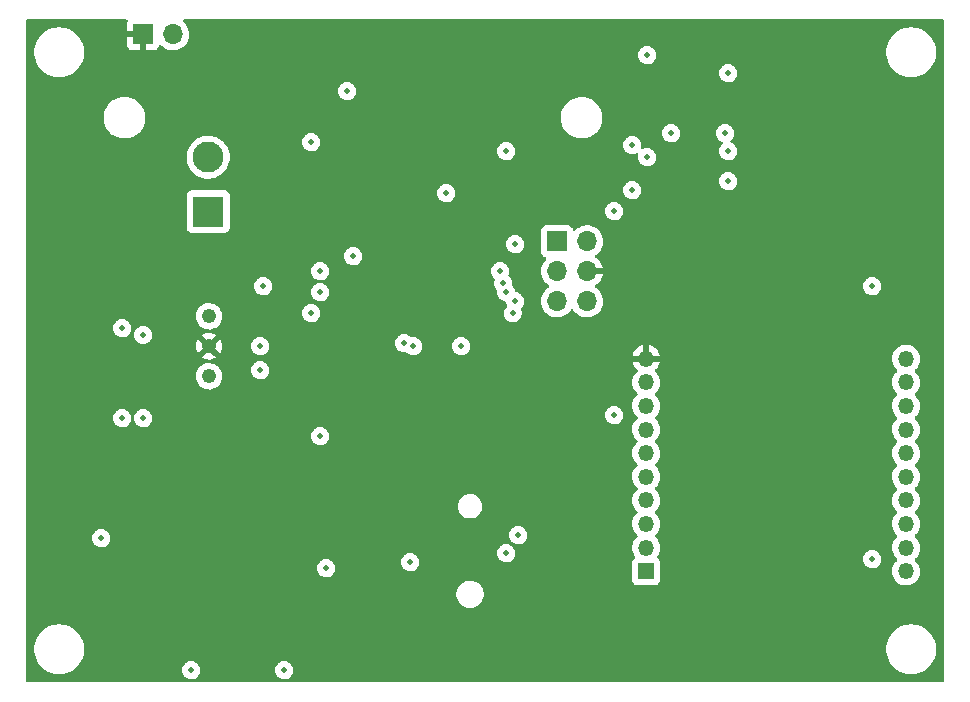
<source format=gbr>
%TF.GenerationSoftware,KiCad,Pcbnew,(6.0.7)*%
%TF.CreationDate,2022-09-05T17:33:02-05:00*%
%TF.ProjectId,tracker,74726163-6b65-4722-9e6b-696361645f70,1.0*%
%TF.SameCoordinates,Original*%
%TF.FileFunction,Copper,L3,Inr*%
%TF.FilePolarity,Positive*%
%FSLAX46Y46*%
G04 Gerber Fmt 4.6, Leading zero omitted, Abs format (unit mm)*
G04 Created by KiCad (PCBNEW (6.0.7)) date 2022-09-05 17:33:02*
%MOMM*%
%LPD*%
G01*
G04 APERTURE LIST*
%TA.AperFunction,ComponentPad*%
%ADD10R,1.700000X1.700000*%
%TD*%
%TA.AperFunction,ComponentPad*%
%ADD11O,1.700000X1.700000*%
%TD*%
%TA.AperFunction,ComponentPad*%
%ADD12R,2.625000X2.625000*%
%TD*%
%TA.AperFunction,ComponentPad*%
%ADD13C,2.625000*%
%TD*%
%TA.AperFunction,ComponentPad*%
%ADD14R,1.350000X1.350000*%
%TD*%
%TA.AperFunction,ComponentPad*%
%ADD15O,1.350000X1.350000*%
%TD*%
%TA.AperFunction,ComponentPad*%
%ADD16C,1.219200*%
%TD*%
%TA.AperFunction,ViaPad*%
%ADD17C,0.508000*%
%TD*%
G04 APERTURE END LIST*
D10*
%TO.N,MISO*%
%TO.C,J2*%
X157226000Y-106934000D03*
D11*
%TO.N,SCK*%
X159766000Y-106934000D03*
%TO.N,RESET*%
X157226000Y-109474000D03*
%TO.N,RB_GND*%
X159766000Y-109474000D03*
%TO.N,MOSI*%
X157226000Y-112014000D03*
%TO.N,+3V3*%
X159766000Y-112014000D03*
%TD*%
%TO.N,Net-(J3-Pad1)*%
%TO.C,J4*%
X124714000Y-89408000D03*
D10*
%TO.N,RB_GND*%
X122174000Y-89408000D03*
%TD*%
D12*
%TO.N,Net-(J3-Pad1)*%
%TO.C,SW1*%
X127688000Y-104422000D03*
D13*
%TO.N,Net-(C10-Pad1)*%
X127688000Y-99822000D03*
%TD*%
D14*
%TO.N,+3V3*%
%TO.C,U1*%
X164768000Y-134874000D03*
D15*
%TO.N,N/C*%
X186768000Y-134874000D03*
%TO.N,XBee_to_Uc*%
X164768000Y-132874000D03*
%TO.N,N/C*%
X186768000Y-132874000D03*
%TO.N,XBee_from_Uc*%
X164768000Y-130874000D03*
%TO.N,N/C*%
X186768000Y-130874000D03*
X164768000Y-128874000D03*
%TO.N,Net-(R7-Pad2)*%
X186768000Y-128874000D03*
%TO.N,N/C*%
X164768000Y-126874000D03*
X186768000Y-126874000D03*
%TO.N,Net-(R8-Pad1)*%
X164768000Y-124874000D03*
%TO.N,Net-(R9-Pad1)*%
X186768000Y-124874000D03*
%TO.N,N/C*%
X164768000Y-122874000D03*
X186768000Y-122874000D03*
X164768000Y-120874000D03*
X186768000Y-120874000D03*
X164768000Y-118874000D03*
X186768000Y-118874000D03*
%TO.N,RB_GND*%
X164768000Y-116874000D03*
%TO.N,N/C*%
X186768000Y-116874000D03*
%TD*%
D16*
%TO.N,RB_5V*%
%TO.C,U3*%
X127762000Y-118364000D03*
%TO.N,RB_GND*%
X127762000Y-115824000D03*
%TO.N,Net-(F1-Pad1)*%
X127762000Y-113284000D03*
%TD*%
D17*
%TO.N,RB_GND*%
X146812000Y-99822000D03*
X148844000Y-99822000D03*
X153416000Y-104140000D03*
X132080000Y-113030000D03*
X137160000Y-118872000D03*
X136144000Y-117856000D03*
X136144000Y-115824000D03*
X130810000Y-125476000D03*
X135636000Y-130302000D03*
X118618000Y-130302000D03*
X118618000Y-137668000D03*
X122174000Y-143256000D03*
X130048000Y-143256000D03*
X135636000Y-137922000D03*
X175260000Y-124968000D03*
X167640000Y-142240000D03*
X173228000Y-104394000D03*
X145034000Y-117348000D03*
X152654000Y-117094000D03*
X146304000Y-106680000D03*
X147574000Y-124206000D03*
X145542000Y-111760000D03*
X147066000Y-111760000D03*
X134112000Y-123698000D03*
X134620000Y-90170000D03*
X129032000Y-142748000D03*
X120623118Y-125756882D03*
%TO.N,+3V3*%
X137160000Y-109474000D03*
X132334000Y-110744000D03*
X118618000Y-132080000D03*
X134112000Y-143256000D03*
X126238000Y-143256000D03*
X137668000Y-134620000D03*
X164846000Y-91186000D03*
X166878000Y-97790000D03*
X164846000Y-99822000D03*
X145034000Y-115824000D03*
X149098000Y-115824000D03*
X132080000Y-115824000D03*
X132080000Y-117856000D03*
X147828000Y-102870000D03*
%TO.N,RESET*%
X152400000Y-109474000D03*
X139954000Y-108204000D03*
X183896000Y-110744000D03*
X183896000Y-133858000D03*
%TO.N,RB_5V*%
X171704000Y-101854000D03*
X137160000Y-123444000D03*
X162052000Y-121666000D03*
X162052000Y-104394000D03*
%TO.N,RB_RXI*%
X171704000Y-99314000D03*
%TO.N,RB_NetAv*%
X171450000Y-97790000D03*
X152654000Y-110490000D03*
X152908000Y-99314000D03*
%TO.N,RB_TXO*%
X171704000Y-92710000D03*
%TO.N,MOSI*%
X153670000Y-107188000D03*
X153670000Y-112014000D03*
%TO.N,RB_TXO_3V3*%
X139446000Y-94234000D03*
X137160000Y-111252000D03*
%TO.N,RB_RXI_3V3*%
X163576000Y-102616000D03*
X163576000Y-98806000D03*
X136398000Y-98552000D03*
X136398000Y-113030000D03*
%TO.N,Net-(R12-Pad2)*%
X120396000Y-121920000D03*
X120396000Y-114300000D03*
%TO.N,Net-(R13-Pad2)*%
X122174000Y-121920000D03*
X122174000Y-114858800D03*
%TO.N,Net-(R14-Pad2)*%
X144780000Y-134112000D03*
X144272000Y-115570000D03*
%TO.N,Net-(R15-Pad2)*%
X153466800Y-113030000D03*
X153924000Y-131826000D03*
%TO.N,GPS_PPS*%
X152908000Y-133350000D03*
X152908000Y-111252000D03*
%TD*%
%TA.AperFunction,Conductor*%
%TO.N,RB_GND*%
G36*
X120825504Y-88158502D02*
G01*
X120871997Y-88212158D01*
X120882101Y-88282432D01*
X120872556Y-88311061D01*
X120873828Y-88311538D01*
X120825522Y-88440394D01*
X120821895Y-88455649D01*
X120816369Y-88506514D01*
X120816000Y-88513328D01*
X120816000Y-89135885D01*
X120820475Y-89151124D01*
X120821865Y-89152329D01*
X120829548Y-89154000D01*
X122302000Y-89154000D01*
X122370121Y-89174002D01*
X122416614Y-89227658D01*
X122428000Y-89280000D01*
X122428000Y-90747884D01*
X122432475Y-90763123D01*
X122433865Y-90764328D01*
X122441548Y-90765999D01*
X123068669Y-90765999D01*
X123075490Y-90765629D01*
X123126352Y-90760105D01*
X123141604Y-90756479D01*
X123262054Y-90711324D01*
X123277649Y-90702786D01*
X123379724Y-90626285D01*
X123392285Y-90613724D01*
X123468786Y-90511649D01*
X123477324Y-90496054D01*
X123518225Y-90386952D01*
X123560867Y-90330188D01*
X123627428Y-90305488D01*
X123696777Y-90320696D01*
X123731444Y-90348684D01*
X123756865Y-90378031D01*
X123756869Y-90378035D01*
X123760250Y-90381938D01*
X123932126Y-90524632D01*
X124125000Y-90637338D01*
X124333692Y-90717030D01*
X124338760Y-90718061D01*
X124338763Y-90718062D01*
X124446017Y-90739883D01*
X124552597Y-90761567D01*
X124557772Y-90761757D01*
X124557774Y-90761757D01*
X124770673Y-90769564D01*
X124770677Y-90769564D01*
X124775837Y-90769753D01*
X124780957Y-90769097D01*
X124780959Y-90769097D01*
X124992288Y-90742025D01*
X124992289Y-90742025D01*
X124997416Y-90741368D01*
X125002366Y-90739883D01*
X125206429Y-90678661D01*
X125206434Y-90678659D01*
X125211384Y-90677174D01*
X125411994Y-90578896D01*
X125593860Y-90449173D01*
X125752096Y-90291489D01*
X125803301Y-90220230D01*
X125879435Y-90114277D01*
X125882453Y-90110077D01*
X125948483Y-89976476D01*
X125979136Y-89914453D01*
X125979137Y-89914451D01*
X125981430Y-89909811D01*
X126013900Y-89802940D01*
X126044865Y-89701023D01*
X126044865Y-89701021D01*
X126046370Y-89696069D01*
X126075529Y-89474590D01*
X126077156Y-89408000D01*
X126058852Y-89185361D01*
X126004431Y-88968702D01*
X125915354Y-88763840D01*
X125794014Y-88576277D01*
X125643670Y-88411051D01*
X125639619Y-88407852D01*
X125639615Y-88407848D01*
X125583311Y-88363382D01*
X125542248Y-88305464D01*
X125539016Y-88234541D01*
X125574642Y-88173130D01*
X125637813Y-88140728D01*
X125661403Y-88138500D01*
X189865500Y-88138500D01*
X189933621Y-88158502D01*
X189980114Y-88212158D01*
X189991500Y-88264500D01*
X189991500Y-144145500D01*
X189971498Y-144213621D01*
X189917842Y-144260114D01*
X189865500Y-144271500D01*
X134141831Y-144271500D01*
X134101478Y-144259651D01*
X134079351Y-144270029D01*
X134060154Y-144271500D01*
X126267831Y-144271500D01*
X126227478Y-144259651D01*
X126205351Y-144270029D01*
X126186154Y-144271500D01*
X112394500Y-144271500D01*
X112326379Y-144251498D01*
X112279886Y-144197842D01*
X112268500Y-144145500D01*
X112268500Y-141610703D01*
X112952743Y-141610703D01*
X112990268Y-141895734D01*
X113066129Y-142173036D01*
X113178923Y-142437476D01*
X113251913Y-142559434D01*
X113313892Y-142662992D01*
X113326561Y-142684161D01*
X113506313Y-142908528D01*
X113523397Y-142924740D01*
X113693330Y-143086000D01*
X113714851Y-143106423D01*
X113948317Y-143274186D01*
X113952112Y-143276195D01*
X113952113Y-143276196D01*
X113973869Y-143287715D01*
X114202392Y-143408712D01*
X114472373Y-143507511D01*
X114753264Y-143568755D01*
X114781841Y-143571004D01*
X114976282Y-143586307D01*
X114976291Y-143586307D01*
X114978739Y-143586500D01*
X115134271Y-143586500D01*
X115136407Y-143586354D01*
X115136418Y-143586354D01*
X115344548Y-143572165D01*
X115344554Y-143572164D01*
X115348825Y-143571873D01*
X115353020Y-143571004D01*
X115353022Y-143571004D01*
X115489583Y-143542724D01*
X115630342Y-143513574D01*
X115901343Y-143417607D01*
X116156812Y-143285750D01*
X116160313Y-143283289D01*
X116160317Y-143283287D01*
X116214387Y-143245286D01*
X125470750Y-143245286D01*
X125487443Y-143415536D01*
X125541440Y-143577856D01*
X125545087Y-143583878D01*
X125545088Y-143583880D01*
X125626406Y-143718154D01*
X125626409Y-143718157D01*
X125630056Y-143724180D01*
X125748889Y-143847234D01*
X125892030Y-143940903D01*
X125898634Y-143943359D01*
X125898636Y-143943360D01*
X126045757Y-143998074D01*
X126045759Y-143998074D01*
X126052367Y-144000532D01*
X126198412Y-144020019D01*
X126202819Y-144020607D01*
X126223943Y-144029996D01*
X126232333Y-144024604D01*
X126256411Y-144020019D01*
X126385273Y-144008292D01*
X126385275Y-144008292D01*
X126392292Y-144007653D01*
X126398990Y-144005477D01*
X126398993Y-144005476D01*
X126548289Y-143956966D01*
X126548291Y-143956965D01*
X126554985Y-143954790D01*
X126701924Y-143867197D01*
X126825805Y-143749227D01*
X126839079Y-143729249D01*
X126916570Y-143612614D01*
X126920471Y-143606743D01*
X126981218Y-143446826D01*
X126984676Y-143422221D01*
X127004475Y-143281347D01*
X127004475Y-143281344D01*
X127005026Y-143277425D01*
X127005325Y-143256000D01*
X127004123Y-143245286D01*
X133344750Y-143245286D01*
X133361443Y-143415536D01*
X133415440Y-143577856D01*
X133419087Y-143583878D01*
X133419088Y-143583880D01*
X133500406Y-143718154D01*
X133500409Y-143718157D01*
X133504056Y-143724180D01*
X133622889Y-143847234D01*
X133766030Y-143940903D01*
X133772634Y-143943359D01*
X133772636Y-143943360D01*
X133919757Y-143998074D01*
X133919759Y-143998074D01*
X133926367Y-144000532D01*
X134072412Y-144020019D01*
X134076819Y-144020607D01*
X134097943Y-144029996D01*
X134106333Y-144024604D01*
X134130411Y-144020019D01*
X134259273Y-144008292D01*
X134259275Y-144008292D01*
X134266292Y-144007653D01*
X134272990Y-144005477D01*
X134272993Y-144005476D01*
X134422289Y-143956966D01*
X134422291Y-143956965D01*
X134428985Y-143954790D01*
X134575924Y-143867197D01*
X134699805Y-143749227D01*
X134713079Y-143729249D01*
X134790570Y-143612614D01*
X134794471Y-143606743D01*
X134855218Y-143446826D01*
X134858676Y-143422221D01*
X134878475Y-143281347D01*
X134878475Y-143281344D01*
X134879026Y-143277425D01*
X134879325Y-143256000D01*
X134860256Y-143086000D01*
X134803999Y-142924450D01*
X134713348Y-142779378D01*
X134700159Y-142766096D01*
X134633146Y-142698614D01*
X134592809Y-142657994D01*
X134527539Y-142616573D01*
X134454316Y-142570104D01*
X134454313Y-142570102D01*
X134448373Y-142566333D01*
X134441740Y-142563971D01*
X134293854Y-142511311D01*
X134293849Y-142511310D01*
X134287219Y-142508949D01*
X134280231Y-142508116D01*
X134280228Y-142508115D01*
X134164655Y-142494334D01*
X134117357Y-142488694D01*
X134110354Y-142489430D01*
X134110353Y-142489430D01*
X134065958Y-142494096D01*
X133947228Y-142506575D01*
X133937071Y-142510033D01*
X133791956Y-142559434D01*
X133791953Y-142559435D01*
X133785289Y-142561704D01*
X133639588Y-142651340D01*
X133634557Y-142656267D01*
X133634554Y-142656269D01*
X133575573Y-142714028D01*
X133517366Y-142771028D01*
X133513547Y-142776953D01*
X133513546Y-142776955D01*
X133508135Y-142785352D01*
X133424698Y-142914820D01*
X133422287Y-142921443D01*
X133422286Y-142921446D01*
X133368600Y-143068947D01*
X133368599Y-143068952D01*
X133366190Y-143075570D01*
X133344750Y-143245286D01*
X127004123Y-143245286D01*
X126986256Y-143086000D01*
X126929999Y-142924450D01*
X126839348Y-142779378D01*
X126826159Y-142766096D01*
X126759146Y-142698614D01*
X126718809Y-142657994D01*
X126653539Y-142616573D01*
X126580316Y-142570104D01*
X126580313Y-142570102D01*
X126574373Y-142566333D01*
X126567740Y-142563971D01*
X126419854Y-142511311D01*
X126419849Y-142511310D01*
X126413219Y-142508949D01*
X126406231Y-142508116D01*
X126406228Y-142508115D01*
X126290655Y-142494334D01*
X126243357Y-142488694D01*
X126236354Y-142489430D01*
X126236353Y-142489430D01*
X126191958Y-142494096D01*
X126073228Y-142506575D01*
X126063071Y-142510033D01*
X125917956Y-142559434D01*
X125917953Y-142559435D01*
X125911289Y-142561704D01*
X125765588Y-142651340D01*
X125760557Y-142656267D01*
X125760554Y-142656269D01*
X125701573Y-142714028D01*
X125643366Y-142771028D01*
X125639547Y-142776953D01*
X125639546Y-142776955D01*
X125634135Y-142785352D01*
X125550698Y-142914820D01*
X125548287Y-142921443D01*
X125548286Y-142921446D01*
X125494600Y-143068947D01*
X125494599Y-143068952D01*
X125492190Y-143075570D01*
X125470750Y-143245286D01*
X116214387Y-143245286D01*
X116274418Y-143203095D01*
X116392023Y-143120441D01*
X116602622Y-142924740D01*
X116784713Y-142702268D01*
X116934927Y-142457142D01*
X117050483Y-142193898D01*
X117129244Y-141917406D01*
X117169751Y-141632784D01*
X117169845Y-141614951D01*
X117169867Y-141610703D01*
X185088743Y-141610703D01*
X185126268Y-141895734D01*
X185202129Y-142173036D01*
X185314923Y-142437476D01*
X185387913Y-142559434D01*
X185449892Y-142662992D01*
X185462561Y-142684161D01*
X185642313Y-142908528D01*
X185659397Y-142924740D01*
X185829330Y-143086000D01*
X185850851Y-143106423D01*
X186084317Y-143274186D01*
X186088112Y-143276195D01*
X186088113Y-143276196D01*
X186109869Y-143287715D01*
X186338392Y-143408712D01*
X186608373Y-143507511D01*
X186889264Y-143568755D01*
X186917841Y-143571004D01*
X187112282Y-143586307D01*
X187112291Y-143586307D01*
X187114739Y-143586500D01*
X187270271Y-143586500D01*
X187272407Y-143586354D01*
X187272418Y-143586354D01*
X187480548Y-143572165D01*
X187480554Y-143572164D01*
X187484825Y-143571873D01*
X187489020Y-143571004D01*
X187489022Y-143571004D01*
X187625583Y-143542724D01*
X187766342Y-143513574D01*
X188037343Y-143417607D01*
X188292812Y-143285750D01*
X188296313Y-143283289D01*
X188296317Y-143283287D01*
X188410418Y-143203095D01*
X188528023Y-143120441D01*
X188738622Y-142924740D01*
X188920713Y-142702268D01*
X189070927Y-142457142D01*
X189186483Y-142193898D01*
X189265244Y-141917406D01*
X189305751Y-141632784D01*
X189305845Y-141614951D01*
X189307235Y-141349583D01*
X189307235Y-141349576D01*
X189307257Y-141345297D01*
X189269732Y-141060266D01*
X189193871Y-140782964D01*
X189081077Y-140518524D01*
X188933439Y-140271839D01*
X188753687Y-140047472D01*
X188545149Y-139849577D01*
X188311683Y-139681814D01*
X188289843Y-139670250D01*
X188266654Y-139657972D01*
X188057608Y-139547288D01*
X187787627Y-139448489D01*
X187506736Y-139387245D01*
X187475685Y-139384801D01*
X187283718Y-139369693D01*
X187283709Y-139369693D01*
X187281261Y-139369500D01*
X187125729Y-139369500D01*
X187123593Y-139369646D01*
X187123582Y-139369646D01*
X186915452Y-139383835D01*
X186915446Y-139383836D01*
X186911175Y-139384127D01*
X186906980Y-139384996D01*
X186906978Y-139384996D01*
X186770416Y-139413277D01*
X186629658Y-139442426D01*
X186358657Y-139538393D01*
X186103188Y-139670250D01*
X186099687Y-139672711D01*
X186099683Y-139672713D01*
X186089594Y-139679804D01*
X185867977Y-139835559D01*
X185657378Y-140031260D01*
X185475287Y-140253732D01*
X185325073Y-140498858D01*
X185209517Y-140762102D01*
X185130756Y-141038594D01*
X185090249Y-141323216D01*
X185090227Y-141327505D01*
X185090226Y-141327512D01*
X185088765Y-141606417D01*
X185088743Y-141610703D01*
X117169867Y-141610703D01*
X117171235Y-141349583D01*
X117171235Y-141349576D01*
X117171257Y-141345297D01*
X117133732Y-141060266D01*
X117057871Y-140782964D01*
X116945077Y-140518524D01*
X116797439Y-140271839D01*
X116617687Y-140047472D01*
X116409149Y-139849577D01*
X116175683Y-139681814D01*
X116153843Y-139670250D01*
X116130654Y-139657972D01*
X115921608Y-139547288D01*
X115651627Y-139448489D01*
X115370736Y-139387245D01*
X115339685Y-139384801D01*
X115147718Y-139369693D01*
X115147709Y-139369693D01*
X115145261Y-139369500D01*
X114989729Y-139369500D01*
X114987593Y-139369646D01*
X114987582Y-139369646D01*
X114779452Y-139383835D01*
X114779446Y-139383836D01*
X114775175Y-139384127D01*
X114770980Y-139384996D01*
X114770978Y-139384996D01*
X114634416Y-139413277D01*
X114493658Y-139442426D01*
X114222657Y-139538393D01*
X113967188Y-139670250D01*
X113963687Y-139672711D01*
X113963683Y-139672713D01*
X113953594Y-139679804D01*
X113731977Y-139835559D01*
X113521378Y-140031260D01*
X113339287Y-140253732D01*
X113189073Y-140498858D01*
X113073517Y-140762102D01*
X112994756Y-141038594D01*
X112954249Y-141323216D01*
X112954227Y-141327505D01*
X112954226Y-141327512D01*
X112952765Y-141606417D01*
X112952743Y-141610703D01*
X112268500Y-141610703D01*
X112268500Y-136912284D01*
X148700124Y-136912284D01*
X148701103Y-136917981D01*
X148701103Y-136917982D01*
X148706310Y-136948282D01*
X148736181Y-137122126D01*
X148809875Y-137321884D01*
X148918739Y-137504866D01*
X149059125Y-137664946D01*
X149226333Y-137796762D01*
X149231444Y-137799451D01*
X149231447Y-137799453D01*
X149334961Y-137853915D01*
X149414762Y-137895900D01*
X149420283Y-137897614D01*
X149420287Y-137897616D01*
X149590623Y-137950506D01*
X149618102Y-137959039D01*
X149790982Y-137979500D01*
X149914013Y-137979500D01*
X149999645Y-137971632D01*
X150066270Y-137965510D01*
X150066273Y-137965509D01*
X150072024Y-137964981D01*
X150093093Y-137959039D01*
X150271389Y-137908754D01*
X150271391Y-137908753D01*
X150276948Y-137907186D01*
X150282123Y-137904634D01*
X150282128Y-137904632D01*
X150462727Y-137815570D01*
X150467908Y-137813015D01*
X150638509Y-137685622D01*
X150783037Y-137529271D01*
X150896653Y-137349201D01*
X150975551Y-137151441D01*
X150980305Y-137127544D01*
X151015962Y-136948282D01*
X151015962Y-136948280D01*
X151017089Y-136942615D01*
X151017412Y-136917982D01*
X151019800Y-136735498D01*
X151019876Y-136729716D01*
X151014664Y-136699385D01*
X150984797Y-136525564D01*
X150984796Y-136525561D01*
X150983819Y-136519874D01*
X150910125Y-136320116D01*
X150801261Y-136137134D01*
X150660875Y-135977054D01*
X150493667Y-135845238D01*
X150488556Y-135842549D01*
X150488553Y-135842547D01*
X150383540Y-135787297D01*
X150305238Y-135746100D01*
X150299717Y-135744386D01*
X150299713Y-135744384D01*
X150107421Y-135684676D01*
X150107422Y-135684676D01*
X150101898Y-135682961D01*
X149929018Y-135662500D01*
X149805987Y-135662500D01*
X149720355Y-135670368D01*
X149653730Y-135676490D01*
X149653727Y-135676491D01*
X149647976Y-135677019D01*
X149642417Y-135678587D01*
X149642416Y-135678587D01*
X149448611Y-135733246D01*
X149448609Y-135733247D01*
X149443052Y-135734814D01*
X149437877Y-135737366D01*
X149437872Y-135737368D01*
X149305005Y-135802891D01*
X149252092Y-135828985D01*
X149081491Y-135956378D01*
X148936963Y-136112729D01*
X148823347Y-136292799D01*
X148744449Y-136490559D01*
X148743323Y-136496219D01*
X148743322Y-136496223D01*
X148738618Y-136519874D01*
X148702911Y-136699385D01*
X148702835Y-136705160D01*
X148702835Y-136705164D01*
X148702514Y-136729716D01*
X148700124Y-136912284D01*
X112268500Y-136912284D01*
X112268500Y-134609286D01*
X136900750Y-134609286D01*
X136917443Y-134779536D01*
X136971440Y-134941856D01*
X136975087Y-134947878D01*
X136975088Y-134947880D01*
X137056406Y-135082154D01*
X137056409Y-135082157D01*
X137060056Y-135088180D01*
X137178889Y-135211234D01*
X137184785Y-135215092D01*
X137277856Y-135275996D01*
X137322030Y-135304903D01*
X137328634Y-135307359D01*
X137328636Y-135307360D01*
X137475757Y-135362074D01*
X137475759Y-135362074D01*
X137482367Y-135364532D01*
X137561454Y-135375085D01*
X137644949Y-135386226D01*
X137644953Y-135386226D01*
X137651930Y-135387157D01*
X137658941Y-135386519D01*
X137658945Y-135386519D01*
X137815273Y-135372292D01*
X137815275Y-135372292D01*
X137822292Y-135371653D01*
X137828990Y-135369477D01*
X137828993Y-135369476D01*
X137978289Y-135320966D01*
X137978291Y-135320965D01*
X137984985Y-135318790D01*
X138131924Y-135231197D01*
X138255805Y-135113227D01*
X138269079Y-135093249D01*
X138346570Y-134976614D01*
X138350471Y-134970743D01*
X138411218Y-134810826D01*
X138412198Y-134803854D01*
X138434475Y-134645347D01*
X138434475Y-134645344D01*
X138435026Y-134641425D01*
X138435325Y-134620000D01*
X138416256Y-134450000D01*
X138410635Y-134433856D01*
X138362314Y-134295097D01*
X138362313Y-134295095D01*
X138359999Y-134288450D01*
X138269348Y-134143378D01*
X138256159Y-134130096D01*
X138227549Y-134101286D01*
X144012750Y-134101286D01*
X144029443Y-134271536D01*
X144083440Y-134433856D01*
X144087087Y-134439878D01*
X144087088Y-134439880D01*
X144168406Y-134574154D01*
X144168409Y-134574157D01*
X144172056Y-134580180D01*
X144290889Y-134703234D01*
X144296785Y-134707092D01*
X144396780Y-134772527D01*
X144434030Y-134796903D01*
X144440634Y-134799359D01*
X144440636Y-134799360D01*
X144587757Y-134854074D01*
X144587759Y-134854074D01*
X144594367Y-134856532D01*
X144673454Y-134867085D01*
X144756949Y-134878226D01*
X144756953Y-134878226D01*
X144763930Y-134879157D01*
X144770941Y-134878519D01*
X144770945Y-134878519D01*
X144927273Y-134864292D01*
X144927275Y-134864292D01*
X144934292Y-134863653D01*
X144940990Y-134861477D01*
X144940993Y-134861476D01*
X145090289Y-134812966D01*
X145090291Y-134812965D01*
X145096985Y-134810790D01*
X145243924Y-134723197D01*
X145367805Y-134605227D01*
X145381079Y-134585249D01*
X145458570Y-134468614D01*
X145462471Y-134462743D01*
X145523218Y-134302826D01*
X145524304Y-134295097D01*
X145546475Y-134137347D01*
X145546475Y-134137344D01*
X145547026Y-134133425D01*
X145547325Y-134112000D01*
X145528256Y-133942000D01*
X145525507Y-133934104D01*
X145474314Y-133787097D01*
X145474313Y-133787095D01*
X145471999Y-133780450D01*
X145431140Y-133715061D01*
X145385081Y-133641352D01*
X145381348Y-133635378D01*
X145368159Y-133622096D01*
X145265772Y-133518992D01*
X145260809Y-133513994D01*
X145195539Y-133472573D01*
X145122316Y-133426104D01*
X145122313Y-133426102D01*
X145116373Y-133422333D01*
X145109740Y-133419971D01*
X144961854Y-133367311D01*
X144961849Y-133367310D01*
X144955219Y-133364949D01*
X144948231Y-133364116D01*
X144948228Y-133364115D01*
X144829854Y-133350000D01*
X144785357Y-133344694D01*
X144778354Y-133345430D01*
X144778353Y-133345430D01*
X144734873Y-133350000D01*
X144615228Y-133362575D01*
X144605071Y-133366033D01*
X144459956Y-133415434D01*
X144459953Y-133415435D01*
X144453289Y-133417704D01*
X144307588Y-133507340D01*
X144302557Y-133512267D01*
X144302554Y-133512269D01*
X144243573Y-133570028D01*
X144185366Y-133627028D01*
X144181547Y-133632953D01*
X144181546Y-133632955D01*
X144170594Y-133649949D01*
X144092698Y-133770820D01*
X144090287Y-133777443D01*
X144090286Y-133777446D01*
X144036600Y-133924947D01*
X144036599Y-133924952D01*
X144034190Y-133931570D01*
X144012750Y-134101286D01*
X138227549Y-134101286D01*
X138175418Y-134048790D01*
X138148809Y-134021994D01*
X138083539Y-133980573D01*
X138010316Y-133934104D01*
X138010313Y-133934102D01*
X138004373Y-133930333D01*
X137997740Y-133927971D01*
X137849854Y-133875311D01*
X137849849Y-133875310D01*
X137843219Y-133872949D01*
X137836231Y-133872116D01*
X137836228Y-133872115D01*
X137717854Y-133858000D01*
X137673357Y-133852694D01*
X137666354Y-133853430D01*
X137666353Y-133853430D01*
X137622873Y-133858000D01*
X137503228Y-133870575D01*
X137493393Y-133873923D01*
X137347956Y-133923434D01*
X137347953Y-133923435D01*
X137341289Y-133925704D01*
X137195588Y-134015340D01*
X137190557Y-134020267D01*
X137190554Y-134020269D01*
X137134895Y-134074775D01*
X137073366Y-134135028D01*
X137069547Y-134140953D01*
X137069546Y-134140955D01*
X137065348Y-134147469D01*
X136980698Y-134278820D01*
X136978287Y-134285443D01*
X136978286Y-134285446D01*
X136924600Y-134432947D01*
X136924599Y-134432952D01*
X136922190Y-134439570D01*
X136900750Y-134609286D01*
X112268500Y-134609286D01*
X112268500Y-133339286D01*
X152140750Y-133339286D01*
X152157443Y-133509536D01*
X152211440Y-133671856D01*
X152215087Y-133677878D01*
X152215088Y-133677880D01*
X152296406Y-133812154D01*
X152296409Y-133812157D01*
X152300056Y-133818180D01*
X152418889Y-133941234D01*
X152424785Y-133945092D01*
X152549941Y-134026992D01*
X152562030Y-134034903D01*
X152568634Y-134037359D01*
X152568636Y-134037360D01*
X152715757Y-134092074D01*
X152715759Y-134092074D01*
X152722367Y-134094532D01*
X152801454Y-134105085D01*
X152884949Y-134116226D01*
X152884953Y-134116226D01*
X152891930Y-134117157D01*
X152898941Y-134116519D01*
X152898945Y-134116519D01*
X153055273Y-134102292D01*
X153055275Y-134102292D01*
X153062292Y-134101653D01*
X153068990Y-134099477D01*
X153068993Y-134099476D01*
X153218289Y-134050966D01*
X153218291Y-134050965D01*
X153224985Y-134048790D01*
X153289172Y-134010527D01*
X153365872Y-133964805D01*
X153365874Y-133964804D01*
X153371924Y-133961197D01*
X153495805Y-133843227D01*
X153509079Y-133823249D01*
X153580958Y-133715061D01*
X153590471Y-133700743D01*
X153651218Y-133540826D01*
X153652304Y-133533097D01*
X153674475Y-133375347D01*
X153674475Y-133375344D01*
X153675026Y-133371425D01*
X153675325Y-133350000D01*
X153656256Y-133180000D01*
X153653507Y-133172104D01*
X153602314Y-133025097D01*
X153602313Y-133025095D01*
X153599999Y-133018450D01*
X153509348Y-132873378D01*
X153496159Y-132860096D01*
X153479070Y-132842887D01*
X163579837Y-132842887D01*
X163594063Y-133059933D01*
X163595484Y-133065529D01*
X163595485Y-133065534D01*
X163646142Y-133264992D01*
X163647605Y-133270753D01*
X163650022Y-133275996D01*
X163717484Y-133422333D01*
X163738668Y-133468285D01*
X163834630Y-133604068D01*
X163857610Y-133671240D01*
X163840626Y-133740175D01*
X163807297Y-133777612D01*
X163780505Y-133797692D01*
X163729739Y-133835739D01*
X163642385Y-133952295D01*
X163591255Y-134088684D01*
X163584500Y-134150866D01*
X163584500Y-135597134D01*
X163591255Y-135659316D01*
X163642385Y-135795705D01*
X163729739Y-135912261D01*
X163846295Y-135999615D01*
X163982684Y-136050745D01*
X164044866Y-136057500D01*
X165491134Y-136057500D01*
X165553316Y-136050745D01*
X165689705Y-135999615D01*
X165806261Y-135912261D01*
X165893615Y-135795705D01*
X165944745Y-135659316D01*
X165951500Y-135597134D01*
X165951500Y-134842887D01*
X185579837Y-134842887D01*
X185594063Y-135059933D01*
X185595484Y-135065529D01*
X185595485Y-135065534D01*
X185632489Y-135211234D01*
X185647605Y-135270753D01*
X185738668Y-135468285D01*
X185742001Y-135473001D01*
X185829730Y-135597134D01*
X185864204Y-135645914D01*
X186020009Y-135797692D01*
X186200863Y-135918536D01*
X186206171Y-135920817D01*
X186206172Y-135920817D01*
X186395409Y-136002119D01*
X186395412Y-136002120D01*
X186400712Y-136004397D01*
X186406342Y-136005671D01*
X186504464Y-136027874D01*
X186612860Y-136052402D01*
X186618631Y-136052629D01*
X186618633Y-136052629D01*
X186691620Y-136055496D01*
X186830205Y-136060941D01*
X187045466Y-136029730D01*
X187050930Y-136027875D01*
X187050935Y-136027874D01*
X187245963Y-135961671D01*
X187245968Y-135961669D01*
X187251435Y-135959813D01*
X187441213Y-135853532D01*
X187608446Y-135714446D01*
X187747532Y-135547213D01*
X187849317Y-135365464D01*
X187850989Y-135362478D01*
X187850990Y-135362476D01*
X187853813Y-135357435D01*
X187855669Y-135351968D01*
X187855671Y-135351963D01*
X187921874Y-135156935D01*
X187921875Y-135156930D01*
X187923730Y-135151466D01*
X187954941Y-134936205D01*
X187956570Y-134874000D01*
X187936667Y-134657400D01*
X187925076Y-134616299D01*
X187884606Y-134472805D01*
X187877626Y-134448055D01*
X187781423Y-134252974D01*
X187695081Y-134137347D01*
X187654733Y-134083315D01*
X187654732Y-134083314D01*
X187651280Y-134078691D01*
X187529078Y-133965729D01*
X187492633Y-133904800D01*
X187494914Y-133833840D01*
X187534038Y-133776330D01*
X187540664Y-133770820D01*
X187608446Y-133714446D01*
X187747532Y-133547213D01*
X187843782Y-133375347D01*
X187850989Y-133362478D01*
X187850990Y-133362476D01*
X187853813Y-133357435D01*
X187855669Y-133351968D01*
X187855671Y-133351963D01*
X187921874Y-133156935D01*
X187921875Y-133156930D01*
X187923730Y-133151466D01*
X187954941Y-132936205D01*
X187956570Y-132874000D01*
X187936667Y-132657400D01*
X187921977Y-132605311D01*
X187879195Y-132453619D01*
X187877626Y-132448055D01*
X187781423Y-132252974D01*
X187771389Y-132239536D01*
X187654733Y-132083315D01*
X187654732Y-132083314D01*
X187651280Y-132078691D01*
X187529078Y-131965729D01*
X187492633Y-131904800D01*
X187494914Y-131833840D01*
X187534038Y-131776330D01*
X187567561Y-131748450D01*
X187608446Y-131714446D01*
X187747532Y-131547213D01*
X187853813Y-131357435D01*
X187855669Y-131351968D01*
X187855671Y-131351963D01*
X187921874Y-131156935D01*
X187921875Y-131156930D01*
X187923730Y-131151466D01*
X187954941Y-130936205D01*
X187956570Y-130874000D01*
X187936667Y-130657400D01*
X187877626Y-130448055D01*
X187781423Y-130252974D01*
X187768741Y-130235990D01*
X187654733Y-130083315D01*
X187654732Y-130083314D01*
X187651280Y-130078691D01*
X187529078Y-129965729D01*
X187492633Y-129904800D01*
X187494914Y-129833840D01*
X187534038Y-129776330D01*
X187544598Y-129767548D01*
X187608446Y-129714446D01*
X187747532Y-129547213D01*
X187846838Y-129369890D01*
X187850989Y-129362478D01*
X187850990Y-129362476D01*
X187853813Y-129357435D01*
X187855669Y-129351968D01*
X187855671Y-129351963D01*
X187921874Y-129156935D01*
X187921875Y-129156930D01*
X187923730Y-129151466D01*
X187954941Y-128936205D01*
X187956570Y-128874000D01*
X187936667Y-128657400D01*
X187933001Y-128644399D01*
X187879195Y-128453619D01*
X187877626Y-128448055D01*
X187781423Y-128252974D01*
X187651280Y-128078691D01*
X187529078Y-127965729D01*
X187492633Y-127904800D01*
X187494914Y-127833840D01*
X187534038Y-127776330D01*
X187604008Y-127718137D01*
X187608446Y-127714446D01*
X187747532Y-127547213D01*
X187853813Y-127357435D01*
X187855669Y-127351968D01*
X187855671Y-127351963D01*
X187921874Y-127156935D01*
X187921875Y-127156930D01*
X187923730Y-127151466D01*
X187954941Y-126936205D01*
X187956570Y-126874000D01*
X187936667Y-126657400D01*
X187877626Y-126448055D01*
X187781423Y-126252974D01*
X187651280Y-126078691D01*
X187529078Y-125965729D01*
X187492633Y-125904800D01*
X187494914Y-125833840D01*
X187534038Y-125776330D01*
X187604008Y-125718137D01*
X187608446Y-125714446D01*
X187747532Y-125547213D01*
X187853813Y-125357435D01*
X187855669Y-125351968D01*
X187855671Y-125351963D01*
X187921874Y-125156935D01*
X187921875Y-125156930D01*
X187923730Y-125151466D01*
X187954941Y-124936205D01*
X187956570Y-124874000D01*
X187936667Y-124657400D01*
X187877626Y-124448055D01*
X187781423Y-124252974D01*
X187749721Y-124210519D01*
X187654733Y-124083315D01*
X187654732Y-124083314D01*
X187651280Y-124078691D01*
X187629768Y-124058805D01*
X187529078Y-123965729D01*
X187492633Y-123904800D01*
X187494914Y-123833840D01*
X187534038Y-123776330D01*
X187554668Y-123759173D01*
X187608446Y-123714446D01*
X187747532Y-123547213D01*
X187853813Y-123357435D01*
X187855669Y-123351968D01*
X187855671Y-123351963D01*
X187921874Y-123156935D01*
X187921875Y-123156930D01*
X187923730Y-123151466D01*
X187954941Y-122936205D01*
X187956570Y-122874000D01*
X187936667Y-122657400D01*
X187921862Y-122604903D01*
X187879195Y-122453619D01*
X187877626Y-122448055D01*
X187781423Y-122252974D01*
X187768131Y-122235173D01*
X187654733Y-122083315D01*
X187654732Y-122083314D01*
X187651280Y-122078691D01*
X187529078Y-121965729D01*
X187492633Y-121904800D01*
X187494914Y-121833840D01*
X187534038Y-121776330D01*
X187557283Y-121756998D01*
X187608446Y-121714446D01*
X187747532Y-121547213D01*
X187853813Y-121357435D01*
X187855669Y-121351968D01*
X187855671Y-121351963D01*
X187921874Y-121156935D01*
X187921875Y-121156930D01*
X187923730Y-121151466D01*
X187954941Y-120936205D01*
X187956570Y-120874000D01*
X187936667Y-120657400D01*
X187877626Y-120448055D01*
X187781423Y-120252974D01*
X187651280Y-120078691D01*
X187529078Y-119965729D01*
X187492633Y-119904800D01*
X187494914Y-119833840D01*
X187534038Y-119776330D01*
X187604008Y-119718137D01*
X187608446Y-119714446D01*
X187747532Y-119547213D01*
X187853813Y-119357435D01*
X187855669Y-119351968D01*
X187855671Y-119351963D01*
X187921874Y-119156935D01*
X187921875Y-119156930D01*
X187923730Y-119151466D01*
X187954941Y-118936205D01*
X187956570Y-118874000D01*
X187936667Y-118657400D01*
X187919936Y-118598074D01*
X187884042Y-118470805D01*
X187877626Y-118448055D01*
X187781423Y-118252974D01*
X187720340Y-118171173D01*
X187654733Y-118083315D01*
X187654732Y-118083314D01*
X187651280Y-118078691D01*
X187529078Y-117965729D01*
X187492633Y-117904800D01*
X187494914Y-117833840D01*
X187534038Y-117776330D01*
X187534450Y-117775988D01*
X187608446Y-117714446D01*
X187747532Y-117547213D01*
X187853813Y-117357435D01*
X187855669Y-117351968D01*
X187855671Y-117351963D01*
X187921874Y-117156935D01*
X187921875Y-117156930D01*
X187923730Y-117151466D01*
X187954941Y-116936205D01*
X187956570Y-116874000D01*
X187936667Y-116657400D01*
X187925217Y-116616799D01*
X187893699Y-116505045D01*
X187877626Y-116448055D01*
X187781423Y-116252974D01*
X187733210Y-116188408D01*
X187654733Y-116083315D01*
X187654732Y-116083314D01*
X187651280Y-116078691D01*
X187647044Y-116074775D01*
X187495796Y-115934963D01*
X187495793Y-115934961D01*
X187491556Y-115931044D01*
X187307599Y-115814976D01*
X187105572Y-115734376D01*
X186892239Y-115691941D01*
X186886464Y-115691865D01*
X186886460Y-115691865D01*
X186777419Y-115690438D01*
X186674746Y-115689094D01*
X186669049Y-115690073D01*
X186669048Y-115690073D01*
X186466065Y-115724952D01*
X186466062Y-115724953D01*
X186460375Y-115725930D01*
X186256307Y-115801214D01*
X186175403Y-115849347D01*
X186103953Y-115891856D01*
X186069376Y-115912427D01*
X185905842Y-116055842D01*
X185902270Y-116060373D01*
X185795333Y-116196022D01*
X185771181Y-116226658D01*
X185768493Y-116231767D01*
X185757336Y-116252974D01*
X185669905Y-116419154D01*
X185660931Y-116448055D01*
X185608059Y-116618329D01*
X185605403Y-116626882D01*
X185579837Y-116842887D01*
X185594063Y-117059933D01*
X185595484Y-117065529D01*
X185595485Y-117065534D01*
X185640975Y-117244647D01*
X185647605Y-117270753D01*
X185650022Y-117275996D01*
X185736134Y-117462789D01*
X185738668Y-117468285D01*
X185742001Y-117473001D01*
X185837921Y-117608724D01*
X185864204Y-117645914D01*
X185868346Y-117649949D01*
X186007741Y-117785741D01*
X186042579Y-117847602D01*
X186038442Y-117918478D01*
X186002899Y-117970726D01*
X185905842Y-118055842D01*
X185902270Y-118060373D01*
X185786881Y-118206743D01*
X185771181Y-118226658D01*
X185669905Y-118419154D01*
X185668192Y-118424671D01*
X185613296Y-118601464D01*
X185605403Y-118626882D01*
X185579837Y-118842887D01*
X185594063Y-119059933D01*
X185595484Y-119065529D01*
X185595485Y-119065534D01*
X185639758Y-119239856D01*
X185647605Y-119270753D01*
X185650022Y-119275996D01*
X185683034Y-119347605D01*
X185738668Y-119468285D01*
X185864204Y-119645914D01*
X185868346Y-119649949D01*
X186007741Y-119785741D01*
X186042579Y-119847602D01*
X186038442Y-119918478D01*
X186002899Y-119970726D01*
X185905842Y-120055842D01*
X185771181Y-120226658D01*
X185669905Y-120419154D01*
X185605403Y-120626882D01*
X185579837Y-120842887D01*
X185594063Y-121059933D01*
X185595484Y-121065529D01*
X185595485Y-121065534D01*
X185638297Y-121234104D01*
X185647605Y-121270753D01*
X185738668Y-121468285D01*
X185742001Y-121473001D01*
X185816787Y-121578820D01*
X185864204Y-121645914D01*
X185868346Y-121649949D01*
X186007741Y-121785741D01*
X186042579Y-121847602D01*
X186038442Y-121918478D01*
X186002899Y-121970726D01*
X185905842Y-122055842D01*
X185902270Y-122060373D01*
X185824340Y-122159227D01*
X185771181Y-122226658D01*
X185669905Y-122419154D01*
X185668192Y-122424671D01*
X185607916Y-122618790D01*
X185605403Y-122626882D01*
X185579837Y-122842887D01*
X185594063Y-123059933D01*
X185595484Y-123065529D01*
X185595485Y-123065534D01*
X185644099Y-123256947D01*
X185647605Y-123270753D01*
X185650022Y-123275996D01*
X185729299Y-123447962D01*
X185738668Y-123468285D01*
X185742001Y-123473001D01*
X185838979Y-123610221D01*
X185864204Y-123645914D01*
X185868346Y-123649949D01*
X186007741Y-123785741D01*
X186042579Y-123847602D01*
X186038442Y-123918478D01*
X186002899Y-123970726D01*
X185905842Y-124055842D01*
X185902270Y-124060373D01*
X185795120Y-124196292D01*
X185771181Y-124226658D01*
X185669905Y-124419154D01*
X185605403Y-124626882D01*
X185579837Y-124842887D01*
X185594063Y-125059933D01*
X185595484Y-125065529D01*
X185595485Y-125065534D01*
X185646184Y-125265158D01*
X185647605Y-125270753D01*
X185738668Y-125468285D01*
X185864204Y-125645914D01*
X185868346Y-125649949D01*
X186007741Y-125785741D01*
X186042579Y-125847602D01*
X186038442Y-125918478D01*
X186002899Y-125970726D01*
X185905842Y-126055842D01*
X185771181Y-126226658D01*
X185669905Y-126419154D01*
X185605403Y-126626882D01*
X185579837Y-126842887D01*
X185594063Y-127059933D01*
X185595484Y-127065529D01*
X185595485Y-127065534D01*
X185646184Y-127265158D01*
X185647605Y-127270753D01*
X185738668Y-127468285D01*
X185864204Y-127645914D01*
X185868346Y-127649949D01*
X186007741Y-127785741D01*
X186042579Y-127847602D01*
X186038442Y-127918478D01*
X186002899Y-127970726D01*
X185905842Y-128055842D01*
X185771181Y-128226658D01*
X185669905Y-128419154D01*
X185668192Y-128424671D01*
X185641339Y-128511152D01*
X185605403Y-128626882D01*
X185579837Y-128842887D01*
X185594063Y-129059933D01*
X185595484Y-129065529D01*
X185595485Y-129065534D01*
X185622142Y-129170494D01*
X185647605Y-129270753D01*
X185650022Y-129275996D01*
X185699987Y-129384378D01*
X185738668Y-129468285D01*
X185742001Y-129473001D01*
X185811618Y-129571506D01*
X185864204Y-129645914D01*
X185868346Y-129649949D01*
X186007741Y-129785741D01*
X186042579Y-129847602D01*
X186038442Y-129918478D01*
X186002899Y-129970726D01*
X185905842Y-130055842D01*
X185902270Y-130060373D01*
X185864811Y-130107890D01*
X185771181Y-130226658D01*
X185669905Y-130419154D01*
X185605403Y-130626882D01*
X185579837Y-130842887D01*
X185594063Y-131059933D01*
X185595484Y-131065529D01*
X185595485Y-131065534D01*
X185635787Y-131224221D01*
X185647605Y-131270753D01*
X185738668Y-131468285D01*
X185748357Y-131481994D01*
X185830610Y-131598379D01*
X185864204Y-131645914D01*
X185868346Y-131649949D01*
X186007741Y-131785741D01*
X186042579Y-131847602D01*
X186038442Y-131918478D01*
X186002899Y-131970726D01*
X185905842Y-132055842D01*
X185902270Y-132060373D01*
X185805903Y-132182614D01*
X185771181Y-132226658D01*
X185768493Y-132231767D01*
X185759770Y-132248347D01*
X185669905Y-132419154D01*
X185663182Y-132440805D01*
X185612867Y-132602845D01*
X185605403Y-132626882D01*
X185579837Y-132842887D01*
X185594063Y-133059933D01*
X185595484Y-133065529D01*
X185595485Y-133065534D01*
X185646142Y-133264992D01*
X185647605Y-133270753D01*
X185650022Y-133275996D01*
X185717484Y-133422333D01*
X185738668Y-133468285D01*
X185742001Y-133473001D01*
X185850857Y-133627028D01*
X185864204Y-133645914D01*
X185868346Y-133649949D01*
X186007741Y-133785741D01*
X186042579Y-133847602D01*
X186038442Y-133918478D01*
X186002899Y-133970726D01*
X185905842Y-134055842D01*
X185902270Y-134060373D01*
X185780676Y-134214614D01*
X185771181Y-134226658D01*
X185669905Y-134419154D01*
X185660931Y-134448055D01*
X185608763Y-134616062D01*
X185605403Y-134626882D01*
X185579837Y-134842887D01*
X165951500Y-134842887D01*
X165951500Y-134150866D01*
X165944745Y-134088684D01*
X165893615Y-133952295D01*
X165814915Y-133847286D01*
X183128750Y-133847286D01*
X183145443Y-134017536D01*
X183199440Y-134179856D01*
X183203087Y-134185878D01*
X183203088Y-134185880D01*
X183284406Y-134320154D01*
X183284409Y-134320157D01*
X183288056Y-134326180D01*
X183406889Y-134449234D01*
X183550030Y-134542903D01*
X183556634Y-134545359D01*
X183556636Y-134545360D01*
X183703757Y-134600074D01*
X183703759Y-134600074D01*
X183710367Y-134602532D01*
X183789454Y-134613085D01*
X183872949Y-134624226D01*
X183872953Y-134624226D01*
X183879930Y-134625157D01*
X183886941Y-134624519D01*
X183886945Y-134624519D01*
X184043273Y-134610292D01*
X184043275Y-134610292D01*
X184050292Y-134609653D01*
X184056990Y-134607477D01*
X184056993Y-134607476D01*
X184206289Y-134558966D01*
X184206291Y-134558965D01*
X184212985Y-134556790D01*
X184359924Y-134469197D01*
X184483805Y-134351227D01*
X184497079Y-134331249D01*
X184566568Y-134226658D01*
X184578471Y-134208743D01*
X184639218Y-134048826D01*
X184640198Y-134041854D01*
X184662475Y-133883347D01*
X184662475Y-133883344D01*
X184663026Y-133879425D01*
X184663325Y-133858000D01*
X184644256Y-133688000D01*
X184638635Y-133671856D01*
X184590314Y-133533097D01*
X184590313Y-133533095D01*
X184587999Y-133526450D01*
X184551654Y-133468285D01*
X184501081Y-133387352D01*
X184497348Y-133381378D01*
X184484159Y-133368096D01*
X184438024Y-133321638D01*
X184376809Y-133259994D01*
X184261785Y-133186998D01*
X184238316Y-133172104D01*
X184238313Y-133172102D01*
X184232373Y-133168333D01*
X184225740Y-133165971D01*
X184077854Y-133113311D01*
X184077849Y-133113310D01*
X184071219Y-133110949D01*
X184064231Y-133110116D01*
X184064228Y-133110115D01*
X183948655Y-133096334D01*
X183901357Y-133090694D01*
X183894354Y-133091430D01*
X183894353Y-133091430D01*
X183849958Y-133096096D01*
X183731228Y-133108575D01*
X183721071Y-133112033D01*
X183575956Y-133161434D01*
X183575953Y-133161435D01*
X183569289Y-133163704D01*
X183423588Y-133253340D01*
X183418557Y-133258267D01*
X183418554Y-133258269D01*
X183405806Y-133270753D01*
X183301366Y-133373028D01*
X183297547Y-133378953D01*
X183297546Y-133378955D01*
X183292135Y-133387352D01*
X183208698Y-133516820D01*
X183206287Y-133523443D01*
X183206286Y-133523446D01*
X183152600Y-133670947D01*
X183152599Y-133670952D01*
X183150190Y-133677570D01*
X183128750Y-133847286D01*
X165814915Y-133847286D01*
X165806261Y-133835739D01*
X165728322Y-133777327D01*
X165685807Y-133720468D01*
X165680781Y-133649649D01*
X165707013Y-133595932D01*
X165743834Y-133551659D01*
X165747532Y-133547213D01*
X165843782Y-133375347D01*
X165850989Y-133362478D01*
X165850990Y-133362476D01*
X165853813Y-133357435D01*
X165855669Y-133351968D01*
X165855671Y-133351963D01*
X165921874Y-133156935D01*
X165921875Y-133156930D01*
X165923730Y-133151466D01*
X165954941Y-132936205D01*
X165956570Y-132874000D01*
X165936667Y-132657400D01*
X165921977Y-132605311D01*
X165879195Y-132453619D01*
X165877626Y-132448055D01*
X165781423Y-132252974D01*
X165771389Y-132239536D01*
X165654733Y-132083315D01*
X165654732Y-132083314D01*
X165651280Y-132078691D01*
X165529078Y-131965729D01*
X165492633Y-131904800D01*
X165494914Y-131833840D01*
X165534038Y-131776330D01*
X165567561Y-131748450D01*
X165608446Y-131714446D01*
X165747532Y-131547213D01*
X165853813Y-131357435D01*
X165855669Y-131351968D01*
X165855671Y-131351963D01*
X165921874Y-131156935D01*
X165921875Y-131156930D01*
X165923730Y-131151466D01*
X165954941Y-130936205D01*
X165956570Y-130874000D01*
X165936667Y-130657400D01*
X165877626Y-130448055D01*
X165781423Y-130252974D01*
X165768741Y-130235990D01*
X165654733Y-130083315D01*
X165654732Y-130083314D01*
X165651280Y-130078691D01*
X165529078Y-129965729D01*
X165492633Y-129904800D01*
X165494914Y-129833840D01*
X165534038Y-129776330D01*
X165544598Y-129767548D01*
X165608446Y-129714446D01*
X165747532Y-129547213D01*
X165846838Y-129369890D01*
X165850989Y-129362478D01*
X165850990Y-129362476D01*
X165853813Y-129357435D01*
X165855669Y-129351968D01*
X165855671Y-129351963D01*
X165921874Y-129156935D01*
X165921875Y-129156930D01*
X165923730Y-129151466D01*
X165954941Y-128936205D01*
X165956570Y-128874000D01*
X165936667Y-128657400D01*
X165933001Y-128644399D01*
X165879195Y-128453619D01*
X165877626Y-128448055D01*
X165781423Y-128252974D01*
X165651280Y-128078691D01*
X165529078Y-127965729D01*
X165492633Y-127904800D01*
X165494914Y-127833840D01*
X165534038Y-127776330D01*
X165604008Y-127718137D01*
X165608446Y-127714446D01*
X165747532Y-127547213D01*
X165853813Y-127357435D01*
X165855669Y-127351968D01*
X165855671Y-127351963D01*
X165921874Y-127156935D01*
X165921875Y-127156930D01*
X165923730Y-127151466D01*
X165954941Y-126936205D01*
X165956570Y-126874000D01*
X165936667Y-126657400D01*
X165877626Y-126448055D01*
X165781423Y-126252974D01*
X165651280Y-126078691D01*
X165529078Y-125965729D01*
X165492633Y-125904800D01*
X165494914Y-125833840D01*
X165534038Y-125776330D01*
X165604008Y-125718137D01*
X165608446Y-125714446D01*
X165747532Y-125547213D01*
X165853813Y-125357435D01*
X165855669Y-125351968D01*
X165855671Y-125351963D01*
X165921874Y-125156935D01*
X165921875Y-125156930D01*
X165923730Y-125151466D01*
X165954941Y-124936205D01*
X165956570Y-124874000D01*
X165936667Y-124657400D01*
X165877626Y-124448055D01*
X165781423Y-124252974D01*
X165749721Y-124210519D01*
X165654733Y-124083315D01*
X165654732Y-124083314D01*
X165651280Y-124078691D01*
X165629768Y-124058805D01*
X165529078Y-123965729D01*
X165492633Y-123904800D01*
X165494914Y-123833840D01*
X165534038Y-123776330D01*
X165554668Y-123759173D01*
X165608446Y-123714446D01*
X165747532Y-123547213D01*
X165853813Y-123357435D01*
X165855669Y-123351968D01*
X165855671Y-123351963D01*
X165921874Y-123156935D01*
X165921875Y-123156930D01*
X165923730Y-123151466D01*
X165954941Y-122936205D01*
X165956570Y-122874000D01*
X165936667Y-122657400D01*
X165921862Y-122604903D01*
X165879195Y-122453619D01*
X165877626Y-122448055D01*
X165781423Y-122252974D01*
X165768131Y-122235173D01*
X165654733Y-122083315D01*
X165654732Y-122083314D01*
X165651280Y-122078691D01*
X165529078Y-121965729D01*
X165492633Y-121904800D01*
X165494914Y-121833840D01*
X165534038Y-121776330D01*
X165557283Y-121756998D01*
X165608446Y-121714446D01*
X165747532Y-121547213D01*
X165853813Y-121357435D01*
X165855669Y-121351968D01*
X165855671Y-121351963D01*
X165921874Y-121156935D01*
X165921875Y-121156930D01*
X165923730Y-121151466D01*
X165954941Y-120936205D01*
X165956570Y-120874000D01*
X165936667Y-120657400D01*
X165877626Y-120448055D01*
X165781423Y-120252974D01*
X165651280Y-120078691D01*
X165529078Y-119965729D01*
X165492633Y-119904800D01*
X165494914Y-119833840D01*
X165534038Y-119776330D01*
X165604008Y-119718137D01*
X165608446Y-119714446D01*
X165747532Y-119547213D01*
X165853813Y-119357435D01*
X165855669Y-119351968D01*
X165855671Y-119351963D01*
X165921874Y-119156935D01*
X165921875Y-119156930D01*
X165923730Y-119151466D01*
X165954941Y-118936205D01*
X165956570Y-118874000D01*
X165936667Y-118657400D01*
X165919936Y-118598074D01*
X165884042Y-118470805D01*
X165877626Y-118448055D01*
X165781423Y-118252974D01*
X165720340Y-118171173D01*
X165654733Y-118083315D01*
X165654732Y-118083314D01*
X165651280Y-118078691D01*
X165528708Y-117965387D01*
X165492263Y-117904458D01*
X165494544Y-117833499D01*
X165533668Y-117775988D01*
X165603653Y-117717782D01*
X165611782Y-117709653D01*
X165743420Y-117551375D01*
X165749944Y-117541882D01*
X165850531Y-117362272D01*
X165855210Y-117351763D01*
X165921386Y-117156817D01*
X165924017Y-117145857D01*
X165922040Y-117131992D01*
X165908474Y-117128000D01*
X163629981Y-117128000D01*
X163616450Y-117131973D01*
X163615158Y-117140962D01*
X163646656Y-117264985D01*
X163650497Y-117275832D01*
X163736685Y-117462789D01*
X163742436Y-117472750D01*
X163861254Y-117640873D01*
X163868725Y-117649621D01*
X164008118Y-117785411D01*
X164042956Y-117847272D01*
X164038819Y-117918148D01*
X164003274Y-117970396D01*
X163905842Y-118055842D01*
X163902270Y-118060373D01*
X163786881Y-118206743D01*
X163771181Y-118226658D01*
X163669905Y-118419154D01*
X163668192Y-118424671D01*
X163613296Y-118601464D01*
X163605403Y-118626882D01*
X163579837Y-118842887D01*
X163594063Y-119059933D01*
X163595484Y-119065529D01*
X163595485Y-119065534D01*
X163639758Y-119239856D01*
X163647605Y-119270753D01*
X163650022Y-119275996D01*
X163683034Y-119347605D01*
X163738668Y-119468285D01*
X163864204Y-119645914D01*
X163868346Y-119649949D01*
X164007741Y-119785741D01*
X164042579Y-119847602D01*
X164038442Y-119918478D01*
X164002899Y-119970726D01*
X163905842Y-120055842D01*
X163771181Y-120226658D01*
X163669905Y-120419154D01*
X163605403Y-120626882D01*
X163579837Y-120842887D01*
X163594063Y-121059933D01*
X163595484Y-121065529D01*
X163595485Y-121065534D01*
X163638297Y-121234104D01*
X163647605Y-121270753D01*
X163738668Y-121468285D01*
X163742001Y-121473001D01*
X163816787Y-121578820D01*
X163864204Y-121645914D01*
X163868346Y-121649949D01*
X164007741Y-121785741D01*
X164042579Y-121847602D01*
X164038442Y-121918478D01*
X164002899Y-121970726D01*
X163905842Y-122055842D01*
X163902270Y-122060373D01*
X163824340Y-122159227D01*
X163771181Y-122226658D01*
X163669905Y-122419154D01*
X163668192Y-122424671D01*
X163607916Y-122618790D01*
X163605403Y-122626882D01*
X163579837Y-122842887D01*
X163594063Y-123059933D01*
X163595484Y-123065529D01*
X163595485Y-123065534D01*
X163644099Y-123256947D01*
X163647605Y-123270753D01*
X163650022Y-123275996D01*
X163729299Y-123447962D01*
X163738668Y-123468285D01*
X163742001Y-123473001D01*
X163838979Y-123610221D01*
X163864204Y-123645914D01*
X163868346Y-123649949D01*
X164007741Y-123785741D01*
X164042579Y-123847602D01*
X164038442Y-123918478D01*
X164002899Y-123970726D01*
X163905842Y-124055842D01*
X163902270Y-124060373D01*
X163795120Y-124196292D01*
X163771181Y-124226658D01*
X163669905Y-124419154D01*
X163605403Y-124626882D01*
X163579837Y-124842887D01*
X163594063Y-125059933D01*
X163595484Y-125065529D01*
X163595485Y-125065534D01*
X163646184Y-125265158D01*
X163647605Y-125270753D01*
X163738668Y-125468285D01*
X163864204Y-125645914D01*
X163868346Y-125649949D01*
X164007741Y-125785741D01*
X164042579Y-125847602D01*
X164038442Y-125918478D01*
X164002899Y-125970726D01*
X163905842Y-126055842D01*
X163771181Y-126226658D01*
X163669905Y-126419154D01*
X163605403Y-126626882D01*
X163579837Y-126842887D01*
X163594063Y-127059933D01*
X163595484Y-127065529D01*
X163595485Y-127065534D01*
X163646184Y-127265158D01*
X163647605Y-127270753D01*
X163738668Y-127468285D01*
X163864204Y-127645914D01*
X163868346Y-127649949D01*
X164007741Y-127785741D01*
X164042579Y-127847602D01*
X164038442Y-127918478D01*
X164002899Y-127970726D01*
X163905842Y-128055842D01*
X163771181Y-128226658D01*
X163669905Y-128419154D01*
X163668192Y-128424671D01*
X163641339Y-128511152D01*
X163605403Y-128626882D01*
X163579837Y-128842887D01*
X163594063Y-129059933D01*
X163595484Y-129065529D01*
X163595485Y-129065534D01*
X163622142Y-129170494D01*
X163647605Y-129270753D01*
X163650022Y-129275996D01*
X163699987Y-129384378D01*
X163738668Y-129468285D01*
X163742001Y-129473001D01*
X163811618Y-129571506D01*
X163864204Y-129645914D01*
X163868346Y-129649949D01*
X164007741Y-129785741D01*
X164042579Y-129847602D01*
X164038442Y-129918478D01*
X164002899Y-129970726D01*
X163905842Y-130055842D01*
X163902270Y-130060373D01*
X163864811Y-130107890D01*
X163771181Y-130226658D01*
X163669905Y-130419154D01*
X163605403Y-130626882D01*
X163579837Y-130842887D01*
X163594063Y-131059933D01*
X163595484Y-131065529D01*
X163595485Y-131065534D01*
X163635787Y-131224221D01*
X163647605Y-131270753D01*
X163738668Y-131468285D01*
X163748357Y-131481994D01*
X163830610Y-131598379D01*
X163864204Y-131645914D01*
X163868346Y-131649949D01*
X164007741Y-131785741D01*
X164042579Y-131847602D01*
X164038442Y-131918478D01*
X164002899Y-131970726D01*
X163905842Y-132055842D01*
X163902270Y-132060373D01*
X163805903Y-132182614D01*
X163771181Y-132226658D01*
X163768493Y-132231767D01*
X163759770Y-132248347D01*
X163669905Y-132419154D01*
X163663182Y-132440805D01*
X163612867Y-132602845D01*
X163605403Y-132626882D01*
X163579837Y-132842887D01*
X153479070Y-132842887D01*
X153415418Y-132778790D01*
X153388809Y-132751994D01*
X153298693Y-132694805D01*
X153250316Y-132664104D01*
X153250313Y-132664102D01*
X153244373Y-132660333D01*
X153236136Y-132657400D01*
X153089854Y-132605311D01*
X153089849Y-132605310D01*
X153083219Y-132602949D01*
X153076231Y-132602116D01*
X153076228Y-132602115D01*
X152960655Y-132588334D01*
X152913357Y-132582694D01*
X152906354Y-132583430D01*
X152906353Y-132583430D01*
X152861958Y-132588096D01*
X152743228Y-132600575D01*
X152733071Y-132604033D01*
X152587956Y-132653434D01*
X152587953Y-132653435D01*
X152581289Y-132655704D01*
X152435588Y-132745340D01*
X152430557Y-132750267D01*
X152430554Y-132750269D01*
X152371573Y-132808028D01*
X152313366Y-132865028D01*
X152309547Y-132870953D01*
X152309546Y-132870955D01*
X152307584Y-132874000D01*
X152220698Y-133008820D01*
X152218287Y-133015443D01*
X152218286Y-133015446D01*
X152164600Y-133162947D01*
X152164599Y-133162952D01*
X152162190Y-133169570D01*
X152140750Y-133339286D01*
X112268500Y-133339286D01*
X112268500Y-132069286D01*
X117850750Y-132069286D01*
X117867443Y-132239536D01*
X117921440Y-132401856D01*
X117925087Y-132407878D01*
X117925088Y-132407880D01*
X118006406Y-132542154D01*
X118006409Y-132542157D01*
X118010056Y-132548180D01*
X118128889Y-132671234D01*
X118134785Y-132675092D01*
X118259941Y-132756992D01*
X118272030Y-132764903D01*
X118278634Y-132767359D01*
X118278636Y-132767360D01*
X118425757Y-132822074D01*
X118425759Y-132822074D01*
X118432367Y-132824532D01*
X118511454Y-132835085D01*
X118594949Y-132846226D01*
X118594953Y-132846226D01*
X118601930Y-132847157D01*
X118608941Y-132846519D01*
X118608945Y-132846519D01*
X118765273Y-132832292D01*
X118765275Y-132832292D01*
X118772292Y-132831653D01*
X118778990Y-132829477D01*
X118778993Y-132829476D01*
X118928289Y-132780966D01*
X118928291Y-132780965D01*
X118934985Y-132778790D01*
X119081924Y-132691197D01*
X119205805Y-132573227D01*
X119219079Y-132553249D01*
X119288969Y-132448055D01*
X119300471Y-132430743D01*
X119361218Y-132270826D01*
X119366601Y-132232527D01*
X119384475Y-132105347D01*
X119384475Y-132105344D01*
X119385026Y-132101425D01*
X119385325Y-132080000D01*
X119366256Y-131910000D01*
X119354084Y-131875044D01*
X119333274Y-131815286D01*
X153156750Y-131815286D01*
X153173443Y-131985536D01*
X153227440Y-132147856D01*
X153231087Y-132153878D01*
X153231088Y-132153880D01*
X153312406Y-132288154D01*
X153312409Y-132288157D01*
X153316056Y-132294180D01*
X153434889Y-132417234D01*
X153578030Y-132510903D01*
X153584634Y-132513359D01*
X153584636Y-132513360D01*
X153731757Y-132568074D01*
X153731759Y-132568074D01*
X153738367Y-132570532D01*
X153817454Y-132581085D01*
X153900949Y-132592226D01*
X153900953Y-132592226D01*
X153907930Y-132593157D01*
X153914941Y-132592519D01*
X153914945Y-132592519D01*
X154071273Y-132578292D01*
X154071275Y-132578292D01*
X154078292Y-132577653D01*
X154084990Y-132575477D01*
X154084993Y-132575476D01*
X154234289Y-132526966D01*
X154234291Y-132526965D01*
X154240985Y-132524790D01*
X154360376Y-132453619D01*
X154381872Y-132440805D01*
X154381874Y-132440804D01*
X154387924Y-132437197D01*
X154511805Y-132319227D01*
X154525079Y-132299249D01*
X154569913Y-132231767D01*
X154606471Y-132176743D01*
X154667218Y-132016826D01*
X154681248Y-131916998D01*
X154690475Y-131851347D01*
X154690475Y-131851344D01*
X154691026Y-131847425D01*
X154691325Y-131826000D01*
X154672256Y-131656000D01*
X154653932Y-131603378D01*
X154618314Y-131501097D01*
X154618313Y-131501095D01*
X154615999Y-131494450D01*
X154525348Y-131349378D01*
X154512159Y-131336096D01*
X154409772Y-131232992D01*
X154404809Y-131227994D01*
X154292837Y-131156935D01*
X154266316Y-131140104D01*
X154266313Y-131140102D01*
X154260373Y-131136333D01*
X154253740Y-131133971D01*
X154105854Y-131081311D01*
X154105849Y-131081310D01*
X154099219Y-131078949D01*
X154092231Y-131078116D01*
X154092228Y-131078115D01*
X153976655Y-131064334D01*
X153929357Y-131058694D01*
X153922354Y-131059430D01*
X153922353Y-131059430D01*
X153877958Y-131064096D01*
X153759228Y-131076575D01*
X153749071Y-131080033D01*
X153603956Y-131129434D01*
X153603953Y-131129435D01*
X153597289Y-131131704D01*
X153451588Y-131221340D01*
X153446557Y-131226267D01*
X153446554Y-131226269D01*
X153439689Y-131232992D01*
X153329366Y-131341028D01*
X153325547Y-131346953D01*
X153325546Y-131346955D01*
X153322319Y-131351963D01*
X153236698Y-131484820D01*
X153234287Y-131491443D01*
X153234286Y-131491446D01*
X153180600Y-131638947D01*
X153180599Y-131638952D01*
X153178190Y-131645570D01*
X153156750Y-131815286D01*
X119333274Y-131815286D01*
X119312314Y-131755097D01*
X119312313Y-131755095D01*
X119309999Y-131748450D01*
X119245713Y-131645570D01*
X119223081Y-131609352D01*
X119219348Y-131603378D01*
X119206159Y-131590096D01*
X119103772Y-131486992D01*
X119098809Y-131481994D01*
X119033539Y-131440573D01*
X118960316Y-131394104D01*
X118960313Y-131394102D01*
X118954373Y-131390333D01*
X118947740Y-131387971D01*
X118799854Y-131335311D01*
X118799849Y-131335310D01*
X118793219Y-131332949D01*
X118786231Y-131332116D01*
X118786228Y-131332115D01*
X118670655Y-131318334D01*
X118623357Y-131312694D01*
X118616354Y-131313430D01*
X118616353Y-131313430D01*
X118571958Y-131318096D01*
X118453228Y-131330575D01*
X118443071Y-131334033D01*
X118297956Y-131383434D01*
X118297953Y-131383435D01*
X118291289Y-131385704D01*
X118145588Y-131475340D01*
X118140557Y-131480267D01*
X118140554Y-131480269D01*
X118081573Y-131538028D01*
X118023366Y-131595028D01*
X118019547Y-131600953D01*
X118019546Y-131600955D01*
X118014135Y-131609352D01*
X117930698Y-131738820D01*
X117928287Y-131745443D01*
X117928286Y-131745446D01*
X117874600Y-131892947D01*
X117874599Y-131892952D01*
X117872190Y-131899570D01*
X117850750Y-132069286D01*
X112268500Y-132069286D01*
X112268500Y-129363750D01*
X148821524Y-129363750D01*
X148829102Y-129447014D01*
X148838626Y-129551659D01*
X148839894Y-129565596D01*
X148841632Y-129571502D01*
X148841633Y-129571506D01*
X148882397Y-129710008D01*
X148897119Y-129760029D01*
X148899972Y-129765486D01*
X148899973Y-129765489D01*
X148935706Y-129833840D01*
X148991019Y-129939645D01*
X148994879Y-129944445D01*
X148994879Y-129944446D01*
X149000729Y-129951722D01*
X149118019Y-130097601D01*
X149273281Y-130227881D01*
X149278673Y-130230845D01*
X149278677Y-130230848D01*
X149445494Y-130322556D01*
X149450891Y-130325523D01*
X149644084Y-130386807D01*
X149650201Y-130387493D01*
X149650205Y-130387494D01*
X149724348Y-130395810D01*
X149801817Y-130404500D01*
X149911004Y-130404500D01*
X150061713Y-130389723D01*
X150255742Y-130331142D01*
X150434698Y-130235990D01*
X150451700Y-130222124D01*
X150586987Y-130111785D01*
X150591763Y-130107890D01*
X150612093Y-130083315D01*
X150717027Y-129956472D01*
X150717029Y-129956469D01*
X150720956Y-129951722D01*
X150817356Y-129773435D01*
X150855581Y-129649949D01*
X150875468Y-129585707D01*
X150875469Y-129585704D01*
X150877290Y-129579820D01*
X150898476Y-129378250D01*
X150888693Y-129270753D01*
X150880665Y-129182543D01*
X150880664Y-129182540D01*
X150880106Y-129176404D01*
X150872767Y-129151466D01*
X150824620Y-128987880D01*
X150822881Y-128981971D01*
X150818951Y-128974452D01*
X150731835Y-128807815D01*
X150728981Y-128802355D01*
X150723630Y-128795699D01*
X150612434Y-128657400D01*
X150601981Y-128644399D01*
X150446719Y-128514119D01*
X150441327Y-128511155D01*
X150441323Y-128511152D01*
X150274506Y-128419444D01*
X150269109Y-128416477D01*
X150075916Y-128355193D01*
X150069799Y-128354507D01*
X150069795Y-128354506D01*
X149995652Y-128346190D01*
X149918183Y-128337500D01*
X149808996Y-128337500D01*
X149658287Y-128352277D01*
X149464258Y-128410858D01*
X149285302Y-128506010D01*
X149128237Y-128634110D01*
X149124310Y-128638857D01*
X149124308Y-128638859D01*
X149002973Y-128785528D01*
X149002971Y-128785531D01*
X148999044Y-128790278D01*
X148902644Y-128968565D01*
X148898494Y-128981971D01*
X148846027Y-129151466D01*
X148842710Y-129162180D01*
X148842066Y-129168305D01*
X148842066Y-129168306D01*
X148831298Y-129270753D01*
X148821524Y-129363750D01*
X112268500Y-129363750D01*
X112268500Y-123433286D01*
X136392750Y-123433286D01*
X136409443Y-123603536D01*
X136463440Y-123765856D01*
X136467087Y-123771878D01*
X136467088Y-123771880D01*
X136548406Y-123906154D01*
X136548409Y-123906157D01*
X136552056Y-123912180D01*
X136670889Y-124035234D01*
X136814030Y-124128903D01*
X136820634Y-124131359D01*
X136820636Y-124131360D01*
X136967757Y-124186074D01*
X136967759Y-124186074D01*
X136974367Y-124188532D01*
X137053454Y-124199085D01*
X137136949Y-124210226D01*
X137136953Y-124210226D01*
X137143930Y-124211157D01*
X137150941Y-124210519D01*
X137150945Y-124210519D01*
X137307273Y-124196292D01*
X137307275Y-124196292D01*
X137314292Y-124195653D01*
X137320990Y-124193477D01*
X137320993Y-124193476D01*
X137470289Y-124144966D01*
X137470291Y-124144965D01*
X137476985Y-124142790D01*
X137512369Y-124121697D01*
X137617872Y-124058805D01*
X137617874Y-124058804D01*
X137623924Y-124055197D01*
X137747805Y-123937227D01*
X137761079Y-123917249D01*
X137838570Y-123800614D01*
X137842471Y-123794743D01*
X137882191Y-123690179D01*
X137900718Y-123641408D01*
X137900719Y-123641406D01*
X137903218Y-123634826D01*
X137908601Y-123596527D01*
X137926475Y-123469347D01*
X137926475Y-123469344D01*
X137927026Y-123465425D01*
X137927325Y-123444000D01*
X137908256Y-123274000D01*
X137851999Y-123112450D01*
X137761348Y-122967378D01*
X137748159Y-122954096D01*
X137645772Y-122850992D01*
X137640809Y-122845994D01*
X137575539Y-122804573D01*
X137502316Y-122758104D01*
X137502313Y-122758102D01*
X137496373Y-122754333D01*
X137489740Y-122751971D01*
X137341854Y-122699311D01*
X137341849Y-122699310D01*
X137335219Y-122696949D01*
X137328231Y-122696116D01*
X137328228Y-122696115D01*
X137212655Y-122682334D01*
X137165357Y-122676694D01*
X137158354Y-122677430D01*
X137158353Y-122677430D01*
X137113958Y-122682096D01*
X136995228Y-122694575D01*
X136985071Y-122698033D01*
X136839956Y-122747434D01*
X136839953Y-122747435D01*
X136833289Y-122749704D01*
X136687588Y-122839340D01*
X136682557Y-122844267D01*
X136682554Y-122844269D01*
X136623573Y-122902028D01*
X136565366Y-122959028D01*
X136561547Y-122964953D01*
X136561546Y-122964955D01*
X136556135Y-122973352D01*
X136472698Y-123102820D01*
X136470287Y-123109443D01*
X136470286Y-123109446D01*
X136416600Y-123256947D01*
X136416599Y-123256952D01*
X136414190Y-123263570D01*
X136392750Y-123433286D01*
X112268500Y-123433286D01*
X112268500Y-121909286D01*
X119628750Y-121909286D01*
X119645443Y-122079536D01*
X119699440Y-122241856D01*
X119703087Y-122247878D01*
X119703088Y-122247880D01*
X119784406Y-122382154D01*
X119784409Y-122382157D01*
X119788056Y-122388180D01*
X119906889Y-122511234D01*
X120050030Y-122604903D01*
X120056634Y-122607359D01*
X120056636Y-122607360D01*
X120203757Y-122662074D01*
X120203759Y-122662074D01*
X120210367Y-122664532D01*
X120289454Y-122675085D01*
X120372949Y-122686226D01*
X120372953Y-122686226D01*
X120379930Y-122687157D01*
X120386941Y-122686519D01*
X120386945Y-122686519D01*
X120543273Y-122672292D01*
X120543275Y-122672292D01*
X120550292Y-122671653D01*
X120556990Y-122669477D01*
X120556993Y-122669476D01*
X120706289Y-122620966D01*
X120706291Y-122620965D01*
X120712985Y-122618790D01*
X120859924Y-122531197D01*
X120983805Y-122413227D01*
X120997079Y-122393249D01*
X121074570Y-122276614D01*
X121078471Y-122270743D01*
X121139218Y-122110826D01*
X121143085Y-122083315D01*
X121150301Y-122031964D01*
X121161386Y-121953093D01*
X121175743Y-121921390D01*
X121175146Y-121920059D01*
X121395039Y-121920059D01*
X121411559Y-121958334D01*
X121414454Y-121987856D01*
X121423443Y-122079536D01*
X121477440Y-122241856D01*
X121481087Y-122247878D01*
X121481088Y-122247880D01*
X121562406Y-122382154D01*
X121562409Y-122382157D01*
X121566056Y-122388180D01*
X121684889Y-122511234D01*
X121828030Y-122604903D01*
X121834634Y-122607359D01*
X121834636Y-122607360D01*
X121981757Y-122662074D01*
X121981759Y-122662074D01*
X121988367Y-122664532D01*
X122067454Y-122675085D01*
X122150949Y-122686226D01*
X122150953Y-122686226D01*
X122157930Y-122687157D01*
X122164941Y-122686519D01*
X122164945Y-122686519D01*
X122321273Y-122672292D01*
X122321275Y-122672292D01*
X122328292Y-122671653D01*
X122334990Y-122669477D01*
X122334993Y-122669476D01*
X122484289Y-122620966D01*
X122484291Y-122620965D01*
X122490985Y-122618790D01*
X122637924Y-122531197D01*
X122761805Y-122413227D01*
X122775079Y-122393249D01*
X122852570Y-122276614D01*
X122856471Y-122270743D01*
X122917218Y-122110826D01*
X122920676Y-122086221D01*
X122940475Y-121945347D01*
X122940475Y-121945344D01*
X122941026Y-121941425D01*
X122941325Y-121920000D01*
X122922256Y-121750000D01*
X122911161Y-121718137D01*
X122889274Y-121655286D01*
X161284750Y-121655286D01*
X161301443Y-121825536D01*
X161355440Y-121987856D01*
X161359087Y-121993878D01*
X161359088Y-121993880D01*
X161440406Y-122128154D01*
X161440409Y-122128157D01*
X161444056Y-122134180D01*
X161562889Y-122257234D01*
X161706030Y-122350903D01*
X161712634Y-122353359D01*
X161712636Y-122353360D01*
X161859757Y-122408074D01*
X161859759Y-122408074D01*
X161866367Y-122410532D01*
X161930985Y-122419154D01*
X162028949Y-122432226D01*
X162028953Y-122432226D01*
X162035930Y-122433157D01*
X162042941Y-122432519D01*
X162042945Y-122432519D01*
X162199273Y-122418292D01*
X162199275Y-122418292D01*
X162206292Y-122417653D01*
X162212990Y-122415477D01*
X162212993Y-122415476D01*
X162362289Y-122366966D01*
X162362291Y-122366965D01*
X162368985Y-122364790D01*
X162515924Y-122277197D01*
X162639805Y-122159227D01*
X162653079Y-122139249D01*
X162730570Y-122022614D01*
X162734471Y-122016743D01*
X162788298Y-121875044D01*
X162792718Y-121863408D01*
X162792719Y-121863406D01*
X162795218Y-121856826D01*
X162796198Y-121849854D01*
X162818475Y-121691347D01*
X162818475Y-121691344D01*
X162819026Y-121687425D01*
X162819325Y-121666000D01*
X162800256Y-121496000D01*
X162788779Y-121463040D01*
X162746314Y-121341097D01*
X162746313Y-121341095D01*
X162743999Y-121334450D01*
X162653348Y-121189378D01*
X162640159Y-121176096D01*
X162537772Y-121072992D01*
X162532809Y-121067994D01*
X162467539Y-121026573D01*
X162394316Y-120980104D01*
X162394313Y-120980102D01*
X162388373Y-120976333D01*
X162381740Y-120973971D01*
X162233854Y-120921311D01*
X162233849Y-120921310D01*
X162227219Y-120918949D01*
X162220231Y-120918116D01*
X162220228Y-120918115D01*
X162104655Y-120904334D01*
X162057357Y-120898694D01*
X162050354Y-120899430D01*
X162050353Y-120899430D01*
X162005958Y-120904096D01*
X161887228Y-120916575D01*
X161877071Y-120920033D01*
X161731956Y-120969434D01*
X161731953Y-120969435D01*
X161725289Y-120971704D01*
X161579588Y-121061340D01*
X161574557Y-121066267D01*
X161574554Y-121066269D01*
X161567689Y-121072992D01*
X161457366Y-121181028D01*
X161453547Y-121186953D01*
X161453546Y-121186955D01*
X161448135Y-121195352D01*
X161364698Y-121324820D01*
X161362287Y-121331443D01*
X161362286Y-121331446D01*
X161308600Y-121478947D01*
X161308599Y-121478952D01*
X161306190Y-121485570D01*
X161284750Y-121655286D01*
X122889274Y-121655286D01*
X122868314Y-121595097D01*
X122868313Y-121595095D01*
X122865999Y-121588450D01*
X122843010Y-121551659D01*
X122779081Y-121449352D01*
X122775348Y-121443378D01*
X122762159Y-121430096D01*
X122659772Y-121326992D01*
X122654809Y-121321994D01*
X122582327Y-121275996D01*
X122516316Y-121234104D01*
X122516313Y-121234102D01*
X122510373Y-121230333D01*
X122503740Y-121227971D01*
X122355854Y-121175311D01*
X122355849Y-121175310D01*
X122349219Y-121172949D01*
X122342231Y-121172116D01*
X122342228Y-121172115D01*
X122226655Y-121158334D01*
X122179357Y-121152694D01*
X122172354Y-121153430D01*
X122172353Y-121153430D01*
X122139006Y-121156935D01*
X122009228Y-121170575D01*
X121999071Y-121174033D01*
X121853956Y-121223434D01*
X121853953Y-121223435D01*
X121847289Y-121225704D01*
X121701588Y-121315340D01*
X121696557Y-121320267D01*
X121696554Y-121320269D01*
X121658602Y-121357435D01*
X121579366Y-121435028D01*
X121575547Y-121440953D01*
X121575546Y-121440955D01*
X121570135Y-121449352D01*
X121486698Y-121578820D01*
X121484287Y-121585443D01*
X121484286Y-121585446D01*
X121430600Y-121732947D01*
X121430599Y-121732952D01*
X121428190Y-121739570D01*
X121423546Y-121776330D01*
X121409609Y-121886652D01*
X121395039Y-121920059D01*
X121175146Y-121920059D01*
X121159388Y-121884905D01*
X121158157Y-121873923D01*
X121148265Y-121785741D01*
X121145041Y-121756997D01*
X121145041Y-121756996D01*
X121144256Y-121750000D01*
X121133161Y-121718137D01*
X121090314Y-121595097D01*
X121090313Y-121595095D01*
X121087999Y-121588450D01*
X121065010Y-121551659D01*
X121001081Y-121449352D01*
X120997348Y-121443378D01*
X120984159Y-121430096D01*
X120881772Y-121326992D01*
X120876809Y-121321994D01*
X120804327Y-121275996D01*
X120738316Y-121234104D01*
X120738313Y-121234102D01*
X120732373Y-121230333D01*
X120725740Y-121227971D01*
X120577854Y-121175311D01*
X120577849Y-121175310D01*
X120571219Y-121172949D01*
X120564231Y-121172116D01*
X120564228Y-121172115D01*
X120448655Y-121158334D01*
X120401357Y-121152694D01*
X120394354Y-121153430D01*
X120394353Y-121153430D01*
X120361006Y-121156935D01*
X120231228Y-121170575D01*
X120221071Y-121174033D01*
X120075956Y-121223434D01*
X120075953Y-121223435D01*
X120069289Y-121225704D01*
X119923588Y-121315340D01*
X119918557Y-121320267D01*
X119918554Y-121320269D01*
X119880602Y-121357435D01*
X119801366Y-121435028D01*
X119797547Y-121440953D01*
X119797546Y-121440955D01*
X119792135Y-121449352D01*
X119708698Y-121578820D01*
X119706287Y-121585443D01*
X119706286Y-121585446D01*
X119652600Y-121732947D01*
X119652599Y-121732952D01*
X119650190Y-121739570D01*
X119628750Y-121909286D01*
X112268500Y-121909286D01*
X112268500Y-118334606D01*
X126639495Y-118334606D01*
X126652935Y-118539659D01*
X126703517Y-118738828D01*
X126789549Y-118925445D01*
X126908148Y-119093259D01*
X127055342Y-119236649D01*
X127060138Y-119239854D01*
X127060141Y-119239856D01*
X127138523Y-119292229D01*
X127226203Y-119350815D01*
X127231506Y-119353093D01*
X127231509Y-119353095D01*
X127321293Y-119391669D01*
X127415008Y-119431932D01*
X127524435Y-119456693D01*
X127575664Y-119468285D01*
X127615433Y-119477284D01*
X127621202Y-119477511D01*
X127621205Y-119477511D01*
X127698697Y-119480555D01*
X127820768Y-119485351D01*
X127922450Y-119470608D01*
X128018419Y-119456693D01*
X128018424Y-119456692D01*
X128024133Y-119455864D01*
X128029597Y-119454009D01*
X128029602Y-119454008D01*
X128213249Y-119391669D01*
X128213254Y-119391667D01*
X128218721Y-119389811D01*
X128267528Y-119362478D01*
X128294085Y-119347605D01*
X128398012Y-119289403D01*
X128556003Y-119158003D01*
X128687403Y-119000012D01*
X128772168Y-118848653D01*
X128784987Y-118825764D01*
X128784988Y-118825762D01*
X128787811Y-118820721D01*
X128789667Y-118815254D01*
X128789669Y-118815249D01*
X128852008Y-118631602D01*
X128852009Y-118631597D01*
X128853864Y-118626133D01*
X128856860Y-118605476D01*
X128879244Y-118451092D01*
X128883351Y-118422768D01*
X128884890Y-118364000D01*
X128866087Y-118159370D01*
X128856400Y-118125021D01*
X128811878Y-117967157D01*
X128811876Y-117967152D01*
X128810308Y-117961592D01*
X128752952Y-117845286D01*
X131312750Y-117845286D01*
X131329443Y-118015536D01*
X131383440Y-118177856D01*
X131387087Y-118183878D01*
X131387088Y-118183880D01*
X131468406Y-118318154D01*
X131468409Y-118318157D01*
X131472056Y-118324180D01*
X131590889Y-118447234D01*
X131613972Y-118462339D01*
X131723315Y-118533891D01*
X131734030Y-118540903D01*
X131740634Y-118543359D01*
X131740636Y-118543360D01*
X131887757Y-118598074D01*
X131887759Y-118598074D01*
X131894367Y-118600532D01*
X131973454Y-118611085D01*
X132056949Y-118622226D01*
X132056953Y-118622226D01*
X132063930Y-118623157D01*
X132070941Y-118622519D01*
X132070945Y-118622519D01*
X132227273Y-118608292D01*
X132227275Y-118608292D01*
X132234292Y-118607653D01*
X132240990Y-118605477D01*
X132240993Y-118605476D01*
X132390289Y-118556966D01*
X132390291Y-118556965D01*
X132396985Y-118554790D01*
X132543924Y-118467197D01*
X132667805Y-118349227D01*
X132673689Y-118340372D01*
X132745845Y-118231767D01*
X132762471Y-118206743D01*
X132823218Y-118046826D01*
X132839490Y-117931044D01*
X132846475Y-117881347D01*
X132846475Y-117881344D01*
X132847026Y-117877425D01*
X132847325Y-117856000D01*
X132828256Y-117686000D01*
X132812542Y-117640873D01*
X132774314Y-117531097D01*
X132774313Y-117531095D01*
X132771999Y-117524450D01*
X132681348Y-117379378D01*
X132668159Y-117366096D01*
X132565772Y-117262992D01*
X132560809Y-117257994D01*
X132495539Y-117216573D01*
X132422316Y-117170104D01*
X132422313Y-117170102D01*
X132416373Y-117166333D01*
X132409740Y-117163971D01*
X132261854Y-117111311D01*
X132261849Y-117111310D01*
X132255219Y-117108949D01*
X132248231Y-117108116D01*
X132248228Y-117108115D01*
X132132655Y-117094334D01*
X132085357Y-117088694D01*
X132078354Y-117089430D01*
X132078353Y-117089430D01*
X132033958Y-117094096D01*
X131915228Y-117106575D01*
X131905071Y-117110033D01*
X131759956Y-117159434D01*
X131759953Y-117159435D01*
X131753289Y-117161704D01*
X131607588Y-117251340D01*
X131602557Y-117256267D01*
X131602554Y-117256269D01*
X131568627Y-117289493D01*
X131485366Y-117371028D01*
X131481547Y-117376953D01*
X131481546Y-117376955D01*
X131476135Y-117385352D01*
X131392698Y-117514820D01*
X131390287Y-117521443D01*
X131390286Y-117521446D01*
X131336600Y-117668947D01*
X131336599Y-117668952D01*
X131334190Y-117675570D01*
X131312750Y-117845286D01*
X128752952Y-117845286D01*
X128719421Y-117777292D01*
X128617792Y-117641194D01*
X128599923Y-117617264D01*
X128599922Y-117617263D01*
X128596470Y-117612640D01*
X128497817Y-117521446D01*
X128449812Y-117477070D01*
X128449809Y-117477068D01*
X128445572Y-117473151D01*
X128306418Y-117385352D01*
X128276665Y-117366579D01*
X128276660Y-117366577D01*
X128271781Y-117363498D01*
X128080918Y-117287351D01*
X127879374Y-117247261D01*
X127873599Y-117247185D01*
X127873595Y-117247185D01*
X127772796Y-117245866D01*
X127673899Y-117244571D01*
X127471375Y-117279372D01*
X127465958Y-117281370D01*
X127465952Y-117281372D01*
X127319800Y-117335290D01*
X127278583Y-117350496D01*
X127234110Y-117376955D01*
X127106950Y-117452607D01*
X127106947Y-117452609D01*
X127101982Y-117455563D01*
X126947484Y-117591054D01*
X126943909Y-117595589D01*
X126943908Y-117595590D01*
X126834498Y-117734376D01*
X126820265Y-117752430D01*
X126724585Y-117934289D01*
X126663648Y-118130538D01*
X126639495Y-118334606D01*
X112268500Y-118334606D01*
X112268500Y-116772216D01*
X127178144Y-116772216D01*
X127188024Y-116784703D01*
X127221643Y-116807167D01*
X127231750Y-116812654D01*
X127409860Y-116889176D01*
X127420793Y-116892728D01*
X127609863Y-116935511D01*
X127621272Y-116937013D01*
X127814973Y-116944623D01*
X127826455Y-116944021D01*
X128018302Y-116916205D01*
X128029484Y-116913520D01*
X128213048Y-116851208D01*
X128223551Y-116846532D01*
X128337086Y-116782950D01*
X128346948Y-116772875D01*
X128343993Y-116765203D01*
X128195589Y-116616799D01*
X163613218Y-116616799D01*
X163619950Y-116620000D01*
X164495885Y-116620000D01*
X164511124Y-116615525D01*
X164512329Y-116614135D01*
X164514000Y-116606452D01*
X164514000Y-116601885D01*
X165022000Y-116601885D01*
X165026475Y-116617124D01*
X165027865Y-116618329D01*
X165035548Y-116620000D01*
X165907485Y-116620000D01*
X165921016Y-116616027D01*
X165922185Y-116607892D01*
X165878725Y-116453794D01*
X165874603Y-116443055D01*
X165783549Y-116258417D01*
X165777538Y-116248608D01*
X165654360Y-116083651D01*
X165646671Y-116075111D01*
X165495490Y-115935361D01*
X165486365Y-115928360D01*
X165312255Y-115818505D01*
X165302008Y-115813284D01*
X165110793Y-115736997D01*
X165099767Y-115733730D01*
X165039770Y-115721797D01*
X165026894Y-115722949D01*
X165022000Y-115738102D01*
X165022000Y-116601885D01*
X164514000Y-116601885D01*
X164514000Y-115735337D01*
X164510194Y-115722375D01*
X164495278Y-115720439D01*
X164466202Y-115725435D01*
X164455082Y-115728415D01*
X164261940Y-115799669D01*
X164251562Y-115804619D01*
X164074639Y-115909877D01*
X164065327Y-115916643D01*
X163910547Y-116052381D01*
X163902630Y-116060724D01*
X163775180Y-116222394D01*
X163768909Y-116232050D01*
X163673060Y-116414229D01*
X163668655Y-116424863D01*
X163613436Y-116602700D01*
X163613218Y-116616799D01*
X128195589Y-116616799D01*
X127774812Y-116196022D01*
X127760868Y-116188408D01*
X127759035Y-116188539D01*
X127752420Y-116192790D01*
X127184341Y-116760869D01*
X127178144Y-116772216D01*
X112268500Y-116772216D01*
X112268500Y-115800385D01*
X126640375Y-115800385D01*
X126653052Y-115993813D01*
X126654852Y-116005179D01*
X126702570Y-116193066D01*
X126706408Y-116203904D01*
X126787565Y-116379949D01*
X126793316Y-116389910D01*
X126800900Y-116400641D01*
X126811488Y-116409029D01*
X126824790Y-116402000D01*
X127389978Y-115836812D01*
X127396356Y-115825132D01*
X128126408Y-115825132D01*
X128126539Y-115826965D01*
X128130790Y-115833580D01*
X128699288Y-116402078D01*
X128711668Y-116408838D01*
X128718248Y-116403913D01*
X128784532Y-116285551D01*
X128789208Y-116275048D01*
X128851520Y-116091484D01*
X128854205Y-116080302D01*
X128882317Y-115886415D01*
X128882947Y-115879032D01*
X128884291Y-115827704D01*
X128884048Y-115820305D01*
X128883403Y-115813286D01*
X131312750Y-115813286D01*
X131329443Y-115983536D01*
X131383440Y-116145856D01*
X131387087Y-116151878D01*
X131387088Y-116151880D01*
X131468406Y-116286154D01*
X131468409Y-116286157D01*
X131472056Y-116292180D01*
X131590889Y-116415234D01*
X131734030Y-116508903D01*
X131740634Y-116511359D01*
X131740636Y-116511360D01*
X131887757Y-116566074D01*
X131887759Y-116566074D01*
X131894367Y-116568532D01*
X131973454Y-116579085D01*
X132056949Y-116590226D01*
X132056953Y-116590226D01*
X132063930Y-116591157D01*
X132070941Y-116590519D01*
X132070945Y-116590519D01*
X132227273Y-116576292D01*
X132227275Y-116576292D01*
X132234292Y-116575653D01*
X132240990Y-116573477D01*
X132240993Y-116573476D01*
X132390289Y-116524966D01*
X132390291Y-116524965D01*
X132396985Y-116522790D01*
X132432369Y-116501697D01*
X132537872Y-116438805D01*
X132537874Y-116438804D01*
X132543924Y-116435197D01*
X132667805Y-116317227D01*
X132681079Y-116297249D01*
X132730991Y-116222124D01*
X132762471Y-116174743D01*
X132805916Y-116060373D01*
X132820718Y-116021408D01*
X132820719Y-116021406D01*
X132823218Y-116014826D01*
X132837074Y-115916237D01*
X132846475Y-115849347D01*
X132846475Y-115849344D01*
X132847026Y-115845425D01*
X132847325Y-115824000D01*
X132828256Y-115654000D01*
X132818269Y-115625319D01*
X132795274Y-115559286D01*
X143504750Y-115559286D01*
X143521443Y-115729536D01*
X143575440Y-115891856D01*
X143579087Y-115897878D01*
X143579088Y-115897880D01*
X143660406Y-116032154D01*
X143660409Y-116032157D01*
X143664056Y-116038180D01*
X143782889Y-116161234D01*
X143854460Y-116208069D01*
X143890675Y-116231767D01*
X143926030Y-116254903D01*
X143932634Y-116257359D01*
X143932636Y-116257360D01*
X144079757Y-116312074D01*
X144079759Y-116312074D01*
X144086367Y-116314532D01*
X144163043Y-116324763D01*
X144248949Y-116336226D01*
X144248953Y-116336226D01*
X144255930Y-116337157D01*
X144262941Y-116336519D01*
X144262945Y-116336519D01*
X144359638Y-116327719D01*
X144392117Y-116324763D01*
X144461771Y-116338508D01*
X144494173Y-116362716D01*
X144544889Y-116415234D01*
X144550781Y-116419089D01*
X144550785Y-116419093D01*
X144682134Y-116505045D01*
X144688030Y-116508903D01*
X144694634Y-116511359D01*
X144694636Y-116511360D01*
X144841757Y-116566074D01*
X144841759Y-116566074D01*
X144848367Y-116568532D01*
X144927454Y-116579085D01*
X145010949Y-116590226D01*
X145010953Y-116590226D01*
X145017930Y-116591157D01*
X145024941Y-116590519D01*
X145024945Y-116590519D01*
X145181273Y-116576292D01*
X145181275Y-116576292D01*
X145188292Y-116575653D01*
X145194990Y-116573477D01*
X145194993Y-116573476D01*
X145344289Y-116524966D01*
X145344291Y-116524965D01*
X145350985Y-116522790D01*
X145386369Y-116501697D01*
X145491872Y-116438805D01*
X145491874Y-116438804D01*
X145497924Y-116435197D01*
X145621805Y-116317227D01*
X145635079Y-116297249D01*
X145684991Y-116222124D01*
X145716471Y-116174743D01*
X145759916Y-116060373D01*
X145774718Y-116021408D01*
X145774719Y-116021406D01*
X145777218Y-116014826D01*
X145791074Y-115916237D01*
X145800475Y-115849347D01*
X145800475Y-115849344D01*
X145801026Y-115845425D01*
X145801325Y-115824000D01*
X145800123Y-115813286D01*
X148330750Y-115813286D01*
X148347443Y-115983536D01*
X148401440Y-116145856D01*
X148405087Y-116151878D01*
X148405088Y-116151880D01*
X148486406Y-116286154D01*
X148486409Y-116286157D01*
X148490056Y-116292180D01*
X148608889Y-116415234D01*
X148752030Y-116508903D01*
X148758634Y-116511359D01*
X148758636Y-116511360D01*
X148905757Y-116566074D01*
X148905759Y-116566074D01*
X148912367Y-116568532D01*
X148991454Y-116579085D01*
X149074949Y-116590226D01*
X149074953Y-116590226D01*
X149081930Y-116591157D01*
X149088941Y-116590519D01*
X149088945Y-116590519D01*
X149245273Y-116576292D01*
X149245275Y-116576292D01*
X149252292Y-116575653D01*
X149258990Y-116573477D01*
X149258993Y-116573476D01*
X149408289Y-116524966D01*
X149408291Y-116524965D01*
X149414985Y-116522790D01*
X149450369Y-116501697D01*
X149555872Y-116438805D01*
X149555874Y-116438804D01*
X149561924Y-116435197D01*
X149685805Y-116317227D01*
X149699079Y-116297249D01*
X149748991Y-116222124D01*
X149780471Y-116174743D01*
X149823916Y-116060373D01*
X149838718Y-116021408D01*
X149838719Y-116021406D01*
X149841218Y-116014826D01*
X149855074Y-115916237D01*
X149864475Y-115849347D01*
X149864475Y-115849344D01*
X149865026Y-115845425D01*
X149865325Y-115824000D01*
X149846256Y-115654000D01*
X149836269Y-115625319D01*
X149792314Y-115499097D01*
X149792313Y-115499095D01*
X149789999Y-115492450D01*
X149725713Y-115389570D01*
X149703081Y-115353352D01*
X149699348Y-115347378D01*
X149686159Y-115334096D01*
X149596591Y-115243901D01*
X149578809Y-115225994D01*
X149496836Y-115173973D01*
X149440316Y-115138104D01*
X149440313Y-115138102D01*
X149434373Y-115134333D01*
X149427740Y-115131971D01*
X149279854Y-115079311D01*
X149279849Y-115079310D01*
X149273219Y-115076949D01*
X149266231Y-115076116D01*
X149266228Y-115076115D01*
X149150655Y-115062334D01*
X149103357Y-115056694D01*
X149096354Y-115057430D01*
X149096353Y-115057430D01*
X149051958Y-115062096D01*
X148933228Y-115074575D01*
X148923071Y-115078033D01*
X148777956Y-115127434D01*
X148777953Y-115127435D01*
X148771289Y-115129704D01*
X148625588Y-115219340D01*
X148620557Y-115224267D01*
X148620554Y-115224269D01*
X148600507Y-115243901D01*
X148503366Y-115339028D01*
X148499547Y-115344953D01*
X148499546Y-115344955D01*
X148494135Y-115353352D01*
X148410698Y-115482820D01*
X148408287Y-115489443D01*
X148408286Y-115489446D01*
X148354600Y-115636947D01*
X148354599Y-115636952D01*
X148352190Y-115643570D01*
X148330750Y-115813286D01*
X145800123Y-115813286D01*
X145782256Y-115654000D01*
X145772269Y-115625319D01*
X145728314Y-115499097D01*
X145728313Y-115499095D01*
X145725999Y-115492450D01*
X145661713Y-115389570D01*
X145639081Y-115353352D01*
X145635348Y-115347378D01*
X145622159Y-115334096D01*
X145532591Y-115243901D01*
X145514809Y-115225994D01*
X145432836Y-115173973D01*
X145376316Y-115138104D01*
X145376313Y-115138102D01*
X145370373Y-115134333D01*
X145363740Y-115131971D01*
X145215854Y-115079311D01*
X145215849Y-115079310D01*
X145209219Y-115076949D01*
X145202231Y-115076116D01*
X145202228Y-115076115D01*
X145086655Y-115062334D01*
X145039357Y-115056694D01*
X144916089Y-115069650D01*
X144846251Y-115056878D01*
X144813513Y-115033123D01*
X144757777Y-114976996D01*
X144757773Y-114976993D01*
X144752809Y-114971994D01*
X144662693Y-114914805D01*
X144614316Y-114884104D01*
X144614313Y-114884102D01*
X144608373Y-114880333D01*
X144596946Y-114876264D01*
X144453854Y-114825311D01*
X144453849Y-114825310D01*
X144447219Y-114822949D01*
X144440231Y-114822116D01*
X144440228Y-114822115D01*
X144324655Y-114808334D01*
X144277357Y-114802694D01*
X144270354Y-114803430D01*
X144270353Y-114803430D01*
X144225958Y-114808096D01*
X144107228Y-114820575D01*
X144097071Y-114824033D01*
X143951956Y-114873434D01*
X143951953Y-114873435D01*
X143945289Y-114875704D01*
X143799588Y-114965340D01*
X143794557Y-114970267D01*
X143794554Y-114970269D01*
X143752627Y-115011327D01*
X143677366Y-115085028D01*
X143584698Y-115228820D01*
X143582287Y-115235443D01*
X143582286Y-115235446D01*
X143528600Y-115382947D01*
X143528599Y-115382952D01*
X143526190Y-115389570D01*
X143504750Y-115559286D01*
X132795274Y-115559286D01*
X132774314Y-115499097D01*
X132774313Y-115499095D01*
X132771999Y-115492450D01*
X132707713Y-115389570D01*
X132685081Y-115353352D01*
X132681348Y-115347378D01*
X132668159Y-115334096D01*
X132578591Y-115243901D01*
X132560809Y-115225994D01*
X132478836Y-115173973D01*
X132422316Y-115138104D01*
X132422313Y-115138102D01*
X132416373Y-115134333D01*
X132409740Y-115131971D01*
X132261854Y-115079311D01*
X132261849Y-115079310D01*
X132255219Y-115076949D01*
X132248231Y-115076116D01*
X132248228Y-115076115D01*
X132132655Y-115062334D01*
X132085357Y-115056694D01*
X132078354Y-115057430D01*
X132078353Y-115057430D01*
X132033958Y-115062096D01*
X131915228Y-115074575D01*
X131905071Y-115078033D01*
X131759956Y-115127434D01*
X131759953Y-115127435D01*
X131753289Y-115129704D01*
X131607588Y-115219340D01*
X131602557Y-115224267D01*
X131602554Y-115224269D01*
X131582507Y-115243901D01*
X131485366Y-115339028D01*
X131481547Y-115344953D01*
X131481546Y-115344955D01*
X131476135Y-115353352D01*
X131392698Y-115482820D01*
X131390287Y-115489443D01*
X131390286Y-115489446D01*
X131336600Y-115636947D01*
X131336599Y-115636952D01*
X131334190Y-115643570D01*
X131312750Y-115813286D01*
X128883403Y-115813286D01*
X128866123Y-115625215D01*
X128864026Y-115613901D01*
X128811407Y-115427331D01*
X128807285Y-115416592D01*
X128721755Y-115243154D01*
X128713726Y-115237130D01*
X128701309Y-115243901D01*
X128134022Y-115811188D01*
X128126408Y-115825132D01*
X127396356Y-115825132D01*
X127397592Y-115822868D01*
X127397461Y-115821035D01*
X127393210Y-115814420D01*
X126823434Y-115244644D01*
X126811054Y-115237884D01*
X126805088Y-115242350D01*
X126727738Y-115389369D01*
X126723335Y-115400002D01*
X126665851Y-115585127D01*
X126663461Y-115596371D01*
X126640676Y-115788884D01*
X126640375Y-115800385D01*
X112268500Y-115800385D01*
X112268500Y-114289286D01*
X119628750Y-114289286D01*
X119645443Y-114459536D01*
X119699440Y-114621856D01*
X119703087Y-114627878D01*
X119703088Y-114627880D01*
X119784406Y-114762154D01*
X119784409Y-114762157D01*
X119788056Y-114768180D01*
X119906889Y-114891234D01*
X119912785Y-114895092D01*
X120020135Y-114965340D01*
X120050030Y-114984903D01*
X120056634Y-114987359D01*
X120056636Y-114987360D01*
X120203757Y-115042074D01*
X120203759Y-115042074D01*
X120210367Y-115044532D01*
X120289454Y-115055085D01*
X120372949Y-115066226D01*
X120372953Y-115066226D01*
X120379930Y-115067157D01*
X120386941Y-115066519D01*
X120386945Y-115066519D01*
X120543273Y-115052292D01*
X120543275Y-115052292D01*
X120550292Y-115051653D01*
X120556990Y-115049477D01*
X120556993Y-115049476D01*
X120706289Y-115000966D01*
X120706291Y-115000965D01*
X120712985Y-114998790D01*
X120859924Y-114911197D01*
X120926197Y-114848086D01*
X121406750Y-114848086D01*
X121423443Y-115018336D01*
X121477440Y-115180656D01*
X121481087Y-115186678D01*
X121481088Y-115186680D01*
X121562406Y-115320954D01*
X121562409Y-115320957D01*
X121566056Y-115326980D01*
X121684889Y-115450034D01*
X121828030Y-115543703D01*
X121834634Y-115546159D01*
X121834636Y-115546160D01*
X121981757Y-115600874D01*
X121981759Y-115600874D01*
X121988367Y-115603332D01*
X122067454Y-115613885D01*
X122150949Y-115625026D01*
X122150953Y-115625026D01*
X122157930Y-115625957D01*
X122164941Y-115625319D01*
X122164945Y-115625319D01*
X122321273Y-115611092D01*
X122321275Y-115611092D01*
X122328292Y-115610453D01*
X122334990Y-115608277D01*
X122334993Y-115608276D01*
X122484289Y-115559766D01*
X122484291Y-115559765D01*
X122490985Y-115557590D01*
X122605298Y-115489446D01*
X122631872Y-115473605D01*
X122631874Y-115473604D01*
X122637924Y-115469997D01*
X122761805Y-115352027D01*
X122773719Y-115334096D01*
X122833150Y-115244644D01*
X122856471Y-115209543D01*
X122903770Y-115085028D01*
X122914718Y-115056208D01*
X122914719Y-115056206D01*
X122917218Y-115049626D01*
X122918198Y-115042654D01*
X122940475Y-114884147D01*
X122940475Y-114884144D01*
X122941026Y-114880225D01*
X122941090Y-114875671D01*
X127177783Y-114875671D01*
X127181269Y-114884059D01*
X127749188Y-115451978D01*
X127763132Y-115459592D01*
X127764965Y-115459461D01*
X127771580Y-115455210D01*
X128339241Y-114887549D01*
X128346001Y-114875169D01*
X128339971Y-114867114D01*
X128276433Y-114827024D01*
X128266190Y-114821805D01*
X128086138Y-114749972D01*
X128075112Y-114746705D01*
X127884989Y-114708888D01*
X127873542Y-114707685D01*
X127679720Y-114705148D01*
X127668240Y-114706051D01*
X127477202Y-114738877D01*
X127466082Y-114741857D01*
X127284216Y-114808951D01*
X127273838Y-114813901D01*
X127187381Y-114865338D01*
X127177783Y-114875671D01*
X122941090Y-114875671D01*
X122941325Y-114858800D01*
X122922256Y-114688800D01*
X122909004Y-114650743D01*
X122868314Y-114533897D01*
X122868313Y-114533895D01*
X122865999Y-114527250D01*
X122775348Y-114382178D01*
X122762159Y-114368896D01*
X122664760Y-114270815D01*
X122654809Y-114260794D01*
X122568002Y-114205705D01*
X122516316Y-114172904D01*
X122516313Y-114172902D01*
X122510373Y-114169133D01*
X122503740Y-114166771D01*
X122355854Y-114114111D01*
X122355849Y-114114110D01*
X122349219Y-114111749D01*
X122342231Y-114110916D01*
X122342228Y-114110915D01*
X122226655Y-114097134D01*
X122179357Y-114091494D01*
X122172354Y-114092230D01*
X122172353Y-114092230D01*
X122127958Y-114096896D01*
X122009228Y-114109375D01*
X121999071Y-114112833D01*
X121853956Y-114162234D01*
X121853953Y-114162235D01*
X121847289Y-114164504D01*
X121701588Y-114254140D01*
X121696557Y-114259067D01*
X121696554Y-114259069D01*
X121672840Y-114282292D01*
X121579366Y-114373828D01*
X121575547Y-114379753D01*
X121575546Y-114379755D01*
X121564103Y-114397511D01*
X121486698Y-114517620D01*
X121484287Y-114524243D01*
X121484286Y-114524246D01*
X121430600Y-114671747D01*
X121430599Y-114671752D01*
X121428190Y-114678370D01*
X121406750Y-114848086D01*
X120926197Y-114848086D01*
X120983805Y-114793227D01*
X120997079Y-114773249D01*
X121040639Y-114707685D01*
X121078471Y-114650743D01*
X121129040Y-114517620D01*
X121136718Y-114497408D01*
X121136719Y-114497406D01*
X121139218Y-114490826D01*
X121151263Y-114405124D01*
X121162475Y-114325347D01*
X121162475Y-114325344D01*
X121163026Y-114321425D01*
X121163188Y-114309811D01*
X121163270Y-114303962D01*
X121163270Y-114303957D01*
X121163325Y-114300000D01*
X121144256Y-114130000D01*
X121137901Y-114111749D01*
X121090314Y-113975097D01*
X121090313Y-113975095D01*
X121087999Y-113968450D01*
X120997348Y-113823378D01*
X120984159Y-113810096D01*
X120903418Y-113728790D01*
X120876809Y-113701994D01*
X120786693Y-113644805D01*
X120738316Y-113614104D01*
X120738313Y-113614102D01*
X120732373Y-113610333D01*
X120725740Y-113607971D01*
X120577854Y-113555311D01*
X120577849Y-113555310D01*
X120571219Y-113552949D01*
X120564231Y-113552116D01*
X120564228Y-113552115D01*
X120448655Y-113538334D01*
X120401357Y-113532694D01*
X120394354Y-113533430D01*
X120394353Y-113533430D01*
X120349958Y-113538096D01*
X120231228Y-113550575D01*
X120221071Y-113554033D01*
X120075956Y-113603434D01*
X120075953Y-113603435D01*
X120069289Y-113605704D01*
X119923588Y-113695340D01*
X119918557Y-113700267D01*
X119918554Y-113700269D01*
X119882834Y-113735249D01*
X119801366Y-113815028D01*
X119797547Y-113820953D01*
X119797546Y-113820955D01*
X119778724Y-113850161D01*
X119708698Y-113958820D01*
X119706287Y-113965443D01*
X119706286Y-113965446D01*
X119652600Y-114112947D01*
X119652599Y-114112952D01*
X119650190Y-114119570D01*
X119628750Y-114289286D01*
X112268500Y-114289286D01*
X112268500Y-113254606D01*
X126639495Y-113254606D01*
X126652935Y-113459659D01*
X126703517Y-113658828D01*
X126789549Y-113845445D01*
X126908148Y-114013259D01*
X126912282Y-114017286D01*
X127011676Y-114114111D01*
X127055342Y-114156649D01*
X127060138Y-114159854D01*
X127060141Y-114159856D01*
X127138523Y-114212229D01*
X127226203Y-114270815D01*
X127231506Y-114273093D01*
X127231509Y-114273095D01*
X127409701Y-114349652D01*
X127415008Y-114351932D01*
X127615433Y-114397284D01*
X127621202Y-114397511D01*
X127621205Y-114397511D01*
X127698697Y-114400555D01*
X127820768Y-114405351D01*
X127939386Y-114388152D01*
X128018419Y-114376693D01*
X128018424Y-114376692D01*
X128024133Y-114375864D01*
X128029597Y-114374009D01*
X128029602Y-114374008D01*
X128213249Y-114311669D01*
X128213254Y-114311667D01*
X128218721Y-114309811D01*
X128242849Y-114296299D01*
X128312984Y-114257021D01*
X128398012Y-114209403D01*
X128556003Y-114078003D01*
X128687403Y-113920012D01*
X128768876Y-113774532D01*
X128784987Y-113745764D01*
X128784988Y-113745762D01*
X128787811Y-113740721D01*
X128789667Y-113735254D01*
X128789669Y-113735249D01*
X128852008Y-113551602D01*
X128852009Y-113551597D01*
X128853864Y-113546133D01*
X128857186Y-113523227D01*
X128872516Y-113417498D01*
X128883351Y-113342768D01*
X128884890Y-113284000D01*
X128866087Y-113079370D01*
X128864518Y-113073806D01*
X128849142Y-113019286D01*
X135630750Y-113019286D01*
X135647443Y-113189536D01*
X135701440Y-113351856D01*
X135705087Y-113357878D01*
X135705088Y-113357880D01*
X135786406Y-113492154D01*
X135786409Y-113492157D01*
X135790056Y-113498180D01*
X135908889Y-113621234D01*
X135914785Y-113625092D01*
X136039941Y-113706992D01*
X136052030Y-113714903D01*
X136058634Y-113717359D01*
X136058636Y-113717360D01*
X136205757Y-113772074D01*
X136205759Y-113772074D01*
X136212367Y-113774532D01*
X136291454Y-113785085D01*
X136374949Y-113796226D01*
X136374953Y-113796226D01*
X136381930Y-113797157D01*
X136388941Y-113796519D01*
X136388945Y-113796519D01*
X136545273Y-113782292D01*
X136545275Y-113782292D01*
X136552292Y-113781653D01*
X136558990Y-113779477D01*
X136558993Y-113779476D01*
X136708289Y-113730966D01*
X136708291Y-113730965D01*
X136714985Y-113728790D01*
X136777290Y-113691649D01*
X136855872Y-113644805D01*
X136855874Y-113644804D01*
X136861924Y-113641197D01*
X136985805Y-113523227D01*
X136999079Y-113503249D01*
X137076570Y-113386614D01*
X137080471Y-113380743D01*
X137130565Y-113248871D01*
X137138718Y-113227408D01*
X137138719Y-113227406D01*
X137141218Y-113220826D01*
X137154359Y-113127327D01*
X137164475Y-113055347D01*
X137164475Y-113055344D01*
X137165026Y-113051425D01*
X137165325Y-113030000D01*
X137146256Y-112860000D01*
X137130478Y-112814689D01*
X137092314Y-112705097D01*
X137092313Y-112705095D01*
X137089999Y-112698450D01*
X137044226Y-112625197D01*
X137003081Y-112559352D01*
X136999348Y-112553378D01*
X136986159Y-112540096D01*
X136883772Y-112436992D01*
X136878809Y-112431994D01*
X136782089Y-112370614D01*
X136740316Y-112344104D01*
X136740313Y-112344102D01*
X136734373Y-112340333D01*
X136721800Y-112335856D01*
X136579854Y-112285311D01*
X136579849Y-112285310D01*
X136573219Y-112282949D01*
X136566231Y-112282116D01*
X136566228Y-112282115D01*
X136450655Y-112268334D01*
X136403357Y-112262694D01*
X136396354Y-112263430D01*
X136396353Y-112263430D01*
X136351958Y-112268096D01*
X136233228Y-112280575D01*
X136224642Y-112283498D01*
X136077956Y-112333434D01*
X136077953Y-112333435D01*
X136071289Y-112335704D01*
X135925588Y-112425340D01*
X135920557Y-112430267D01*
X135920554Y-112430269D01*
X135913689Y-112436992D01*
X135803366Y-112545028D01*
X135799547Y-112550953D01*
X135799546Y-112550955D01*
X135794135Y-112559352D01*
X135710698Y-112688820D01*
X135708287Y-112695443D01*
X135708286Y-112695446D01*
X135654600Y-112842947D01*
X135654599Y-112842952D01*
X135652190Y-112849570D01*
X135630750Y-113019286D01*
X128849142Y-113019286D01*
X128811878Y-112887157D01*
X128811876Y-112887152D01*
X128810308Y-112881592D01*
X128719421Y-112697292D01*
X128596470Y-112532640D01*
X128485726Y-112430269D01*
X128449812Y-112397070D01*
X128449809Y-112397068D01*
X128445572Y-112393151D01*
X128360373Y-112339395D01*
X128276665Y-112286579D01*
X128276660Y-112286577D01*
X128271781Y-112283498D01*
X128080918Y-112207351D01*
X127879374Y-112167261D01*
X127873599Y-112167185D01*
X127873595Y-112167185D01*
X127772796Y-112165866D01*
X127673899Y-112164571D01*
X127471375Y-112199372D01*
X127465958Y-112201370D01*
X127465952Y-112201372D01*
X127319800Y-112255290D01*
X127278583Y-112270496D01*
X127251550Y-112286579D01*
X127106950Y-112372607D01*
X127106947Y-112372609D01*
X127101982Y-112375563D01*
X126947484Y-112511054D01*
X126943909Y-112515589D01*
X126943908Y-112515590D01*
X126857501Y-112625197D01*
X126820265Y-112672430D01*
X126724585Y-112854289D01*
X126663648Y-113050538D01*
X126639495Y-113254606D01*
X112268500Y-113254606D01*
X112268500Y-110733286D01*
X131566750Y-110733286D01*
X131583443Y-110903536D01*
X131637440Y-111065856D01*
X131641087Y-111071878D01*
X131641088Y-111071880D01*
X131722406Y-111206154D01*
X131722409Y-111206157D01*
X131726056Y-111212180D01*
X131844889Y-111335234D01*
X131905031Y-111374590D01*
X131975941Y-111420992D01*
X131988030Y-111428903D01*
X131994634Y-111431359D01*
X131994636Y-111431360D01*
X132141757Y-111486074D01*
X132141759Y-111486074D01*
X132148367Y-111488532D01*
X132227454Y-111499085D01*
X132310949Y-111510226D01*
X132310953Y-111510226D01*
X132317930Y-111511157D01*
X132324941Y-111510519D01*
X132324945Y-111510519D01*
X132481273Y-111496292D01*
X132481275Y-111496292D01*
X132488292Y-111495653D01*
X132494990Y-111493477D01*
X132494993Y-111493476D01*
X132644289Y-111444966D01*
X132644291Y-111444965D01*
X132650985Y-111442790D01*
X132773360Y-111369840D01*
X132791872Y-111358805D01*
X132791874Y-111358804D01*
X132797924Y-111355197D01*
X132917543Y-111241286D01*
X136392750Y-111241286D01*
X136409443Y-111411536D01*
X136463440Y-111573856D01*
X136467087Y-111579878D01*
X136467088Y-111579880D01*
X136548406Y-111714154D01*
X136548409Y-111714157D01*
X136552056Y-111720180D01*
X136670889Y-111843234D01*
X136814030Y-111936903D01*
X136820634Y-111939359D01*
X136820636Y-111939360D01*
X136967757Y-111994074D01*
X136967759Y-111994074D01*
X136974367Y-111996532D01*
X137053454Y-112007085D01*
X137136949Y-112018226D01*
X137136953Y-112018226D01*
X137143930Y-112019157D01*
X137150941Y-112018519D01*
X137150945Y-112018519D01*
X137307273Y-112004292D01*
X137307275Y-112004292D01*
X137314292Y-112003653D01*
X137320990Y-112001477D01*
X137320993Y-112001476D01*
X137470289Y-111952966D01*
X137470291Y-111952965D01*
X137476985Y-111950790D01*
X137623924Y-111863197D01*
X137747805Y-111745227D01*
X137761079Y-111725249D01*
X137838570Y-111608614D01*
X137842471Y-111602743D01*
X137903218Y-111442826D01*
X137904198Y-111435854D01*
X137926475Y-111277347D01*
X137926475Y-111277344D01*
X137927026Y-111273425D01*
X137927325Y-111252000D01*
X137908256Y-111082000D01*
X137902635Y-111065856D01*
X137854314Y-110927097D01*
X137854313Y-110927095D01*
X137851999Y-110920450D01*
X137814543Y-110860507D01*
X137765081Y-110781352D01*
X137761348Y-110775378D01*
X137748159Y-110762096D01*
X137682591Y-110696069D01*
X137640809Y-110653994D01*
X137560141Y-110602801D01*
X137502316Y-110566104D01*
X137502313Y-110566102D01*
X137496373Y-110562333D01*
X137489740Y-110559971D01*
X137341854Y-110507311D01*
X137341849Y-110507310D01*
X137335219Y-110504949D01*
X137328231Y-110504116D01*
X137328228Y-110504115D01*
X137188137Y-110487410D01*
X137157298Y-110474215D01*
X137123471Y-110489096D01*
X137053964Y-110496402D01*
X136995228Y-110502575D01*
X136985071Y-110506033D01*
X136839956Y-110555434D01*
X136839953Y-110555435D01*
X136833289Y-110557704D01*
X136687588Y-110647340D01*
X136682557Y-110652267D01*
X136682554Y-110652269D01*
X136665216Y-110669248D01*
X136565366Y-110767028D01*
X136561547Y-110772953D01*
X136561546Y-110772955D01*
X136530797Y-110820669D01*
X136472698Y-110910820D01*
X136470287Y-110917443D01*
X136470286Y-110917446D01*
X136416600Y-111064947D01*
X136416599Y-111064952D01*
X136414190Y-111071570D01*
X136392750Y-111241286D01*
X132917543Y-111241286D01*
X132921805Y-111237227D01*
X132935079Y-111217249D01*
X133012570Y-111100614D01*
X133016471Y-111094743D01*
X133056191Y-110990179D01*
X133074718Y-110941408D01*
X133074719Y-110941406D01*
X133077218Y-110934826D01*
X133078304Y-110927097D01*
X133100475Y-110769347D01*
X133100475Y-110769344D01*
X133101026Y-110765425D01*
X133101325Y-110744000D01*
X133082256Y-110574000D01*
X133079507Y-110566104D01*
X133028314Y-110419097D01*
X133028313Y-110419095D01*
X133025999Y-110412450D01*
X132961713Y-110309570D01*
X132939081Y-110273352D01*
X132935348Y-110267378D01*
X132922159Y-110254096D01*
X132845530Y-110176930D01*
X132814809Y-110145994D01*
X132724395Y-110088616D01*
X132676316Y-110058104D01*
X132676313Y-110058102D01*
X132670373Y-110054333D01*
X132663740Y-110051971D01*
X132515854Y-109999311D01*
X132515849Y-109999310D01*
X132509219Y-109996949D01*
X132502231Y-109996116D01*
X132502228Y-109996115D01*
X132386655Y-109982334D01*
X132339357Y-109976694D01*
X132332354Y-109977430D01*
X132332353Y-109977430D01*
X132287958Y-109982096D01*
X132169228Y-109994575D01*
X132159071Y-109998033D01*
X132013956Y-110047434D01*
X132013953Y-110047435D01*
X132007289Y-110049704D01*
X131861588Y-110139340D01*
X131856557Y-110144267D01*
X131856554Y-110144269D01*
X131819545Y-110180511D01*
X131739366Y-110259028D01*
X131735547Y-110264953D01*
X131735546Y-110264955D01*
X131730135Y-110273352D01*
X131646698Y-110402820D01*
X131644287Y-110409443D01*
X131644286Y-110409446D01*
X131590600Y-110556947D01*
X131590599Y-110556952D01*
X131588190Y-110563570D01*
X131566750Y-110733286D01*
X112268500Y-110733286D01*
X112268500Y-109463286D01*
X136392750Y-109463286D01*
X136409443Y-109633536D01*
X136463440Y-109795856D01*
X136467087Y-109801878D01*
X136467088Y-109801880D01*
X136548406Y-109936154D01*
X136548409Y-109936157D01*
X136552056Y-109942180D01*
X136670889Y-110065234D01*
X136742459Y-110112068D01*
X136801941Y-110150992D01*
X136814030Y-110158903D01*
X136820634Y-110161359D01*
X136820636Y-110161360D01*
X136967757Y-110216074D01*
X136967759Y-110216074D01*
X136974367Y-110218532D01*
X136981352Y-110219464D01*
X136981356Y-110219465D01*
X137081221Y-110232790D01*
X137126965Y-110238893D01*
X137154870Y-110251296D01*
X137182122Y-110238047D01*
X137191627Y-110236816D01*
X137275922Y-110229145D01*
X137307272Y-110226292D01*
X137307273Y-110226292D01*
X137314292Y-110225653D01*
X137320990Y-110223477D01*
X137320993Y-110223476D01*
X137470289Y-110174966D01*
X137470291Y-110174965D01*
X137476985Y-110172790D01*
X137543126Y-110133362D01*
X137617872Y-110088805D01*
X137617874Y-110088804D01*
X137623924Y-110085197D01*
X137747805Y-109967227D01*
X137761079Y-109947249D01*
X137838570Y-109830614D01*
X137842471Y-109824743D01*
X137882191Y-109720179D01*
X137900718Y-109671408D01*
X137900719Y-109671406D01*
X137903218Y-109664826D01*
X137904198Y-109657854D01*
X137926475Y-109499347D01*
X137926475Y-109499344D01*
X137927026Y-109495425D01*
X137927325Y-109474000D01*
X137926123Y-109463286D01*
X151632750Y-109463286D01*
X151649443Y-109633536D01*
X151703440Y-109795856D01*
X151707087Y-109801878D01*
X151707088Y-109801880D01*
X151788406Y-109936154D01*
X151788409Y-109936157D01*
X151792056Y-109942180D01*
X151910356Y-110064682D01*
X151910889Y-110065234D01*
X151910792Y-110065328D01*
X151948703Y-110121458D01*
X151950324Y-110192436D01*
X151947054Y-110202793D01*
X151908190Y-110309570D01*
X151886750Y-110479286D01*
X151903443Y-110649536D01*
X151957440Y-110811856D01*
X151961087Y-110817878D01*
X151961088Y-110817880D01*
X152035899Y-110941408D01*
X152046056Y-110958180D01*
X152119488Y-111034220D01*
X152152420Y-111097114D01*
X152153857Y-111137535D01*
X152140750Y-111241286D01*
X152157443Y-111411536D01*
X152211440Y-111573856D01*
X152215087Y-111579878D01*
X152215088Y-111579880D01*
X152296406Y-111714154D01*
X152296409Y-111714157D01*
X152300056Y-111720180D01*
X152418889Y-111843234D01*
X152562030Y-111936903D01*
X152568634Y-111939359D01*
X152568636Y-111939360D01*
X152715757Y-111994074D01*
X152715759Y-111994074D01*
X152722367Y-111996532D01*
X152805481Y-112007622D01*
X152870357Y-112036458D01*
X152909346Y-112095791D01*
X152914215Y-112120219D01*
X152919443Y-112173536D01*
X152921667Y-112180221D01*
X152971215Y-112329169D01*
X152971217Y-112329173D01*
X152973389Y-112335704D01*
X152973440Y-112335856D01*
X152972609Y-112336133D01*
X152982162Y-112400545D01*
X152952956Y-112465256D01*
X152945524Y-112473191D01*
X152872166Y-112545028D01*
X152868347Y-112550953D01*
X152868346Y-112550955D01*
X152862935Y-112559352D01*
X152779498Y-112688820D01*
X152777087Y-112695443D01*
X152777086Y-112695446D01*
X152723400Y-112842947D01*
X152723399Y-112842952D01*
X152720990Y-112849570D01*
X152699550Y-113019286D01*
X152716243Y-113189536D01*
X152770240Y-113351856D01*
X152773887Y-113357878D01*
X152773888Y-113357880D01*
X152855206Y-113492154D01*
X152855209Y-113492157D01*
X152858856Y-113498180D01*
X152977689Y-113621234D01*
X152983585Y-113625092D01*
X153108741Y-113706992D01*
X153120830Y-113714903D01*
X153127434Y-113717359D01*
X153127436Y-113717360D01*
X153274557Y-113772074D01*
X153274559Y-113772074D01*
X153281167Y-113774532D01*
X153360254Y-113785085D01*
X153443749Y-113796226D01*
X153443753Y-113796226D01*
X153450730Y-113797157D01*
X153457741Y-113796519D01*
X153457745Y-113796519D01*
X153614073Y-113782292D01*
X153614075Y-113782292D01*
X153621092Y-113781653D01*
X153627790Y-113779477D01*
X153627793Y-113779476D01*
X153777089Y-113730966D01*
X153777091Y-113730965D01*
X153783785Y-113728790D01*
X153846090Y-113691649D01*
X153924672Y-113644805D01*
X153924674Y-113644804D01*
X153930724Y-113641197D01*
X154054605Y-113523227D01*
X154067879Y-113503249D01*
X154145370Y-113386614D01*
X154149271Y-113380743D01*
X154199365Y-113248871D01*
X154207518Y-113227408D01*
X154207519Y-113227406D01*
X154210018Y-113220826D01*
X154223159Y-113127327D01*
X154233275Y-113055347D01*
X154233275Y-113055344D01*
X154233826Y-113051425D01*
X154234125Y-113030000D01*
X154215056Y-112860000D01*
X154199278Y-112814689D01*
X154160152Y-112702335D01*
X154156640Y-112631425D01*
X154192252Y-112569652D01*
X154203068Y-112559352D01*
X154257805Y-112507227D01*
X154285691Y-112465256D01*
X154311490Y-112426425D01*
X154352471Y-112364743D01*
X154413218Y-112204826D01*
X154418339Y-112168388D01*
X154436475Y-112039347D01*
X154436475Y-112039344D01*
X154437026Y-112035425D01*
X154437325Y-112014000D01*
X154433589Y-111980695D01*
X155863251Y-111980695D01*
X155863548Y-111985848D01*
X155863548Y-111985851D01*
X155869011Y-112080590D01*
X155876110Y-112203715D01*
X155877247Y-112208761D01*
X155877248Y-112208767D01*
X155893431Y-112280575D01*
X155925222Y-112421639D01*
X156009266Y-112628616D01*
X156048401Y-112692479D01*
X156123291Y-112814688D01*
X156125987Y-112819088D01*
X156272250Y-112987938D01*
X156444126Y-113130632D01*
X156637000Y-113243338D01*
X156845692Y-113323030D01*
X156850760Y-113324061D01*
X156850763Y-113324062D01*
X156924481Y-113339060D01*
X157064597Y-113367567D01*
X157069772Y-113367757D01*
X157069774Y-113367757D01*
X157282673Y-113375564D01*
X157282677Y-113375564D01*
X157287837Y-113375753D01*
X157292957Y-113375097D01*
X157292959Y-113375097D01*
X157504288Y-113348025D01*
X157504289Y-113348025D01*
X157509416Y-113347368D01*
X157514366Y-113345883D01*
X157718429Y-113284661D01*
X157718434Y-113284659D01*
X157723384Y-113283174D01*
X157923994Y-113184896D01*
X158105860Y-113055173D01*
X158264096Y-112897489D01*
X158291035Y-112860000D01*
X158394453Y-112716077D01*
X158395776Y-112717028D01*
X158442645Y-112673857D01*
X158512580Y-112661625D01*
X158578026Y-112689144D01*
X158605875Y-112720994D01*
X158665987Y-112819088D01*
X158812250Y-112987938D01*
X158984126Y-113130632D01*
X159177000Y-113243338D01*
X159385692Y-113323030D01*
X159390760Y-113324061D01*
X159390763Y-113324062D01*
X159464481Y-113339060D01*
X159604597Y-113367567D01*
X159609772Y-113367757D01*
X159609774Y-113367757D01*
X159822673Y-113375564D01*
X159822677Y-113375564D01*
X159827837Y-113375753D01*
X159832957Y-113375097D01*
X159832959Y-113375097D01*
X160044288Y-113348025D01*
X160044289Y-113348025D01*
X160049416Y-113347368D01*
X160054366Y-113345883D01*
X160258429Y-113284661D01*
X160258434Y-113284659D01*
X160263384Y-113283174D01*
X160463994Y-113184896D01*
X160645860Y-113055173D01*
X160804096Y-112897489D01*
X160831035Y-112860000D01*
X160931435Y-112720277D01*
X160934453Y-112716077D01*
X160941178Y-112702471D01*
X161031136Y-112520453D01*
X161031137Y-112520451D01*
X161033430Y-112515811D01*
X161085599Y-112344104D01*
X161096865Y-112307023D01*
X161096865Y-112307021D01*
X161098370Y-112302069D01*
X161127529Y-112080590D01*
X161128633Y-112035425D01*
X161129074Y-112017365D01*
X161129074Y-112017361D01*
X161129156Y-112014000D01*
X161110852Y-111791361D01*
X161056431Y-111574702D01*
X160967354Y-111369840D01*
X160877221Y-111230516D01*
X160848822Y-111186617D01*
X160848820Y-111186614D01*
X160846014Y-111182277D01*
X160695670Y-111017051D01*
X160691619Y-111013852D01*
X160691615Y-111013848D01*
X160524414Y-110881800D01*
X160524410Y-110881798D01*
X160520359Y-110878598D01*
X160478569Y-110855529D01*
X160428598Y-110805097D01*
X160413826Y-110735654D01*
X160414722Y-110733286D01*
X183128750Y-110733286D01*
X183145443Y-110903536D01*
X183199440Y-111065856D01*
X183203087Y-111071878D01*
X183203088Y-111071880D01*
X183284406Y-111206154D01*
X183284409Y-111206157D01*
X183288056Y-111212180D01*
X183406889Y-111335234D01*
X183467031Y-111374590D01*
X183537941Y-111420992D01*
X183550030Y-111428903D01*
X183556634Y-111431359D01*
X183556636Y-111431360D01*
X183703757Y-111486074D01*
X183703759Y-111486074D01*
X183710367Y-111488532D01*
X183789454Y-111499085D01*
X183872949Y-111510226D01*
X183872953Y-111510226D01*
X183879930Y-111511157D01*
X183886941Y-111510519D01*
X183886945Y-111510519D01*
X184043273Y-111496292D01*
X184043275Y-111496292D01*
X184050292Y-111495653D01*
X184056990Y-111493477D01*
X184056993Y-111493476D01*
X184206289Y-111444966D01*
X184206291Y-111444965D01*
X184212985Y-111442790D01*
X184335360Y-111369840D01*
X184353872Y-111358805D01*
X184353874Y-111358804D01*
X184359924Y-111355197D01*
X184483805Y-111237227D01*
X184497079Y-111217249D01*
X184574570Y-111100614D01*
X184578471Y-111094743D01*
X184618191Y-110990179D01*
X184636718Y-110941408D01*
X184636719Y-110941406D01*
X184639218Y-110934826D01*
X184640304Y-110927097D01*
X184662475Y-110769347D01*
X184662475Y-110769344D01*
X184663026Y-110765425D01*
X184663325Y-110744000D01*
X184644256Y-110574000D01*
X184641507Y-110566104D01*
X184590314Y-110419097D01*
X184590313Y-110419095D01*
X184587999Y-110412450D01*
X184523713Y-110309570D01*
X184501081Y-110273352D01*
X184497348Y-110267378D01*
X184484159Y-110254096D01*
X184407530Y-110176930D01*
X184376809Y-110145994D01*
X184286395Y-110088616D01*
X184238316Y-110058104D01*
X184238313Y-110058102D01*
X184232373Y-110054333D01*
X184225740Y-110051971D01*
X184077854Y-109999311D01*
X184077849Y-109999310D01*
X184071219Y-109996949D01*
X184064231Y-109996116D01*
X184064228Y-109996115D01*
X183948655Y-109982334D01*
X183901357Y-109976694D01*
X183894354Y-109977430D01*
X183894353Y-109977430D01*
X183849958Y-109982096D01*
X183731228Y-109994575D01*
X183721071Y-109998033D01*
X183575956Y-110047434D01*
X183575953Y-110047435D01*
X183569289Y-110049704D01*
X183423588Y-110139340D01*
X183418557Y-110144267D01*
X183418554Y-110144269D01*
X183381545Y-110180511D01*
X183301366Y-110259028D01*
X183297547Y-110264953D01*
X183297546Y-110264955D01*
X183292135Y-110273352D01*
X183208698Y-110402820D01*
X183206287Y-110409443D01*
X183206286Y-110409446D01*
X183152600Y-110556947D01*
X183152599Y-110556952D01*
X183150190Y-110563570D01*
X183128750Y-110733286D01*
X160414722Y-110733286D01*
X160438942Y-110669248D01*
X160466294Y-110642641D01*
X160641328Y-110517792D01*
X160649200Y-110511139D01*
X160800052Y-110360812D01*
X160806730Y-110352965D01*
X160931003Y-110180020D01*
X160936313Y-110171183D01*
X161030670Y-109980267D01*
X161034469Y-109970672D01*
X161096377Y-109766910D01*
X161098555Y-109756837D01*
X161099986Y-109745962D01*
X161097775Y-109731778D01*
X161084617Y-109728000D01*
X159638000Y-109728000D01*
X159569879Y-109707998D01*
X159523386Y-109654342D01*
X159512000Y-109602000D01*
X159512000Y-109346000D01*
X159532002Y-109277879D01*
X159585658Y-109231386D01*
X159638000Y-109220000D01*
X161084344Y-109220000D01*
X161097875Y-109216027D01*
X161099180Y-109206947D01*
X161057214Y-109039875D01*
X161053894Y-109030124D01*
X160968972Y-108834814D01*
X160964105Y-108825739D01*
X160848426Y-108646926D01*
X160842136Y-108638757D01*
X160698806Y-108481240D01*
X160691273Y-108474215D01*
X160524139Y-108342222D01*
X160515556Y-108336520D01*
X160478602Y-108316120D01*
X160428631Y-108265687D01*
X160413859Y-108196245D01*
X160438975Y-108129839D01*
X160466327Y-108103232D01*
X160489797Y-108086491D01*
X160645860Y-107975173D01*
X160666881Y-107954226D01*
X160751957Y-107869446D01*
X160804096Y-107817489D01*
X160814648Y-107802805D01*
X160931435Y-107640277D01*
X160934453Y-107636077D01*
X160950174Y-107604269D01*
X161031136Y-107440453D01*
X161031137Y-107440451D01*
X161033430Y-107435811D01*
X161098370Y-107222069D01*
X161127529Y-107000590D01*
X161129156Y-106934000D01*
X161110852Y-106711361D01*
X161056431Y-106494702D01*
X160967354Y-106289840D01*
X160927906Y-106228862D01*
X160848822Y-106106617D01*
X160848820Y-106106614D01*
X160846014Y-106102277D01*
X160695670Y-105937051D01*
X160691619Y-105933852D01*
X160691615Y-105933848D01*
X160524414Y-105801800D01*
X160524410Y-105801798D01*
X160520359Y-105798598D01*
X160324789Y-105690638D01*
X160319920Y-105688914D01*
X160319916Y-105688912D01*
X160119087Y-105617795D01*
X160119083Y-105617794D01*
X160114212Y-105616069D01*
X160109119Y-105615162D01*
X160109116Y-105615161D01*
X159899373Y-105577800D01*
X159899367Y-105577799D01*
X159894284Y-105576894D01*
X159820452Y-105575992D01*
X159676081Y-105574228D01*
X159676079Y-105574228D01*
X159670911Y-105574165D01*
X159450091Y-105607955D01*
X159237756Y-105677357D01*
X159039607Y-105780507D01*
X159035474Y-105783610D01*
X159035471Y-105783612D01*
X158865100Y-105911530D01*
X158860965Y-105914635D01*
X158804537Y-105973684D01*
X158780283Y-105999064D01*
X158718759Y-106034494D01*
X158647846Y-106031037D01*
X158590060Y-105989791D01*
X158571207Y-105956243D01*
X158529767Y-105845703D01*
X158526615Y-105837295D01*
X158439261Y-105720739D01*
X158322705Y-105633385D01*
X158186316Y-105582255D01*
X158124134Y-105575500D01*
X156327866Y-105575500D01*
X156265684Y-105582255D01*
X156129295Y-105633385D01*
X156012739Y-105720739D01*
X155925385Y-105837295D01*
X155874255Y-105973684D01*
X155867500Y-106035866D01*
X155867500Y-107832134D01*
X155874255Y-107894316D01*
X155925385Y-108030705D01*
X156012739Y-108147261D01*
X156129295Y-108234615D01*
X156137704Y-108237767D01*
X156137705Y-108237768D01*
X156246451Y-108278535D01*
X156303216Y-108321176D01*
X156327916Y-108387738D01*
X156312709Y-108457087D01*
X156293316Y-108483568D01*
X156166629Y-108616138D01*
X156040743Y-108800680D01*
X156024899Y-108834814D01*
X155951760Y-108992379D01*
X155946688Y-109003305D01*
X155886989Y-109218570D01*
X155863251Y-109440695D01*
X155863548Y-109445848D01*
X155863548Y-109445851D01*
X155866633Y-109499347D01*
X155876110Y-109663715D01*
X155877247Y-109668761D01*
X155877248Y-109668767D01*
X155890597Y-109728000D01*
X155925222Y-109881639D01*
X155971080Y-109994575D01*
X155999772Y-110065234D01*
X156009266Y-110088616D01*
X156011965Y-110093020D01*
X156115748Y-110262379D01*
X156125987Y-110279088D01*
X156272250Y-110447938D01*
X156444126Y-110590632D01*
X156464951Y-110602801D01*
X156517445Y-110633476D01*
X156566169Y-110685114D01*
X156579240Y-110754897D01*
X156552509Y-110820669D01*
X156512055Y-110854027D01*
X156499607Y-110860507D01*
X156495474Y-110863610D01*
X156495471Y-110863612D01*
X156325100Y-110991530D01*
X156320965Y-110994635D01*
X156317393Y-110998373D01*
X156184403Y-111137539D01*
X156166629Y-111156138D01*
X156040743Y-111340680D01*
X156025003Y-111374590D01*
X155951760Y-111532379D01*
X155946688Y-111543305D01*
X155886989Y-111758570D01*
X155863251Y-111980695D01*
X154433589Y-111980695D01*
X154418256Y-111844000D01*
X154399926Y-111791361D01*
X154364314Y-111689097D01*
X154364313Y-111689095D01*
X154361999Y-111682450D01*
X154271348Y-111537378D01*
X154259460Y-111525406D01*
X154177418Y-111442790D01*
X154150809Y-111415994D01*
X154060403Y-111358621D01*
X154012316Y-111328104D01*
X154012313Y-111328102D01*
X154006373Y-111324333D01*
X153976282Y-111313618D01*
X153851854Y-111269311D01*
X153851849Y-111269310D01*
X153845219Y-111266949D01*
X153838233Y-111266116D01*
X153838229Y-111266115D01*
X153788390Y-111260172D01*
X153773885Y-111258443D01*
X153708612Y-111230516D01*
X153668799Y-111171732D01*
X153663589Y-111147374D01*
X153657041Y-111088997D01*
X153657041Y-111088996D01*
X153656256Y-111082000D01*
X153650635Y-111065856D01*
X153602314Y-110927097D01*
X153602313Y-110927095D01*
X153599999Y-110920450D01*
X153562543Y-110860507D01*
X153513081Y-110781352D01*
X153509348Y-110775378D01*
X153496159Y-110762096D01*
X153443552Y-110709121D01*
X153409745Y-110646690D01*
X153408184Y-110602801D01*
X153420475Y-110515348D01*
X153420475Y-110515343D01*
X153421026Y-110511425D01*
X153421325Y-110490000D01*
X153402256Y-110320000D01*
X153396321Y-110302955D01*
X153348314Y-110165097D01*
X153348313Y-110165095D01*
X153345999Y-110158450D01*
X153300226Y-110085197D01*
X153259081Y-110019352D01*
X153255348Y-110013378D01*
X153239034Y-109996949D01*
X153135692Y-109892883D01*
X153101885Y-109830452D01*
X153107310Y-109759356D01*
X153140717Y-109671412D01*
X153140719Y-109671406D01*
X153143218Y-109664826D01*
X153144198Y-109657854D01*
X153166475Y-109499347D01*
X153166475Y-109499344D01*
X153167026Y-109495425D01*
X153167325Y-109474000D01*
X153148256Y-109304000D01*
X153129926Y-109251361D01*
X153094314Y-109149097D01*
X153094313Y-109149095D01*
X153091999Y-109142450D01*
X153001348Y-108997378D01*
X152988159Y-108984096D01*
X152907418Y-108902790D01*
X152880809Y-108875994D01*
X152790693Y-108818805D01*
X152742316Y-108788104D01*
X152742313Y-108788102D01*
X152736373Y-108784333D01*
X152729740Y-108781971D01*
X152581854Y-108729311D01*
X152581849Y-108729310D01*
X152575219Y-108726949D01*
X152568231Y-108726116D01*
X152568228Y-108726115D01*
X152452655Y-108712334D01*
X152405357Y-108706694D01*
X152398354Y-108707430D01*
X152398353Y-108707430D01*
X152353958Y-108712096D01*
X152235228Y-108724575D01*
X152225071Y-108728033D01*
X152079956Y-108777434D01*
X152079953Y-108777435D01*
X152073289Y-108779704D01*
X151927588Y-108869340D01*
X151922557Y-108874267D01*
X151922554Y-108874269D01*
X151863573Y-108932028D01*
X151805366Y-108989028D01*
X151801547Y-108994953D01*
X151801546Y-108994955D01*
X151799191Y-108998610D01*
X151712698Y-109132820D01*
X151710287Y-109139443D01*
X151710286Y-109139446D01*
X151656600Y-109286947D01*
X151656599Y-109286952D01*
X151654190Y-109293570D01*
X151632750Y-109463286D01*
X137926123Y-109463286D01*
X137908256Y-109304000D01*
X137889926Y-109251361D01*
X137854314Y-109149097D01*
X137854313Y-109149095D01*
X137851999Y-109142450D01*
X137761348Y-108997378D01*
X137748159Y-108984096D01*
X137667418Y-108902790D01*
X137640809Y-108875994D01*
X137550693Y-108818805D01*
X137502316Y-108788104D01*
X137502313Y-108788102D01*
X137496373Y-108784333D01*
X137489740Y-108781971D01*
X137341854Y-108729311D01*
X137341849Y-108729310D01*
X137335219Y-108726949D01*
X137328231Y-108726116D01*
X137328228Y-108726115D01*
X137212655Y-108712334D01*
X137165357Y-108706694D01*
X137158354Y-108707430D01*
X137158353Y-108707430D01*
X137113958Y-108712096D01*
X136995228Y-108724575D01*
X136985071Y-108728033D01*
X136839956Y-108777434D01*
X136839953Y-108777435D01*
X136833289Y-108779704D01*
X136687588Y-108869340D01*
X136682557Y-108874267D01*
X136682554Y-108874269D01*
X136623573Y-108932028D01*
X136565366Y-108989028D01*
X136561547Y-108994953D01*
X136561546Y-108994955D01*
X136559191Y-108998610D01*
X136472698Y-109132820D01*
X136470287Y-109139443D01*
X136470286Y-109139446D01*
X136416600Y-109286947D01*
X136416599Y-109286952D01*
X136414190Y-109293570D01*
X136392750Y-109463286D01*
X112268500Y-109463286D01*
X112268500Y-108193286D01*
X139186750Y-108193286D01*
X139203443Y-108363536D01*
X139257440Y-108525856D01*
X139261087Y-108531878D01*
X139261088Y-108531880D01*
X139342406Y-108666154D01*
X139342409Y-108666157D01*
X139346056Y-108672180D01*
X139464889Y-108795234D01*
X139536459Y-108842068D01*
X139595941Y-108880992D01*
X139608030Y-108888903D01*
X139614634Y-108891359D01*
X139614636Y-108891360D01*
X139761757Y-108946074D01*
X139761759Y-108946074D01*
X139768367Y-108948532D01*
X139847454Y-108959085D01*
X139930949Y-108970226D01*
X139930953Y-108970226D01*
X139937930Y-108971157D01*
X139944941Y-108970519D01*
X139944945Y-108970519D01*
X140101273Y-108956292D01*
X140101275Y-108956292D01*
X140108292Y-108955653D01*
X140114990Y-108953477D01*
X140114993Y-108953476D01*
X140264289Y-108904966D01*
X140264291Y-108904965D01*
X140270985Y-108902790D01*
X140417924Y-108815197D01*
X140541805Y-108697227D01*
X140555079Y-108677249D01*
X140632570Y-108560614D01*
X140636471Y-108554743D01*
X140697218Y-108394826D01*
X140704611Y-108342222D01*
X140720475Y-108229347D01*
X140720475Y-108229344D01*
X140721026Y-108225425D01*
X140721325Y-108204000D01*
X140702256Y-108034000D01*
X140674801Y-107955157D01*
X140648314Y-107879097D01*
X140648313Y-107879095D01*
X140645999Y-107872450D01*
X140622930Y-107835531D01*
X140559081Y-107733352D01*
X140555348Y-107727378D01*
X140542159Y-107714096D01*
X140468853Y-107640277D01*
X140434809Y-107605994D01*
X140338089Y-107544614D01*
X140296316Y-107518104D01*
X140296313Y-107518102D01*
X140290373Y-107514333D01*
X140277800Y-107509856D01*
X140135854Y-107459311D01*
X140135849Y-107459310D01*
X140129219Y-107456949D01*
X140122231Y-107456116D01*
X140122228Y-107456115D01*
X140006655Y-107442334D01*
X139959357Y-107436694D01*
X139952354Y-107437430D01*
X139952353Y-107437430D01*
X139907958Y-107442096D01*
X139789228Y-107454575D01*
X139779071Y-107458033D01*
X139633956Y-107507434D01*
X139633953Y-107507435D01*
X139627289Y-107509704D01*
X139481588Y-107599340D01*
X139476557Y-107604267D01*
X139476554Y-107604269D01*
X139469689Y-107610992D01*
X139359366Y-107719028D01*
X139355547Y-107724953D01*
X139355546Y-107724955D01*
X139350135Y-107733352D01*
X139266698Y-107862820D01*
X139264287Y-107869443D01*
X139264286Y-107869446D01*
X139210600Y-108016947D01*
X139210599Y-108016952D01*
X139208190Y-108023570D01*
X139186750Y-108193286D01*
X112268500Y-108193286D01*
X112268500Y-107177286D01*
X152902750Y-107177286D01*
X152919443Y-107347536D01*
X152973440Y-107509856D01*
X152977087Y-107515878D01*
X152977088Y-107515880D01*
X153058406Y-107650154D01*
X153058409Y-107650157D01*
X153062056Y-107656180D01*
X153180889Y-107779234D01*
X153186785Y-107783092D01*
X153308622Y-107862820D01*
X153324030Y-107872903D01*
X153330634Y-107875359D01*
X153330636Y-107875360D01*
X153477757Y-107930074D01*
X153477759Y-107930074D01*
X153484367Y-107932532D01*
X153563454Y-107943085D01*
X153646949Y-107954226D01*
X153646953Y-107954226D01*
X153653930Y-107955157D01*
X153660941Y-107954519D01*
X153660945Y-107954519D01*
X153817273Y-107940292D01*
X153817275Y-107940292D01*
X153824292Y-107939653D01*
X153830990Y-107937477D01*
X153830993Y-107937476D01*
X153980289Y-107888966D01*
X153980291Y-107888965D01*
X153986985Y-107886790D01*
X154084404Y-107828717D01*
X154127872Y-107802805D01*
X154127874Y-107802804D01*
X154133924Y-107799197D01*
X154257805Y-107681227D01*
X154271079Y-107661249D01*
X154310296Y-107602221D01*
X154352471Y-107538743D01*
X154413218Y-107378826D01*
X154437026Y-107209425D01*
X154437325Y-107188000D01*
X154418256Y-107018000D01*
X154412194Y-107000590D01*
X154364314Y-106863097D01*
X154364313Y-106863095D01*
X154361999Y-106856450D01*
X154271348Y-106711378D01*
X154258159Y-106698096D01*
X154155772Y-106594992D01*
X154150809Y-106589994D01*
X154085539Y-106548573D01*
X154012316Y-106502104D01*
X154012313Y-106502102D01*
X154006373Y-106498333D01*
X153996176Y-106494702D01*
X153851854Y-106443311D01*
X153851849Y-106443310D01*
X153845219Y-106440949D01*
X153838231Y-106440116D01*
X153838228Y-106440115D01*
X153722655Y-106426334D01*
X153675357Y-106420694D01*
X153668354Y-106421430D01*
X153668353Y-106421430D01*
X153623958Y-106426096D01*
X153505228Y-106438575D01*
X153495071Y-106442033D01*
X153349956Y-106491434D01*
X153349953Y-106491435D01*
X153343289Y-106493704D01*
X153197588Y-106583340D01*
X153192557Y-106588267D01*
X153192554Y-106588269D01*
X153185689Y-106594992D01*
X153075366Y-106703028D01*
X153071547Y-106708953D01*
X153071546Y-106708955D01*
X153066135Y-106717352D01*
X152982698Y-106846820D01*
X152980287Y-106853443D01*
X152980286Y-106853446D01*
X152926600Y-107000947D01*
X152926599Y-107000952D01*
X152924190Y-107007570D01*
X152902750Y-107177286D01*
X112268500Y-107177286D01*
X112268500Y-105782634D01*
X125867000Y-105782634D01*
X125873755Y-105844816D01*
X125924885Y-105981205D01*
X126012239Y-106097761D01*
X126128795Y-106185115D01*
X126265184Y-106236245D01*
X126327366Y-106243000D01*
X129048634Y-106243000D01*
X129110816Y-106236245D01*
X129247205Y-106185115D01*
X129363761Y-106097761D01*
X129451115Y-105981205D01*
X129502245Y-105844816D01*
X129509000Y-105782634D01*
X129509000Y-104383286D01*
X161284750Y-104383286D01*
X161301443Y-104553536D01*
X161355440Y-104715856D01*
X161359087Y-104721878D01*
X161359088Y-104721880D01*
X161440406Y-104856154D01*
X161440409Y-104856157D01*
X161444056Y-104862180D01*
X161562889Y-104985234D01*
X161706030Y-105078903D01*
X161712634Y-105081359D01*
X161712636Y-105081360D01*
X161859757Y-105136074D01*
X161859759Y-105136074D01*
X161866367Y-105138532D01*
X161945454Y-105149085D01*
X162028949Y-105160226D01*
X162028953Y-105160226D01*
X162035930Y-105161157D01*
X162042941Y-105160519D01*
X162042945Y-105160519D01*
X162199273Y-105146292D01*
X162199275Y-105146292D01*
X162206292Y-105145653D01*
X162212990Y-105143477D01*
X162212993Y-105143476D01*
X162362289Y-105094966D01*
X162362291Y-105094965D01*
X162368985Y-105092790D01*
X162515924Y-105005197D01*
X162639805Y-104887227D01*
X162653079Y-104867249D01*
X162730570Y-104750614D01*
X162734471Y-104744743D01*
X162795218Y-104584826D01*
X162819026Y-104415425D01*
X162819325Y-104394000D01*
X162800256Y-104224000D01*
X162743999Y-104062450D01*
X162653348Y-103917378D01*
X162640159Y-103904096D01*
X162537772Y-103800992D01*
X162532809Y-103795994D01*
X162467539Y-103754573D01*
X162394316Y-103708104D01*
X162394313Y-103708102D01*
X162388373Y-103704333D01*
X162381740Y-103701971D01*
X162233854Y-103649311D01*
X162233849Y-103649310D01*
X162227219Y-103646949D01*
X162220231Y-103646116D01*
X162220228Y-103646115D01*
X162104655Y-103632334D01*
X162057357Y-103626694D01*
X162050354Y-103627430D01*
X162050353Y-103627430D01*
X162005958Y-103632096D01*
X161887228Y-103644575D01*
X161877071Y-103648033D01*
X161731956Y-103697434D01*
X161731953Y-103697435D01*
X161725289Y-103699704D01*
X161579588Y-103789340D01*
X161574557Y-103794267D01*
X161574554Y-103794269D01*
X161567689Y-103800992D01*
X161457366Y-103909028D01*
X161453547Y-103914953D01*
X161453546Y-103914955D01*
X161448135Y-103923352D01*
X161364698Y-104052820D01*
X161362287Y-104059443D01*
X161362286Y-104059446D01*
X161308600Y-104206947D01*
X161308599Y-104206952D01*
X161306190Y-104213570D01*
X161284750Y-104383286D01*
X129509000Y-104383286D01*
X129509000Y-103061366D01*
X129502245Y-102999184D01*
X129451115Y-102862795D01*
X129448485Y-102859286D01*
X147060750Y-102859286D01*
X147077443Y-103029536D01*
X147131440Y-103191856D01*
X147135087Y-103197878D01*
X147135088Y-103197880D01*
X147216406Y-103332154D01*
X147216409Y-103332157D01*
X147220056Y-103338180D01*
X147338889Y-103461234D01*
X147482030Y-103554903D01*
X147488634Y-103557359D01*
X147488636Y-103557360D01*
X147635757Y-103612074D01*
X147635759Y-103612074D01*
X147642367Y-103614532D01*
X147721454Y-103625085D01*
X147804949Y-103636226D01*
X147804953Y-103636226D01*
X147811930Y-103637157D01*
X147818941Y-103636519D01*
X147818945Y-103636519D01*
X147975273Y-103622292D01*
X147975275Y-103622292D01*
X147982292Y-103621653D01*
X147988990Y-103619477D01*
X147988993Y-103619476D01*
X148138289Y-103570966D01*
X148138291Y-103570965D01*
X148144985Y-103568790D01*
X148291924Y-103481197D01*
X148415805Y-103363227D01*
X148429079Y-103343249D01*
X148506570Y-103226614D01*
X148510471Y-103220743D01*
X148571218Y-103060826D01*
X148587654Y-102943880D01*
X148594475Y-102895347D01*
X148594475Y-102895344D01*
X148595026Y-102891425D01*
X148595325Y-102870000D01*
X148576256Y-102700000D01*
X148561939Y-102658885D01*
X148543274Y-102605286D01*
X162808750Y-102605286D01*
X162825443Y-102775536D01*
X162879440Y-102937856D01*
X162883087Y-102943878D01*
X162883088Y-102943880D01*
X162964406Y-103078154D01*
X162964409Y-103078157D01*
X162968056Y-103084180D01*
X163086889Y-103207234D01*
X163230030Y-103300903D01*
X163236634Y-103303359D01*
X163236636Y-103303360D01*
X163383757Y-103358074D01*
X163383759Y-103358074D01*
X163390367Y-103360532D01*
X163469454Y-103371085D01*
X163552949Y-103382226D01*
X163552953Y-103382226D01*
X163559930Y-103383157D01*
X163566941Y-103382519D01*
X163566945Y-103382519D01*
X163723273Y-103368292D01*
X163723275Y-103368292D01*
X163730292Y-103367653D01*
X163736990Y-103365477D01*
X163736993Y-103365476D01*
X163886289Y-103316966D01*
X163886291Y-103316965D01*
X163892985Y-103314790D01*
X164039924Y-103227197D01*
X164163805Y-103109227D01*
X164177079Y-103089249D01*
X164254570Y-102972614D01*
X164258471Y-102966743D01*
X164319218Y-102806826D01*
X164335166Y-102693351D01*
X164342475Y-102641347D01*
X164342475Y-102641344D01*
X164343026Y-102637425D01*
X164343325Y-102616000D01*
X164324256Y-102446000D01*
X164305932Y-102393378D01*
X164270314Y-102291097D01*
X164270313Y-102291095D01*
X164267999Y-102284450D01*
X164177348Y-102139378D01*
X164164159Y-102126096D01*
X164061772Y-102022992D01*
X164056809Y-102017994D01*
X163991539Y-101976573D01*
X163918316Y-101930104D01*
X163918313Y-101930102D01*
X163912373Y-101926333D01*
X163905740Y-101923971D01*
X163757854Y-101871311D01*
X163757849Y-101871310D01*
X163751219Y-101868949D01*
X163744231Y-101868116D01*
X163744228Y-101868115D01*
X163625854Y-101854000D01*
X163581357Y-101848694D01*
X163574354Y-101849430D01*
X163574353Y-101849430D01*
X163530873Y-101854000D01*
X163411228Y-101866575D01*
X163401071Y-101870033D01*
X163255956Y-101919434D01*
X163255953Y-101919435D01*
X163249289Y-101921704D01*
X163103588Y-102011340D01*
X163098557Y-102016267D01*
X163098554Y-102016269D01*
X163039573Y-102074028D01*
X162981366Y-102131028D01*
X162977547Y-102136953D01*
X162977546Y-102136955D01*
X162972135Y-102145352D01*
X162888698Y-102274820D01*
X162886287Y-102281443D01*
X162886286Y-102281446D01*
X162832600Y-102428947D01*
X162832599Y-102428952D01*
X162830190Y-102435570D01*
X162808750Y-102605286D01*
X148543274Y-102605286D01*
X148522314Y-102545097D01*
X148522313Y-102545095D01*
X148519999Y-102538450D01*
X148474226Y-102465197D01*
X148433081Y-102399352D01*
X148429348Y-102393378D01*
X148416159Y-102380096D01*
X148313772Y-102276992D01*
X148308809Y-102271994D01*
X148212089Y-102210614D01*
X148170316Y-102184104D01*
X148170313Y-102184102D01*
X148164373Y-102180333D01*
X148151800Y-102175856D01*
X148009854Y-102125311D01*
X148009849Y-102125310D01*
X148003219Y-102122949D01*
X147996231Y-102122116D01*
X147996228Y-102122115D01*
X147880655Y-102108334D01*
X147833357Y-102102694D01*
X147826354Y-102103430D01*
X147826353Y-102103430D01*
X147781958Y-102108096D01*
X147663228Y-102120575D01*
X147653071Y-102124033D01*
X147507956Y-102173434D01*
X147507953Y-102173435D01*
X147501289Y-102175704D01*
X147355588Y-102265340D01*
X147350557Y-102270267D01*
X147350554Y-102270269D01*
X147303698Y-102316154D01*
X147233366Y-102385028D01*
X147229547Y-102390953D01*
X147229546Y-102390955D01*
X147224135Y-102399352D01*
X147140698Y-102528820D01*
X147138287Y-102535443D01*
X147138286Y-102535446D01*
X147084600Y-102682947D01*
X147084599Y-102682952D01*
X147082190Y-102689570D01*
X147060750Y-102859286D01*
X129448485Y-102859286D01*
X129363761Y-102746239D01*
X129247205Y-102658885D01*
X129110816Y-102607755D01*
X129048634Y-102601000D01*
X126327366Y-102601000D01*
X126265184Y-102607755D01*
X126128795Y-102658885D01*
X126012239Y-102746239D01*
X125924885Y-102862795D01*
X125873755Y-102999184D01*
X125867000Y-103061366D01*
X125867000Y-105782634D01*
X112268500Y-105782634D01*
X112268500Y-101843286D01*
X170936750Y-101843286D01*
X170953443Y-102013536D01*
X171007440Y-102175856D01*
X171011087Y-102181878D01*
X171011088Y-102181880D01*
X171092406Y-102316154D01*
X171092409Y-102316157D01*
X171096056Y-102322180D01*
X171214889Y-102445234D01*
X171220785Y-102449092D01*
X171342622Y-102528820D01*
X171358030Y-102538903D01*
X171364634Y-102541359D01*
X171364636Y-102541360D01*
X171511757Y-102596074D01*
X171511759Y-102596074D01*
X171518367Y-102598532D01*
X171587489Y-102607755D01*
X171680949Y-102620226D01*
X171680953Y-102620226D01*
X171687930Y-102621157D01*
X171694941Y-102620519D01*
X171694945Y-102620519D01*
X171851273Y-102606292D01*
X171851275Y-102606292D01*
X171858292Y-102605653D01*
X171864990Y-102603477D01*
X171864993Y-102603476D01*
X172014289Y-102554966D01*
X172014291Y-102554965D01*
X172020985Y-102552790D01*
X172167924Y-102465197D01*
X172291805Y-102347227D01*
X172305079Y-102327249D01*
X172344296Y-102268221D01*
X172386471Y-102204743D01*
X172447218Y-102044826D01*
X172450989Y-102017994D01*
X172470475Y-101879347D01*
X172470475Y-101879344D01*
X172471026Y-101875425D01*
X172471325Y-101854000D01*
X172452256Y-101684000D01*
X172439370Y-101646994D01*
X172398314Y-101529097D01*
X172398313Y-101529095D01*
X172395999Y-101522450D01*
X172305348Y-101377378D01*
X172292159Y-101364096D01*
X172189772Y-101260992D01*
X172184809Y-101255994D01*
X172117601Y-101213343D01*
X172046316Y-101168104D01*
X172046313Y-101168102D01*
X172040373Y-101164333D01*
X172033740Y-101161971D01*
X171885854Y-101109311D01*
X171885849Y-101109310D01*
X171879219Y-101106949D01*
X171872231Y-101106116D01*
X171872228Y-101106115D01*
X171756655Y-101092334D01*
X171709357Y-101086694D01*
X171702354Y-101087430D01*
X171702353Y-101087430D01*
X171657958Y-101092096D01*
X171539228Y-101104575D01*
X171529071Y-101108033D01*
X171383956Y-101157434D01*
X171383953Y-101157435D01*
X171377289Y-101159704D01*
X171231588Y-101249340D01*
X171226557Y-101254267D01*
X171226554Y-101254269D01*
X171219689Y-101260992D01*
X171109366Y-101369028D01*
X171105547Y-101374953D01*
X171105546Y-101374955D01*
X171100135Y-101383352D01*
X171016698Y-101512820D01*
X171014287Y-101519443D01*
X171014286Y-101519446D01*
X170960600Y-101666947D01*
X170960599Y-101666952D01*
X170958190Y-101673570D01*
X170936750Y-101843286D01*
X112268500Y-101843286D01*
X112268500Y-99774198D01*
X125862520Y-99774198D01*
X125862744Y-99778864D01*
X125862744Y-99778869D01*
X125864301Y-99811286D01*
X125875506Y-100044546D01*
X125893931Y-100137173D01*
X125925374Y-100295249D01*
X125928309Y-100310006D01*
X125929888Y-100314404D01*
X125929890Y-100314411D01*
X125978871Y-100450833D01*
X126019769Y-100564744D01*
X126147878Y-100803166D01*
X126309820Y-101020033D01*
X126313129Y-101023313D01*
X126313134Y-101023319D01*
X126498722Y-101207294D01*
X126502039Y-101210582D01*
X126505801Y-101213340D01*
X126505804Y-101213343D01*
X126549864Y-101245649D01*
X126720311Y-101370626D01*
X126724442Y-101372800D01*
X126724443Y-101372800D01*
X126955707Y-101494474D01*
X126955713Y-101494476D01*
X126959842Y-101496649D01*
X126964249Y-101498188D01*
X126964256Y-101498191D01*
X127210953Y-101584341D01*
X127215369Y-101585883D01*
X127219962Y-101586755D01*
X127476690Y-101635497D01*
X127476693Y-101635497D01*
X127481279Y-101636368D01*
X127609855Y-101641420D01*
X127747062Y-101646811D01*
X127747067Y-101646811D01*
X127751730Y-101646994D01*
X127856708Y-101635497D01*
X128016128Y-101618038D01*
X128016133Y-101618037D01*
X128020781Y-101617528D01*
X128025305Y-101616337D01*
X128277999Y-101549808D01*
X128278001Y-101549807D01*
X128282522Y-101548617D01*
X128350420Y-101519446D01*
X128526908Y-101443621D01*
X128526910Y-101443620D01*
X128531202Y-101441776D01*
X128656731Y-101364096D01*
X128757385Y-101301810D01*
X128757389Y-101301807D01*
X128761358Y-101299351D01*
X128806670Y-101260992D01*
X128964368Y-101127491D01*
X128964370Y-101127489D01*
X128967935Y-101124471D01*
X129146393Y-100920978D01*
X129292813Y-100693342D01*
X129403978Y-100446565D01*
X129477446Y-100186067D01*
X129493552Y-100059464D01*
X129511205Y-99920701D01*
X129511205Y-99920697D01*
X129511603Y-99917571D01*
X129514106Y-99822000D01*
X129501993Y-99658998D01*
X129494394Y-99556736D01*
X129494393Y-99556732D01*
X129494048Y-99552084D01*
X129434314Y-99288098D01*
X129336216Y-99035841D01*
X129320255Y-99007914D01*
X129239814Y-98867173D01*
X129201910Y-98800854D01*
X129034347Y-98588301D01*
X128984369Y-98541286D01*
X135630750Y-98541286D01*
X135647443Y-98711536D01*
X135701440Y-98873856D01*
X135705087Y-98879878D01*
X135705088Y-98879880D01*
X135786406Y-99014154D01*
X135786409Y-99014157D01*
X135790056Y-99020180D01*
X135908889Y-99143234D01*
X135929533Y-99156743D01*
X136039941Y-99228992D01*
X136052030Y-99236903D01*
X136058634Y-99239359D01*
X136058636Y-99239360D01*
X136205757Y-99294074D01*
X136205759Y-99294074D01*
X136212367Y-99296532D01*
X136291454Y-99307085D01*
X136374949Y-99318226D01*
X136374953Y-99318226D01*
X136381930Y-99319157D01*
X136388941Y-99318519D01*
X136388945Y-99318519D01*
X136545273Y-99304292D01*
X136545275Y-99304292D01*
X136552292Y-99303653D01*
X136553422Y-99303286D01*
X152140750Y-99303286D01*
X152157443Y-99473536D01*
X152211440Y-99635856D01*
X152215087Y-99641878D01*
X152215088Y-99641880D01*
X152296406Y-99776154D01*
X152296409Y-99776157D01*
X152300056Y-99782180D01*
X152418889Y-99905234D01*
X152424785Y-99909092D01*
X152524780Y-99974527D01*
X152562030Y-99998903D01*
X152568634Y-100001359D01*
X152568636Y-100001360D01*
X152715757Y-100056074D01*
X152715759Y-100056074D01*
X152722367Y-100058532D01*
X152801454Y-100069085D01*
X152884949Y-100080226D01*
X152884953Y-100080226D01*
X152891930Y-100081157D01*
X152898941Y-100080519D01*
X152898945Y-100080519D01*
X153055273Y-100066292D01*
X153055275Y-100066292D01*
X153062292Y-100065653D01*
X153068990Y-100063477D01*
X153068993Y-100063476D01*
X153218289Y-100014966D01*
X153218291Y-100014965D01*
X153224985Y-100012790D01*
X153371924Y-99925197D01*
X153495805Y-99807227D01*
X153509079Y-99787249D01*
X153586570Y-99670614D01*
X153590471Y-99664743D01*
X153651218Y-99504826D01*
X153652612Y-99494905D01*
X153674475Y-99339347D01*
X153674475Y-99339344D01*
X153675026Y-99335425D01*
X153675325Y-99314000D01*
X153656256Y-99144000D01*
X153653507Y-99136104D01*
X153602314Y-98989097D01*
X153602313Y-98989095D01*
X153599999Y-98982450D01*
X153509348Y-98837378D01*
X153496159Y-98824096D01*
X153467549Y-98795286D01*
X162808750Y-98795286D01*
X162825443Y-98965536D01*
X162879440Y-99127856D01*
X162883087Y-99133878D01*
X162883088Y-99133880D01*
X162964406Y-99268154D01*
X162964409Y-99268157D01*
X162968056Y-99274180D01*
X163086889Y-99397234D01*
X163092785Y-99401092D01*
X163214622Y-99480820D01*
X163230030Y-99490903D01*
X163236634Y-99493359D01*
X163236636Y-99493360D01*
X163383757Y-99548074D01*
X163383759Y-99548074D01*
X163390367Y-99550532D01*
X163469454Y-99561085D01*
X163552949Y-99572226D01*
X163552953Y-99572226D01*
X163559930Y-99573157D01*
X163566941Y-99572519D01*
X163566945Y-99572519D01*
X163723273Y-99558292D01*
X163723275Y-99558292D01*
X163730292Y-99557653D01*
X163736990Y-99555477D01*
X163736993Y-99555476D01*
X163886289Y-99506966D01*
X163886291Y-99506965D01*
X163892985Y-99504790D01*
X163917253Y-99490323D01*
X163986009Y-99472623D01*
X164053419Y-99494905D01*
X164098080Y-99550095D01*
X164105815Y-99620669D01*
X164104238Y-99628181D01*
X164102602Y-99634944D01*
X164100190Y-99641570D01*
X164099307Y-99648562D01*
X164099306Y-99648565D01*
X164096521Y-99670614D01*
X164078750Y-99811286D01*
X164095443Y-99981536D01*
X164149440Y-100143856D01*
X164153087Y-100149878D01*
X164153088Y-100149880D01*
X164234406Y-100284154D01*
X164234409Y-100284157D01*
X164238056Y-100290180D01*
X164356889Y-100413234D01*
X164500030Y-100506903D01*
X164506634Y-100509359D01*
X164506636Y-100509360D01*
X164653757Y-100564074D01*
X164653759Y-100564074D01*
X164660367Y-100566532D01*
X164739454Y-100577085D01*
X164822949Y-100588226D01*
X164822953Y-100588226D01*
X164829930Y-100589157D01*
X164836941Y-100588519D01*
X164836945Y-100588519D01*
X164993273Y-100574292D01*
X164993275Y-100574292D01*
X165000292Y-100573653D01*
X165006990Y-100571477D01*
X165006993Y-100571476D01*
X165156289Y-100522966D01*
X165156291Y-100522965D01*
X165162985Y-100520790D01*
X165198369Y-100499697D01*
X165303872Y-100436805D01*
X165303874Y-100436804D01*
X165309924Y-100433197D01*
X165433805Y-100315227D01*
X165447079Y-100295249D01*
X165516630Y-100190565D01*
X165528471Y-100172743D01*
X165577169Y-100044546D01*
X165586718Y-100019408D01*
X165586719Y-100019406D01*
X165589218Y-100012826D01*
X165590198Y-100005854D01*
X165612475Y-99847347D01*
X165612475Y-99847344D01*
X165613026Y-99843425D01*
X165613325Y-99822000D01*
X165594256Y-99652000D01*
X165588635Y-99635856D01*
X165540314Y-99497097D01*
X165540313Y-99497095D01*
X165537999Y-99490450D01*
X165526860Y-99472623D01*
X165451081Y-99351352D01*
X165447348Y-99345378D01*
X165416189Y-99314000D01*
X165353418Y-99250790D01*
X165326809Y-99223994D01*
X165236693Y-99166805D01*
X165188316Y-99136104D01*
X165188313Y-99136102D01*
X165182373Y-99132333D01*
X165169800Y-99127856D01*
X165027854Y-99077311D01*
X165027849Y-99077310D01*
X165021219Y-99074949D01*
X165014231Y-99074116D01*
X165014228Y-99074115D01*
X164898655Y-99060334D01*
X164851357Y-99054694D01*
X164844354Y-99055430D01*
X164844353Y-99055430D01*
X164799958Y-99060096D01*
X164681228Y-99072575D01*
X164671071Y-99076033D01*
X164525956Y-99125434D01*
X164525953Y-99125435D01*
X164519289Y-99127704D01*
X164513294Y-99131392D01*
X164513290Y-99131394D01*
X164506440Y-99135609D01*
X164437939Y-99154269D01*
X164370224Y-99132932D01*
X164324795Y-99078373D01*
X164316074Y-99007914D01*
X164317393Y-99001630D01*
X164319218Y-98996826D01*
X164320323Y-98988964D01*
X164342475Y-98831347D01*
X164342475Y-98831344D01*
X164343026Y-98827425D01*
X164343325Y-98806000D01*
X164324256Y-98636000D01*
X164321507Y-98628104D01*
X164270314Y-98481097D01*
X164270313Y-98481095D01*
X164267999Y-98474450D01*
X164222226Y-98401197D01*
X164181081Y-98335352D01*
X164177348Y-98329378D01*
X164164159Y-98316096D01*
X164099750Y-98251236D01*
X164056809Y-98207994D01*
X163959599Y-98146303D01*
X163918316Y-98120104D01*
X163918313Y-98120102D01*
X163912373Y-98116333D01*
X163905740Y-98113971D01*
X163757854Y-98061311D01*
X163757849Y-98061310D01*
X163751219Y-98058949D01*
X163744231Y-98058116D01*
X163744228Y-98058115D01*
X163615824Y-98042804D01*
X163581357Y-98038694D01*
X163574354Y-98039430D01*
X163574353Y-98039430D01*
X163542252Y-98042804D01*
X163411228Y-98056575D01*
X163401071Y-98060033D01*
X163255956Y-98109434D01*
X163255953Y-98109435D01*
X163249289Y-98111704D01*
X163103588Y-98201340D01*
X163098557Y-98206267D01*
X163098554Y-98206269D01*
X163051698Y-98252154D01*
X162981366Y-98321028D01*
X162977547Y-98326953D01*
X162977546Y-98326955D01*
X162972135Y-98335352D01*
X162888698Y-98464820D01*
X162886287Y-98471443D01*
X162886286Y-98471446D01*
X162832600Y-98618947D01*
X162832599Y-98618952D01*
X162830190Y-98625570D01*
X162808750Y-98795286D01*
X153467549Y-98795286D01*
X153393772Y-98720992D01*
X153388809Y-98715994D01*
X153273785Y-98642998D01*
X153250316Y-98628104D01*
X153250313Y-98628102D01*
X153244373Y-98624333D01*
X153237740Y-98621971D01*
X153089854Y-98569311D01*
X153089849Y-98569310D01*
X153083219Y-98566949D01*
X153076231Y-98566116D01*
X153076228Y-98566115D01*
X152957854Y-98552000D01*
X152913357Y-98546694D01*
X152906354Y-98547430D01*
X152906353Y-98547430D01*
X152878448Y-98550363D01*
X152743228Y-98564575D01*
X152733071Y-98568033D01*
X152587956Y-98617434D01*
X152587953Y-98617435D01*
X152581289Y-98619704D01*
X152435588Y-98709340D01*
X152430557Y-98714267D01*
X152430554Y-98714269D01*
X152385918Y-98757980D01*
X152313366Y-98829028D01*
X152309547Y-98834953D01*
X152309546Y-98834955D01*
X152304135Y-98843352D01*
X152220698Y-98972820D01*
X152218287Y-98979443D01*
X152218286Y-98979446D01*
X152164600Y-99126947D01*
X152164599Y-99126952D01*
X152162190Y-99133570D01*
X152140750Y-99303286D01*
X136553422Y-99303286D01*
X136558990Y-99301477D01*
X136558993Y-99301476D01*
X136708289Y-99252966D01*
X136708291Y-99252965D01*
X136714985Y-99250790D01*
X136861924Y-99163197D01*
X136985805Y-99045227D01*
X136999079Y-99025249D01*
X137076570Y-98908614D01*
X137080471Y-98902743D01*
X137120191Y-98798179D01*
X137138718Y-98749408D01*
X137138719Y-98749406D01*
X137141218Y-98742826D01*
X137144989Y-98715994D01*
X137164475Y-98577347D01*
X137164475Y-98577344D01*
X137165026Y-98573425D01*
X137165173Y-98562878D01*
X137165270Y-98555962D01*
X137165270Y-98555957D01*
X137165325Y-98552000D01*
X137146256Y-98382000D01*
X137142317Y-98370687D01*
X137092314Y-98227097D01*
X137092313Y-98227095D01*
X137089999Y-98220450D01*
X137053106Y-98161408D01*
X137003081Y-98081352D01*
X136999348Y-98075378D01*
X136986159Y-98062096D01*
X136883772Y-97958992D01*
X136878809Y-97953994D01*
X136804198Y-97906645D01*
X136740316Y-97866104D01*
X136740313Y-97866102D01*
X136734373Y-97862333D01*
X136727740Y-97859971D01*
X136579854Y-97807311D01*
X136579849Y-97807310D01*
X136573219Y-97804949D01*
X136566231Y-97804116D01*
X136566228Y-97804115D01*
X136447854Y-97790000D01*
X136403357Y-97784694D01*
X136396354Y-97785430D01*
X136396353Y-97785430D01*
X136352873Y-97790000D01*
X136233228Y-97802575D01*
X136223071Y-97806033D01*
X136077956Y-97855434D01*
X136077953Y-97855435D01*
X136071289Y-97857704D01*
X135925588Y-97947340D01*
X135920557Y-97952267D01*
X135920554Y-97952269D01*
X135868972Y-98002782D01*
X135803366Y-98067028D01*
X135799547Y-98072953D01*
X135799546Y-98072955D01*
X135794135Y-98081352D01*
X135710698Y-98210820D01*
X135708287Y-98217443D01*
X135708286Y-98217446D01*
X135654600Y-98364947D01*
X135654599Y-98364952D01*
X135652190Y-98371570D01*
X135630750Y-98541286D01*
X128984369Y-98541286D01*
X128837206Y-98402849D01*
X128711252Y-98315471D01*
X128618657Y-98251236D01*
X128618652Y-98251233D01*
X128614819Y-98248574D01*
X128610628Y-98246507D01*
X128376259Y-98130929D01*
X128376256Y-98130928D01*
X128372071Y-98128864D01*
X128337758Y-98117880D01*
X128204982Y-98075378D01*
X128114296Y-98046349D01*
X127967860Y-98022501D01*
X127851768Y-98003594D01*
X127851767Y-98003594D01*
X127847156Y-98002843D01*
X127711837Y-98001071D01*
X127581196Y-97999361D01*
X127581193Y-97999361D01*
X127576519Y-97999300D01*
X127308331Y-98035799D01*
X127303845Y-98037107D01*
X127303843Y-98037107D01*
X127272135Y-98046349D01*
X127048484Y-98111537D01*
X127044231Y-98113497D01*
X127044230Y-98113498D01*
X127034725Y-98117880D01*
X126802686Y-98224852D01*
X126798777Y-98227415D01*
X126580250Y-98370687D01*
X126580245Y-98370691D01*
X126576337Y-98373253D01*
X126540986Y-98404805D01*
X126381078Y-98547528D01*
X126374409Y-98553480D01*
X126201339Y-98761575D01*
X126060928Y-98992965D01*
X126059119Y-98997279D01*
X126059118Y-98997281D01*
X125958636Y-99236903D01*
X125956260Y-99242568D01*
X125955109Y-99247100D01*
X125955108Y-99247103D01*
X125931419Y-99340379D01*
X125889637Y-99504900D01*
X125862520Y-99774198D01*
X112268500Y-99774198D01*
X112268500Y-96581655D01*
X118843858Y-96581655D01*
X118879104Y-96840638D01*
X118880412Y-96845124D01*
X118880412Y-96845126D01*
X118900098Y-96912664D01*
X118952243Y-97091567D01*
X119061668Y-97328928D01*
X119064231Y-97332837D01*
X119202410Y-97543596D01*
X119202414Y-97543601D01*
X119204976Y-97547509D01*
X119379018Y-97742506D01*
X119579970Y-97909637D01*
X119583973Y-97912066D01*
X119799422Y-98042804D01*
X119799426Y-98042806D01*
X119803419Y-98045229D01*
X120044455Y-98146303D01*
X120297783Y-98210641D01*
X120302434Y-98211109D01*
X120302438Y-98211110D01*
X120461209Y-98227097D01*
X120514867Y-98232500D01*
X120670354Y-98232500D01*
X120672679Y-98232327D01*
X120672685Y-98232327D01*
X120860000Y-98218407D01*
X120860004Y-98218406D01*
X120864652Y-98218061D01*
X120869200Y-98217032D01*
X120869206Y-98217031D01*
X121055601Y-98174853D01*
X121119577Y-98160377D01*
X121155769Y-98146303D01*
X121358824Y-98067340D01*
X121358827Y-98067339D01*
X121363177Y-98065647D01*
X121370764Y-98061311D01*
X121523781Y-97973854D01*
X121590098Y-97935951D01*
X121795357Y-97774138D01*
X121974443Y-97583763D01*
X122123424Y-97369009D01*
X122152053Y-97310955D01*
X122236960Y-97138781D01*
X122236961Y-97138778D01*
X122239025Y-97134593D01*
X122251474Y-97095704D01*
X122317280Y-96890123D01*
X122318707Y-96885665D01*
X122360721Y-96627693D01*
X122361324Y-96581655D01*
X157543858Y-96581655D01*
X157579104Y-96840638D01*
X157580412Y-96845124D01*
X157580412Y-96845126D01*
X157600098Y-96912664D01*
X157652243Y-97091567D01*
X157761668Y-97328928D01*
X157764231Y-97332837D01*
X157902410Y-97543596D01*
X157902414Y-97543601D01*
X157904976Y-97547509D01*
X158079018Y-97742506D01*
X158279970Y-97909637D01*
X158283973Y-97912066D01*
X158499422Y-98042804D01*
X158499426Y-98042806D01*
X158503419Y-98045229D01*
X158744455Y-98146303D01*
X158997783Y-98210641D01*
X159002434Y-98211109D01*
X159002438Y-98211110D01*
X159161209Y-98227097D01*
X159214867Y-98232500D01*
X159370354Y-98232500D01*
X159372679Y-98232327D01*
X159372685Y-98232327D01*
X159560000Y-98218407D01*
X159560004Y-98218406D01*
X159564652Y-98218061D01*
X159569200Y-98217032D01*
X159569206Y-98217031D01*
X159755601Y-98174853D01*
X159819577Y-98160377D01*
X159855769Y-98146303D01*
X160058824Y-98067340D01*
X160058827Y-98067339D01*
X160063177Y-98065647D01*
X160070764Y-98061311D01*
X160223781Y-97973854D01*
X160290098Y-97935951D01*
X160488827Y-97779286D01*
X166110750Y-97779286D01*
X166127443Y-97949536D01*
X166181440Y-98111856D01*
X166185087Y-98117878D01*
X166185088Y-98117880D01*
X166266406Y-98252154D01*
X166266409Y-98252157D01*
X166270056Y-98258180D01*
X166388889Y-98381234D01*
X166451354Y-98422110D01*
X166516622Y-98464820D01*
X166532030Y-98474903D01*
X166538634Y-98477359D01*
X166538636Y-98477360D01*
X166685757Y-98532074D01*
X166685759Y-98532074D01*
X166692367Y-98534532D01*
X166771454Y-98545085D01*
X166854949Y-98556226D01*
X166854953Y-98556226D01*
X166861930Y-98557157D01*
X166868941Y-98556519D01*
X166868945Y-98556519D01*
X167025273Y-98542292D01*
X167025275Y-98542292D01*
X167032292Y-98541653D01*
X167038990Y-98539477D01*
X167038993Y-98539476D01*
X167188289Y-98490966D01*
X167188291Y-98490965D01*
X167194985Y-98488790D01*
X167341924Y-98401197D01*
X167465805Y-98283227D01*
X167479079Y-98263249D01*
X167518296Y-98204221D01*
X167560471Y-98140743D01*
X167612569Y-98003594D01*
X167618718Y-97987408D01*
X167618719Y-97987406D01*
X167621218Y-97980826D01*
X167624989Y-97953994D01*
X167644475Y-97815347D01*
X167644475Y-97815344D01*
X167645026Y-97811425D01*
X167645325Y-97790000D01*
X167644123Y-97779286D01*
X170682750Y-97779286D01*
X170699443Y-97949536D01*
X170753440Y-98111856D01*
X170757087Y-98117878D01*
X170757088Y-98117880D01*
X170838406Y-98252154D01*
X170838409Y-98252157D01*
X170842056Y-98258180D01*
X170960889Y-98381234D01*
X171023354Y-98422110D01*
X171088622Y-98464820D01*
X171104030Y-98474903D01*
X171183897Y-98504606D01*
X171240770Y-98547096D01*
X171265644Y-98613592D01*
X171250619Y-98682981D01*
X171228131Y-98712725D01*
X171224793Y-98715994D01*
X171109366Y-98829028D01*
X171105547Y-98834953D01*
X171105546Y-98834955D01*
X171100135Y-98843352D01*
X171016698Y-98972820D01*
X171014287Y-98979443D01*
X171014286Y-98979446D01*
X170960600Y-99126947D01*
X170960599Y-99126952D01*
X170958190Y-99133570D01*
X170936750Y-99303286D01*
X170953443Y-99473536D01*
X171007440Y-99635856D01*
X171011087Y-99641878D01*
X171011088Y-99641880D01*
X171092406Y-99776154D01*
X171092409Y-99776157D01*
X171096056Y-99782180D01*
X171214889Y-99905234D01*
X171220785Y-99909092D01*
X171320780Y-99974527D01*
X171358030Y-99998903D01*
X171364634Y-100001359D01*
X171364636Y-100001360D01*
X171511757Y-100056074D01*
X171511759Y-100056074D01*
X171518367Y-100058532D01*
X171597454Y-100069085D01*
X171680949Y-100080226D01*
X171680953Y-100080226D01*
X171687930Y-100081157D01*
X171694941Y-100080519D01*
X171694945Y-100080519D01*
X171851273Y-100066292D01*
X171851275Y-100066292D01*
X171858292Y-100065653D01*
X171864990Y-100063477D01*
X171864993Y-100063476D01*
X172014289Y-100014966D01*
X172014291Y-100014965D01*
X172020985Y-100012790D01*
X172167924Y-99925197D01*
X172291805Y-99807227D01*
X172305079Y-99787249D01*
X172382570Y-99670614D01*
X172386471Y-99664743D01*
X172447218Y-99504826D01*
X172448612Y-99494905D01*
X172470475Y-99339347D01*
X172470475Y-99339344D01*
X172471026Y-99335425D01*
X172471325Y-99314000D01*
X172452256Y-99144000D01*
X172449507Y-99136104D01*
X172398314Y-98989097D01*
X172398313Y-98989095D01*
X172395999Y-98982450D01*
X172305348Y-98837378D01*
X172292159Y-98824096D01*
X172189772Y-98720992D01*
X172184809Y-98715994D01*
X172069785Y-98642998D01*
X172046316Y-98628104D01*
X172046313Y-98628102D01*
X172040373Y-98624333D01*
X171970734Y-98599536D01*
X171913273Y-98557844D01*
X171887472Y-98491701D01*
X171901527Y-98422110D01*
X171926111Y-98389592D01*
X171983068Y-98335352D01*
X172037805Y-98283227D01*
X172051079Y-98263249D01*
X172090296Y-98204221D01*
X172132471Y-98140743D01*
X172184569Y-98003594D01*
X172190718Y-97987408D01*
X172190719Y-97987406D01*
X172193218Y-97980826D01*
X172196989Y-97953994D01*
X172216475Y-97815347D01*
X172216475Y-97815344D01*
X172217026Y-97811425D01*
X172217325Y-97790000D01*
X172198256Y-97620000D01*
X172184298Y-97579916D01*
X172144314Y-97465097D01*
X172144313Y-97465095D01*
X172141999Y-97458450D01*
X172051348Y-97313378D01*
X172038159Y-97300096D01*
X171935772Y-97196992D01*
X171930809Y-97191994D01*
X171840359Y-97134593D01*
X171792316Y-97104104D01*
X171792313Y-97104102D01*
X171786373Y-97100333D01*
X171773702Y-97095821D01*
X171631854Y-97045311D01*
X171631849Y-97045310D01*
X171625219Y-97042949D01*
X171618231Y-97042116D01*
X171618228Y-97042115D01*
X171502655Y-97028334D01*
X171455357Y-97022694D01*
X171448354Y-97023430D01*
X171448353Y-97023430D01*
X171403958Y-97028096D01*
X171285228Y-97040575D01*
X171275071Y-97044033D01*
X171129956Y-97093434D01*
X171129953Y-97093435D01*
X171123289Y-97095704D01*
X170977588Y-97185340D01*
X170972557Y-97190267D01*
X170972554Y-97190269D01*
X170965689Y-97196992D01*
X170855366Y-97305028D01*
X170851547Y-97310953D01*
X170851546Y-97310955D01*
X170846135Y-97319352D01*
X170762698Y-97448820D01*
X170760287Y-97455443D01*
X170760286Y-97455446D01*
X170706600Y-97602947D01*
X170706599Y-97602952D01*
X170704190Y-97609570D01*
X170682750Y-97779286D01*
X167644123Y-97779286D01*
X167626256Y-97620000D01*
X167612298Y-97579916D01*
X167572314Y-97465097D01*
X167572313Y-97465095D01*
X167569999Y-97458450D01*
X167479348Y-97313378D01*
X167466159Y-97300096D01*
X167363772Y-97196992D01*
X167358809Y-97191994D01*
X167268359Y-97134593D01*
X167220316Y-97104104D01*
X167220313Y-97104102D01*
X167214373Y-97100333D01*
X167201702Y-97095821D01*
X167059854Y-97045311D01*
X167059849Y-97045310D01*
X167053219Y-97042949D01*
X167046231Y-97042116D01*
X167046228Y-97042115D01*
X166930655Y-97028334D01*
X166883357Y-97022694D01*
X166876354Y-97023430D01*
X166876353Y-97023430D01*
X166831958Y-97028096D01*
X166713228Y-97040575D01*
X166703071Y-97044033D01*
X166557956Y-97093434D01*
X166557953Y-97093435D01*
X166551289Y-97095704D01*
X166405588Y-97185340D01*
X166400557Y-97190267D01*
X166400554Y-97190269D01*
X166393689Y-97196992D01*
X166283366Y-97305028D01*
X166279547Y-97310953D01*
X166279546Y-97310955D01*
X166274135Y-97319352D01*
X166190698Y-97448820D01*
X166188287Y-97455443D01*
X166188286Y-97455446D01*
X166134600Y-97602947D01*
X166134599Y-97602952D01*
X166132190Y-97609570D01*
X166110750Y-97779286D01*
X160488827Y-97779286D01*
X160495357Y-97774138D01*
X160674443Y-97583763D01*
X160823424Y-97369009D01*
X160852053Y-97310955D01*
X160936960Y-97138781D01*
X160936961Y-97138778D01*
X160939025Y-97134593D01*
X160951474Y-97095704D01*
X161017280Y-96890123D01*
X161018707Y-96885665D01*
X161060721Y-96627693D01*
X161064142Y-96366345D01*
X161028896Y-96107362D01*
X161014473Y-96057877D01*
X160957068Y-95860932D01*
X160955757Y-95856433D01*
X160846332Y-95619072D01*
X160813519Y-95569024D01*
X160705590Y-95404404D01*
X160705586Y-95404399D01*
X160703024Y-95400491D01*
X160528982Y-95205494D01*
X160328030Y-95038363D01*
X160242220Y-94986292D01*
X160108578Y-94905196D01*
X160108574Y-94905194D01*
X160104581Y-94902771D01*
X159863545Y-94801697D01*
X159610217Y-94737359D01*
X159605566Y-94736891D01*
X159605562Y-94736890D01*
X159396271Y-94715816D01*
X159393133Y-94715500D01*
X159237646Y-94715500D01*
X159235321Y-94715673D01*
X159235315Y-94715673D01*
X159048000Y-94729593D01*
X159047996Y-94729594D01*
X159043348Y-94729939D01*
X159038800Y-94730968D01*
X159038794Y-94730969D01*
X158852399Y-94773147D01*
X158788423Y-94787623D01*
X158784071Y-94789315D01*
X158784069Y-94789316D01*
X158549176Y-94880660D01*
X158549173Y-94880661D01*
X158544823Y-94882353D01*
X158317902Y-95012049D01*
X158112643Y-95173862D01*
X157933557Y-95364237D01*
X157784576Y-95578991D01*
X157668975Y-95813407D01*
X157589293Y-96062335D01*
X157547279Y-96320307D01*
X157543858Y-96581655D01*
X122361324Y-96581655D01*
X122364142Y-96366345D01*
X122328896Y-96107362D01*
X122314473Y-96057877D01*
X122257068Y-95860932D01*
X122255757Y-95856433D01*
X122146332Y-95619072D01*
X122113519Y-95569024D01*
X122005590Y-95404404D01*
X122005586Y-95404399D01*
X122003024Y-95400491D01*
X121828982Y-95205494D01*
X121628030Y-95038363D01*
X121542220Y-94986292D01*
X121408578Y-94905196D01*
X121408574Y-94905194D01*
X121404581Y-94902771D01*
X121163545Y-94801697D01*
X120910217Y-94737359D01*
X120905566Y-94736891D01*
X120905562Y-94736890D01*
X120696271Y-94715816D01*
X120693133Y-94715500D01*
X120537646Y-94715500D01*
X120535321Y-94715673D01*
X120535315Y-94715673D01*
X120348000Y-94729593D01*
X120347996Y-94729594D01*
X120343348Y-94729939D01*
X120338800Y-94730968D01*
X120338794Y-94730969D01*
X120152399Y-94773147D01*
X120088423Y-94787623D01*
X120084071Y-94789315D01*
X120084069Y-94789316D01*
X119849176Y-94880660D01*
X119849173Y-94880661D01*
X119844823Y-94882353D01*
X119617902Y-95012049D01*
X119412643Y-95173862D01*
X119233557Y-95364237D01*
X119084576Y-95578991D01*
X118968975Y-95813407D01*
X118889293Y-96062335D01*
X118847279Y-96320307D01*
X118843858Y-96581655D01*
X112268500Y-96581655D01*
X112268500Y-94223286D01*
X138678750Y-94223286D01*
X138695443Y-94393536D01*
X138749440Y-94555856D01*
X138753087Y-94561878D01*
X138753088Y-94561880D01*
X138834406Y-94696154D01*
X138834409Y-94696157D01*
X138838056Y-94702180D01*
X138956889Y-94825234D01*
X138962785Y-94829092D01*
X139079084Y-94905196D01*
X139100030Y-94918903D01*
X139106634Y-94921359D01*
X139106636Y-94921360D01*
X139253757Y-94976074D01*
X139253759Y-94976074D01*
X139260367Y-94978532D01*
X139339454Y-94989085D01*
X139422949Y-95000226D01*
X139422953Y-95000226D01*
X139429930Y-95001157D01*
X139436941Y-95000519D01*
X139436945Y-95000519D01*
X139593273Y-94986292D01*
X139593275Y-94986292D01*
X139600292Y-94985653D01*
X139606990Y-94983477D01*
X139606993Y-94983476D01*
X139756289Y-94934966D01*
X139756291Y-94934965D01*
X139762985Y-94932790D01*
X139798369Y-94911697D01*
X139903872Y-94848805D01*
X139903874Y-94848804D01*
X139909924Y-94845197D01*
X140033805Y-94727227D01*
X140041387Y-94715816D01*
X140124570Y-94590614D01*
X140128471Y-94584743D01*
X140189218Y-94424826D01*
X140213026Y-94255425D01*
X140213325Y-94234000D01*
X140194256Y-94064000D01*
X140137999Y-93902450D01*
X140047348Y-93757378D01*
X140034159Y-93744096D01*
X139931772Y-93640992D01*
X139926809Y-93635994D01*
X139861539Y-93594573D01*
X139788316Y-93548104D01*
X139788313Y-93548102D01*
X139782373Y-93544333D01*
X139775740Y-93541971D01*
X139627854Y-93489311D01*
X139627849Y-93489310D01*
X139621219Y-93486949D01*
X139614231Y-93486116D01*
X139614228Y-93486115D01*
X139498655Y-93472334D01*
X139451357Y-93466694D01*
X139444354Y-93467430D01*
X139444353Y-93467430D01*
X139399958Y-93472096D01*
X139281228Y-93484575D01*
X139271071Y-93488033D01*
X139125956Y-93537434D01*
X139125953Y-93537435D01*
X139119289Y-93539704D01*
X138973588Y-93629340D01*
X138968557Y-93634267D01*
X138968554Y-93634269D01*
X138961689Y-93640992D01*
X138851366Y-93749028D01*
X138847547Y-93754953D01*
X138847546Y-93754955D01*
X138842135Y-93763352D01*
X138758698Y-93892820D01*
X138756287Y-93899443D01*
X138756286Y-93899446D01*
X138702600Y-94046947D01*
X138702599Y-94046952D01*
X138700190Y-94053570D01*
X138678750Y-94223286D01*
X112268500Y-94223286D01*
X112268500Y-91064703D01*
X112952743Y-91064703D01*
X112953302Y-91068947D01*
X112953302Y-91068951D01*
X112968194Y-91182062D01*
X112990268Y-91349734D01*
X112991401Y-91353874D01*
X112991401Y-91353876D01*
X112999480Y-91383408D01*
X113066129Y-91627036D01*
X113067813Y-91630984D01*
X113088391Y-91679227D01*
X113178923Y-91891476D01*
X113251913Y-92013434D01*
X113313892Y-92116992D01*
X113326561Y-92138161D01*
X113506313Y-92362528D01*
X113523397Y-92378740D01*
X113693330Y-92540000D01*
X113714851Y-92560423D01*
X113948317Y-92728186D01*
X113952112Y-92730195D01*
X113952113Y-92730196D01*
X113973869Y-92741715D01*
X114202392Y-92862712D01*
X114472373Y-92961511D01*
X114753264Y-93022755D01*
X114781841Y-93025004D01*
X114976282Y-93040307D01*
X114976291Y-93040307D01*
X114978739Y-93040500D01*
X115134271Y-93040500D01*
X115136407Y-93040354D01*
X115136418Y-93040354D01*
X115344548Y-93026165D01*
X115344554Y-93026164D01*
X115348825Y-93025873D01*
X115353020Y-93025004D01*
X115353022Y-93025004D01*
X115489583Y-92996724D01*
X115630342Y-92967574D01*
X115901343Y-92871607D01*
X116156812Y-92739750D01*
X116160313Y-92737289D01*
X116160317Y-92737287D01*
X116214387Y-92699286D01*
X170936750Y-92699286D01*
X170953443Y-92869536D01*
X171007440Y-93031856D01*
X171011087Y-93037878D01*
X171011088Y-93037880D01*
X171092406Y-93172154D01*
X171092409Y-93172157D01*
X171096056Y-93178180D01*
X171214889Y-93301234D01*
X171358030Y-93394903D01*
X171364634Y-93397359D01*
X171364636Y-93397360D01*
X171511757Y-93452074D01*
X171511759Y-93452074D01*
X171518367Y-93454532D01*
X171597454Y-93465085D01*
X171680949Y-93476226D01*
X171680953Y-93476226D01*
X171687930Y-93477157D01*
X171694941Y-93476519D01*
X171694945Y-93476519D01*
X171851273Y-93462292D01*
X171851275Y-93462292D01*
X171858292Y-93461653D01*
X171864990Y-93459477D01*
X171864993Y-93459476D01*
X172014289Y-93410966D01*
X172014291Y-93410965D01*
X172020985Y-93408790D01*
X172167924Y-93321197D01*
X172291805Y-93203227D01*
X172305079Y-93183249D01*
X172382570Y-93066614D01*
X172386471Y-93060743D01*
X172447218Y-92900826D01*
X172450676Y-92876221D01*
X172470475Y-92735347D01*
X172470475Y-92735344D01*
X172471026Y-92731425D01*
X172471325Y-92710000D01*
X172452256Y-92540000D01*
X172395999Y-92378450D01*
X172305348Y-92233378D01*
X172292159Y-92220096D01*
X172225146Y-92152614D01*
X172184809Y-92111994D01*
X172119539Y-92070573D01*
X172046316Y-92024104D01*
X172046313Y-92024102D01*
X172040373Y-92020333D01*
X172033740Y-92017971D01*
X171885854Y-91965311D01*
X171885849Y-91965310D01*
X171879219Y-91962949D01*
X171872231Y-91962116D01*
X171872228Y-91962115D01*
X171756655Y-91948334D01*
X171709357Y-91942694D01*
X171702354Y-91943430D01*
X171702353Y-91943430D01*
X171657958Y-91948096D01*
X171539228Y-91960575D01*
X171529071Y-91964033D01*
X171383956Y-92013434D01*
X171383953Y-92013435D01*
X171377289Y-92015704D01*
X171231588Y-92105340D01*
X171226557Y-92110267D01*
X171226554Y-92110269D01*
X171167573Y-92168028D01*
X171109366Y-92225028D01*
X171105547Y-92230953D01*
X171105546Y-92230955D01*
X171100135Y-92239352D01*
X171016698Y-92368820D01*
X171014287Y-92375443D01*
X171014286Y-92375446D01*
X170960600Y-92522947D01*
X170960599Y-92522952D01*
X170958190Y-92529570D01*
X170936750Y-92699286D01*
X116214387Y-92699286D01*
X116274417Y-92657096D01*
X116392023Y-92574441D01*
X116602622Y-92378740D01*
X116784713Y-92156268D01*
X116934927Y-91911142D01*
X116993709Y-91777234D01*
X117048757Y-91651830D01*
X117050483Y-91647898D01*
X117129244Y-91371406D01*
X117157156Y-91175286D01*
X164078750Y-91175286D01*
X164095443Y-91345536D01*
X164149440Y-91507856D01*
X164153087Y-91513878D01*
X164153088Y-91513880D01*
X164234406Y-91648154D01*
X164234409Y-91648157D01*
X164238056Y-91654180D01*
X164356889Y-91777234D01*
X164500030Y-91870903D01*
X164506634Y-91873359D01*
X164506636Y-91873360D01*
X164653757Y-91928074D01*
X164653759Y-91928074D01*
X164660367Y-91930532D01*
X164739454Y-91941085D01*
X164822949Y-91952226D01*
X164822953Y-91952226D01*
X164829930Y-91953157D01*
X164836941Y-91952519D01*
X164836945Y-91952519D01*
X164993273Y-91938292D01*
X164993275Y-91938292D01*
X165000292Y-91937653D01*
X165006990Y-91935477D01*
X165006993Y-91935476D01*
X165156289Y-91886966D01*
X165156291Y-91886965D01*
X165162985Y-91884790D01*
X165309924Y-91797197D01*
X165433805Y-91679227D01*
X165447079Y-91659249D01*
X165524570Y-91542614D01*
X165528471Y-91536743D01*
X165589218Y-91376826D01*
X165590577Y-91367159D01*
X165612475Y-91211347D01*
X165612475Y-91211344D01*
X165613026Y-91207425D01*
X165613325Y-91186000D01*
X165599719Y-91064703D01*
X185088743Y-91064703D01*
X185089302Y-91068947D01*
X185089302Y-91068951D01*
X185104194Y-91182062D01*
X185126268Y-91349734D01*
X185127401Y-91353874D01*
X185127401Y-91353876D01*
X185135480Y-91383408D01*
X185202129Y-91627036D01*
X185203813Y-91630984D01*
X185224391Y-91679227D01*
X185314923Y-91891476D01*
X185387913Y-92013434D01*
X185449892Y-92116992D01*
X185462561Y-92138161D01*
X185642313Y-92362528D01*
X185659397Y-92378740D01*
X185829330Y-92540000D01*
X185850851Y-92560423D01*
X186084317Y-92728186D01*
X186088112Y-92730195D01*
X186088113Y-92730196D01*
X186109869Y-92741715D01*
X186338392Y-92862712D01*
X186608373Y-92961511D01*
X186889264Y-93022755D01*
X186917841Y-93025004D01*
X187112282Y-93040307D01*
X187112291Y-93040307D01*
X187114739Y-93040500D01*
X187270271Y-93040500D01*
X187272407Y-93040354D01*
X187272418Y-93040354D01*
X187480548Y-93026165D01*
X187480554Y-93026164D01*
X187484825Y-93025873D01*
X187489020Y-93025004D01*
X187489022Y-93025004D01*
X187625583Y-92996724D01*
X187766342Y-92967574D01*
X188037343Y-92871607D01*
X188292812Y-92739750D01*
X188296313Y-92737289D01*
X188296317Y-92737287D01*
X188410417Y-92657096D01*
X188528023Y-92574441D01*
X188738622Y-92378740D01*
X188920713Y-92156268D01*
X189070927Y-91911142D01*
X189129709Y-91777234D01*
X189184757Y-91651830D01*
X189186483Y-91647898D01*
X189265244Y-91371406D01*
X189305751Y-91086784D01*
X189305845Y-91068951D01*
X189307235Y-90803583D01*
X189307235Y-90803576D01*
X189307257Y-90799297D01*
X189303368Y-90769753D01*
X189285591Y-90634731D01*
X189269732Y-90514266D01*
X189264570Y-90495395D01*
X189195003Y-90241103D01*
X189193871Y-90236964D01*
X189081077Y-89972524D01*
X188933439Y-89725839D01*
X188753687Y-89501472D01*
X188545149Y-89303577D01*
X188311683Y-89135814D01*
X188289843Y-89124250D01*
X188266654Y-89111972D01*
X188057608Y-89001288D01*
X187787627Y-88902489D01*
X187506736Y-88841245D01*
X187475685Y-88838801D01*
X187283718Y-88823693D01*
X187283709Y-88823693D01*
X187281261Y-88823500D01*
X187125729Y-88823500D01*
X187123593Y-88823646D01*
X187123582Y-88823646D01*
X186915452Y-88837835D01*
X186915446Y-88837836D01*
X186911175Y-88838127D01*
X186906980Y-88838996D01*
X186906978Y-88838996D01*
X186770417Y-88867276D01*
X186629658Y-88896426D01*
X186358657Y-88992393D01*
X186103188Y-89124250D01*
X186099687Y-89126711D01*
X186099683Y-89126713D01*
X186060858Y-89154000D01*
X185867977Y-89289559D01*
X185852892Y-89303577D01*
X185665290Y-89477908D01*
X185657378Y-89485260D01*
X185475287Y-89707732D01*
X185325073Y-89952858D01*
X185209517Y-90216102D01*
X185130756Y-90492594D01*
X185090249Y-90777216D01*
X185090227Y-90781505D01*
X185090226Y-90781512D01*
X185089033Y-91009351D01*
X185088743Y-91064703D01*
X165599719Y-91064703D01*
X165594256Y-91016000D01*
X165537999Y-90854450D01*
X165485075Y-90769753D01*
X165451081Y-90715352D01*
X165447348Y-90709378D01*
X165434159Y-90696096D01*
X165331772Y-90592992D01*
X165326809Y-90587994D01*
X165261539Y-90546573D01*
X165188316Y-90500104D01*
X165188313Y-90500102D01*
X165182373Y-90496333D01*
X165171873Y-90492594D01*
X165027854Y-90441311D01*
X165027849Y-90441310D01*
X165021219Y-90438949D01*
X165014231Y-90438116D01*
X165014228Y-90438115D01*
X164898655Y-90424334D01*
X164851357Y-90418694D01*
X164844354Y-90419430D01*
X164844353Y-90419430D01*
X164799958Y-90424096D01*
X164681228Y-90436575D01*
X164671071Y-90440033D01*
X164525956Y-90489434D01*
X164525953Y-90489435D01*
X164519289Y-90491704D01*
X164373588Y-90581340D01*
X164368557Y-90586267D01*
X164368554Y-90586269D01*
X164361689Y-90592992D01*
X164251366Y-90701028D01*
X164247547Y-90706953D01*
X164247546Y-90706955D01*
X164224945Y-90742025D01*
X164158698Y-90844820D01*
X164156287Y-90851443D01*
X164156286Y-90851446D01*
X164102600Y-90998947D01*
X164102599Y-90998952D01*
X164100190Y-91005570D01*
X164078750Y-91175286D01*
X117157156Y-91175286D01*
X117169751Y-91086784D01*
X117169845Y-91068951D01*
X117171235Y-90803583D01*
X117171235Y-90803576D01*
X117171257Y-90799297D01*
X117167368Y-90769753D01*
X117149591Y-90634731D01*
X117133732Y-90514266D01*
X117128570Y-90495395D01*
X117075846Y-90302669D01*
X120816001Y-90302669D01*
X120816371Y-90309490D01*
X120821895Y-90360352D01*
X120825521Y-90375604D01*
X120870676Y-90496054D01*
X120879214Y-90511649D01*
X120955715Y-90613724D01*
X120968276Y-90626285D01*
X121070351Y-90702786D01*
X121085946Y-90711324D01*
X121206394Y-90756478D01*
X121221649Y-90760105D01*
X121272514Y-90765631D01*
X121279328Y-90766000D01*
X121901885Y-90766000D01*
X121917124Y-90761525D01*
X121918329Y-90760135D01*
X121920000Y-90752452D01*
X121920000Y-89680115D01*
X121915525Y-89664876D01*
X121914135Y-89663671D01*
X121906452Y-89662000D01*
X120834116Y-89662000D01*
X120818877Y-89666475D01*
X120817672Y-89667865D01*
X120816001Y-89675548D01*
X120816001Y-90302669D01*
X117075846Y-90302669D01*
X117059003Y-90241103D01*
X117057871Y-90236964D01*
X116945077Y-89972524D01*
X116797439Y-89725839D01*
X116617687Y-89501472D01*
X116409149Y-89303577D01*
X116175683Y-89135814D01*
X116153843Y-89124250D01*
X116130654Y-89111972D01*
X115921608Y-89001288D01*
X115651627Y-88902489D01*
X115370736Y-88841245D01*
X115339685Y-88838801D01*
X115147718Y-88823693D01*
X115147709Y-88823693D01*
X115145261Y-88823500D01*
X114989729Y-88823500D01*
X114987593Y-88823646D01*
X114987582Y-88823646D01*
X114779452Y-88837835D01*
X114779446Y-88837836D01*
X114775175Y-88838127D01*
X114770980Y-88838996D01*
X114770978Y-88838996D01*
X114634417Y-88867276D01*
X114493658Y-88896426D01*
X114222657Y-88992393D01*
X113967188Y-89124250D01*
X113963687Y-89126711D01*
X113963683Y-89126713D01*
X113924858Y-89154000D01*
X113731977Y-89289559D01*
X113716892Y-89303577D01*
X113529290Y-89477908D01*
X113521378Y-89485260D01*
X113339287Y-89707732D01*
X113189073Y-89952858D01*
X113073517Y-90216102D01*
X112994756Y-90492594D01*
X112954249Y-90777216D01*
X112954227Y-90781505D01*
X112954226Y-90781512D01*
X112953033Y-91009351D01*
X112952743Y-91064703D01*
X112268500Y-91064703D01*
X112268500Y-88264500D01*
X112288502Y-88196379D01*
X112342158Y-88149886D01*
X112394500Y-88138500D01*
X120757383Y-88138500D01*
X120825504Y-88158502D01*
G37*
%TD.AperFunction*%
%TD*%
M02*

</source>
